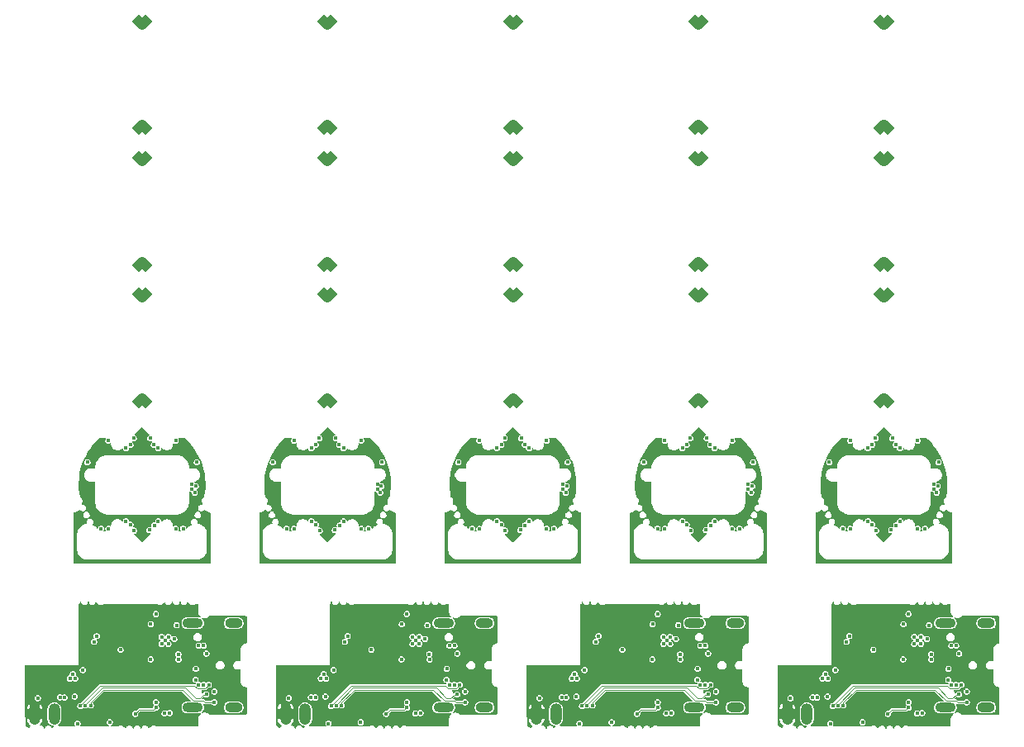
<source format=gbr>
%TF.GenerationSoftware,KiCad,Pcbnew,9.0.3*%
%TF.CreationDate,2025-08-09T11:23:57-04:00*%
%TF.ProjectId,flowstick_main_panel,666c6f77-7374-4696-936b-5f6d61696e5f,rev?*%
%TF.SameCoordinates,Original*%
%TF.FileFunction,Copper,L2,Inr*%
%TF.FilePolarity,Positive*%
%FSLAX46Y46*%
G04 Gerber Fmt 4.6, Leading zero omitted, Abs format (unit mm)*
G04 Created by KiCad (PCBNEW 9.0.3) date 2025-08-09 11:23:57*
%MOMM*%
%LPD*%
G01*
G04 APERTURE LIST*
G04 Aperture macros list*
%AMFreePoly0*
4,1,16,-0.750000,0.499999,0.250000,0.500000,0.356283,0.488573,0.489623,0.438839,0.603553,0.353553,0.688839,0.239624,0.738573,0.106282,0.750000,0.000000,0.738573,-0.106282,0.688839,-0.239624,0.603553,-0.353553,0.489623,-0.438839,0.356283,-0.488573,0.250000,-0.500000,-0.750000,-0.499999,-0.750000,0.499999,-0.750000,0.499999,$1*%
G04 Aperture macros list end*
%TA.AperFunction,ComponentPad*%
%ADD10O,1.200000X2.200000*%
%TD*%
%TA.AperFunction,ComponentPad*%
%ADD11C,1.200000*%
%TD*%
%TA.AperFunction,ComponentPad*%
%ADD12FreePoly0,315.000000*%
%TD*%
%TA.AperFunction,ComponentPad*%
%ADD13FreePoly0,225.000000*%
%TD*%
%TA.AperFunction,ComponentPad*%
%ADD14FreePoly0,135.000000*%
%TD*%
%TA.AperFunction,ComponentPad*%
%ADD15FreePoly0,45.000000*%
%TD*%
%TA.AperFunction,HeatsinkPad*%
%ADD16O,1.800000X1.000000*%
%TD*%
%TA.AperFunction,HeatsinkPad*%
%ADD17O,2.100000X1.000000*%
%TD*%
%TA.AperFunction,ViaPad*%
%ADD18C,0.420000*%
%TD*%
%TA.AperFunction,Conductor*%
%ADD19C,0.110000*%
%TD*%
G04 APERTURE END LIST*
D10*
%TO.N,+BATT*%
%TO.C,BT1*%
X176100000Y-141300000D03*
D11*
X176100000Y-141800000D03*
D10*
%TO.N,GND*%
X174100000Y-141300000D03*
D11*
X174100000Y-141800000D03*
%TD*%
D12*
%TO.N,N/C*%
%TO.C,REF\u002A\u002A*%
X145823223Y-98473223D03*
D13*
X146176777Y-98473223D03*
D14*
X146176777Y-109126777D03*
D15*
X145823223Y-109126777D03*
%TD*%
D10*
%TO.N,+BATT*%
%TO.C,BT1*%
X99000000Y-141300000D03*
D11*
X99000000Y-141800000D03*
D10*
%TO.N,GND*%
X97000000Y-141300000D03*
D11*
X97000000Y-141800000D03*
%TD*%
D13*
%TO.N,N/C*%
%TO.C,REF\u002A\u002A*%
X184176777Y-84473235D03*
D12*
X183823223Y-84473235D03*
D15*
X183823223Y-95126789D03*
D14*
X184176777Y-95126789D03*
%TD*%
D13*
%TO.N,N/C*%
%TO.C,REF\u002A\u002A*%
X184176781Y-70473247D03*
D12*
X183823227Y-70473247D03*
D15*
X183823227Y-81126801D03*
D14*
X184176781Y-81126801D03*
%TD*%
D13*
%TO.N,N/C*%
%TO.C,REF\u002A\u002A*%
X108176777Y-84473223D03*
D12*
X107823223Y-84473223D03*
D15*
X107823223Y-95126777D03*
D14*
X108176777Y-95126777D03*
%TD*%
D12*
%TO.N,N/C*%
%TO.C,REF\u002A\u002A*%
X145823227Y-70473235D03*
D13*
X146176781Y-70473235D03*
D14*
X146176781Y-81126789D03*
D15*
X145823227Y-81126789D03*
%TD*%
D13*
%TO.N,N/C*%
%TO.C,REF\u002A\u002A*%
X165176777Y-98473223D03*
D12*
X164823223Y-98473223D03*
D15*
X164823223Y-109126777D03*
D14*
X165176777Y-109126777D03*
%TD*%
D12*
%TO.N,N/C*%
%TO.C,REF\u002A\u002A*%
X107823227Y-70473235D03*
D13*
X108176781Y-70473235D03*
D15*
X107823227Y-81126789D03*
D14*
X108176781Y-81126789D03*
%TD*%
D12*
%TO.N,N/C*%
%TO.C,REF\u002A\u002A*%
X164823227Y-70473235D03*
D13*
X165176781Y-70473235D03*
D14*
X165176781Y-81126789D03*
D15*
X164823227Y-81126789D03*
%TD*%
D10*
%TO.N,+BATT*%
%TO.C,BT1*%
X124700000Y-141300000D03*
D11*
X124700000Y-141800000D03*
D10*
%TO.N,GND*%
X122700000Y-141300000D03*
D11*
X122700000Y-141800000D03*
%TD*%
D12*
%TO.N,N/C*%
%TO.C,REF\u002A\u002A*%
X145823223Y-84473223D03*
D13*
X146176777Y-84473223D03*
D15*
X145823223Y-95126777D03*
D14*
X146176777Y-95126777D03*
%TD*%
D12*
%TO.N,N/C*%
%TO.C,REF\u002A\u002A*%
X126823223Y-70473223D03*
D13*
X127176777Y-70473223D03*
D15*
X126823223Y-81126777D03*
D14*
X127176777Y-81126777D03*
%TD*%
D10*
%TO.N,+BATT*%
%TO.C,BT1*%
X150400000Y-141300000D03*
D11*
X150400000Y-141800000D03*
D10*
%TO.N,GND*%
X148400000Y-141300000D03*
D11*
X148400000Y-141800000D03*
%TD*%
D12*
%TO.N,N/C*%
%TO.C,REF\u002A\u002A*%
X126823219Y-84473211D03*
D13*
X127176773Y-84473211D03*
D14*
X127176773Y-95126765D03*
D15*
X126823219Y-95126765D03*
%TD*%
D13*
%TO.N,N/C*%
%TO.C,REF\u002A\u002A*%
X165176777Y-84473223D03*
D12*
X164823223Y-84473223D03*
D15*
X164823223Y-95126777D03*
D14*
X165176777Y-95126777D03*
%TD*%
D13*
%TO.N,N/C*%
%TO.C,REF\u002A\u002A*%
X184176777Y-98473235D03*
D12*
X183823223Y-98473235D03*
D15*
X183823223Y-109126789D03*
D14*
X184176777Y-109126789D03*
%TD*%
D12*
%TO.N,N/C*%
%TO.C,REF\u002A\u002A*%
X126823219Y-98473211D03*
D13*
X127176773Y-98473211D03*
D14*
X127176773Y-109126765D03*
D15*
X126823219Y-109126765D03*
%TD*%
D12*
%TO.N,N/C*%
%TO.C,REF\u002A\u002A*%
X107823223Y-98473223D03*
D13*
X108176777Y-98473223D03*
D15*
X107823223Y-109126777D03*
D14*
X108176777Y-109126777D03*
%TD*%
D16*
%TO.N,unconnected-(J1-SHIELD-PadS1)_1*%
%TO.C,J1*%
X168775000Y-131980000D03*
D17*
%TO.N,unconnected-(J1-SHIELD-PadS1)_3*%
X164595000Y-131980000D03*
D16*
%TO.N,unconnected-(J1-SHIELD-PadS1)_2*%
X168775000Y-140620000D03*
D17*
%TO.N,unconnected-(J1-SHIELD-PadS1)*%
X164595000Y-140620000D03*
%TD*%
D16*
%TO.N,unconnected-(J1-SHIELD-PadS1)_1*%
%TO.C,J1*%
X117375000Y-131980000D03*
D17*
%TO.N,unconnected-(J1-SHIELD-PadS1)_3*%
X113195000Y-131980000D03*
D16*
%TO.N,unconnected-(J1-SHIELD-PadS1)_2*%
X117375000Y-140620000D03*
D17*
%TO.N,unconnected-(J1-SHIELD-PadS1)*%
X113195000Y-140620000D03*
%TD*%
D16*
%TO.N,unconnected-(J1-SHIELD-PadS1)_1*%
%TO.C,J1*%
X194475000Y-131980000D03*
D17*
%TO.N,unconnected-(J1-SHIELD-PadS1)_3*%
X190295000Y-131980000D03*
D16*
%TO.N,unconnected-(J1-SHIELD-PadS1)_2*%
X194475000Y-140620000D03*
D17*
%TO.N,unconnected-(J1-SHIELD-PadS1)*%
X190295000Y-140620000D03*
%TD*%
D16*
%TO.N,unconnected-(J1-SHIELD-PadS1)_1*%
%TO.C,J1*%
X143075000Y-131980000D03*
D17*
%TO.N,unconnected-(J1-SHIELD-PadS1)_3*%
X138895000Y-131980000D03*
D16*
%TO.N,unconnected-(J1-SHIELD-PadS1)_2*%
X143075000Y-140620000D03*
D17*
%TO.N,unconnected-(J1-SHIELD-PadS1)*%
X138895000Y-140620000D03*
%TD*%
D18*
%TO.N,GND*%
X127425000Y-136300000D03*
X110500000Y-131100000D03*
X129300000Y-142200000D03*
X162900000Y-131100000D03*
X132399996Y-118599988D03*
X127900000Y-142200000D03*
X160270000Y-131030000D03*
X129000000Y-130500000D03*
X157100000Y-136400000D03*
X187100000Y-131100000D03*
X189100000Y-118250012D03*
X182351355Y-121547580D03*
X128600000Y-142200000D03*
X168450000Y-122324924D03*
X131400000Y-137100000D03*
X154001000Y-133350000D03*
X168450000Y-113275076D03*
X151400000Y-118600000D03*
X164907490Y-137201659D03*
X111000000Y-131100000D03*
X162400000Y-131100000D03*
X142550000Y-122324924D03*
X157100000Y-135600000D03*
X112000000Y-131100000D03*
X189500000Y-117950012D03*
X128301000Y-133350000D03*
X189100000Y-131100000D03*
X166000000Y-136100000D03*
X136200000Y-131100000D03*
X161550000Y-122324924D03*
X111500000Y-131100000D03*
X189400000Y-118600012D03*
X123549996Y-113275064D03*
X130449996Y-122324912D03*
X103300000Y-130500000D03*
X130615610Y-131402141D03*
X108870000Y-131030000D03*
X111450000Y-113275076D03*
X180700000Y-142200000D03*
X182800000Y-136400000D03*
X132900000Y-141800000D03*
X182000979Y-130900703D03*
X149450000Y-113275076D03*
X187450000Y-122324936D03*
X113100000Y-118250000D03*
X132499996Y-117949988D03*
X175386386Y-136669857D03*
X163000000Y-139230332D03*
X151500000Y-117950000D03*
X144345570Y-114046648D03*
X157100000Y-137900000D03*
X154700000Y-130500000D03*
X110000000Y-131100000D03*
X137700000Y-131100000D03*
X104550000Y-122324924D03*
X189100000Y-117750012D03*
X180550000Y-122324936D03*
X158600000Y-141800000D03*
X185648645Y-114052444D03*
X107200000Y-141800000D03*
X105700000Y-137900000D03*
X106345570Y-114046648D03*
X103600000Y-142200000D03*
X153600000Y-142200000D03*
X114600000Y-136100000D03*
X144351355Y-121547568D03*
X105700000Y-137100000D03*
X163000000Y-139784220D03*
X188600000Y-131100000D03*
X182800000Y-135600000D03*
X131400000Y-135600000D03*
X170400000Y-118600000D03*
X180400000Y-131000000D03*
X136700000Y-131100000D03*
X187600000Y-131100000D03*
X109654430Y-121553352D03*
X137300000Y-139784220D03*
X187450000Y-113275088D03*
X102900000Y-142200000D03*
X191503942Y-133780289D03*
X128654426Y-121553340D03*
X182345570Y-114046660D03*
X178825000Y-136300000D03*
X104550000Y-113275076D03*
X191700000Y-136100000D03*
X149450000Y-122324924D03*
X103300000Y-131000000D03*
X188100000Y-131100000D03*
X135700000Y-131100000D03*
X188700000Y-139230332D03*
X156315610Y-131402141D03*
X113507490Y-137201659D03*
X163351355Y-121547568D03*
X129000000Y-131000000D03*
X188700000Y-139784220D03*
X157100000Y-137100000D03*
X131400000Y-137900000D03*
X149686386Y-136669857D03*
X170500000Y-117950000D03*
X147648645Y-114052432D03*
X182800000Y-137900000D03*
X182800000Y-137100000D03*
X182015610Y-131402141D03*
X113500000Y-117950000D03*
X139207490Y-137201659D03*
X113100000Y-117750000D03*
X128648641Y-114052420D03*
X170100000Y-117750000D03*
X155000000Y-142200000D03*
X161550000Y-113275076D03*
X185654430Y-121553364D03*
X134570000Y-131030000D03*
X140300000Y-136100000D03*
X105700000Y-136400000D03*
X111600000Y-139230332D03*
X180400000Y-130500000D03*
X190607490Y-137201659D03*
X151100000Y-117750000D03*
X140103942Y-133780289D03*
X184300000Y-141800000D03*
X132099996Y-118249988D03*
X147654430Y-121553352D03*
X153125000Y-136300000D03*
X179300000Y-142200000D03*
X113400000Y-118600000D03*
X123986386Y-136669857D03*
X137300000Y-139230332D03*
X154300000Y-142200000D03*
X111600000Y-139784220D03*
X102200000Y-142200000D03*
X114403942Y-133780289D03*
X154700000Y-131000000D03*
X102601000Y-133350000D03*
X179701000Y-133350000D03*
X165803942Y-133780289D03*
X161900000Y-131100000D03*
X111450000Y-122324924D03*
X130600979Y-130900703D03*
X166648645Y-114052432D03*
X170100000Y-118250000D03*
X161400000Y-131100000D03*
X180550000Y-113275088D03*
X123549996Y-122324912D03*
X142550000Y-113275076D03*
X109648645Y-114052432D03*
X180000000Y-142200000D03*
X166654430Y-121553352D03*
X131400000Y-136400000D03*
X104900979Y-130900703D03*
X130449996Y-113275064D03*
X163345570Y-114046648D03*
X101725000Y-136300000D03*
X156300979Y-130900703D03*
X125351351Y-121547556D03*
X137200000Y-131100000D03*
X125345566Y-114046636D03*
X132099996Y-117749988D03*
X185970000Y-131030000D03*
X98286386Y-136669857D03*
X163400000Y-131100000D03*
X104915610Y-131402141D03*
X105700000Y-135600000D03*
X151100000Y-118250000D03*
X106351355Y-121547568D03*
%TO.N,+BATT*%
X161400000Y-134100000D03*
X110700000Y-133400000D03*
X187100000Y-133400000D03*
X110000000Y-134100000D03*
X166800000Y-139000000D03*
X135700000Y-134100000D03*
X115400000Y-139000000D03*
X161750000Y-133750000D03*
X136050000Y-133750000D03*
X161400000Y-133400000D03*
X110350000Y-133750000D03*
X110000000Y-133400000D03*
X136400000Y-134100000D03*
X187100000Y-134100000D03*
X141100000Y-139000000D03*
X162100000Y-134100000D03*
X187800000Y-134100000D03*
X136400000Y-133400000D03*
X192500000Y-139000000D03*
X187800000Y-133400000D03*
X187450000Y-133750000D03*
X135700000Y-133400000D03*
X162100000Y-133400000D03*
X110700000Y-134100000D03*
%TO.N,+3.3V*%
X186529998Y-140100000D03*
X129051000Y-133300000D03*
X103351000Y-133300000D03*
X101150000Y-137650000D03*
X164912579Y-136671681D03*
X156100000Y-142135570D03*
X126300000Y-137650000D03*
X178000000Y-137210684D03*
X178250000Y-137650000D03*
X166000000Y-135100000D03*
X130400000Y-142135570D03*
X126850000Y-137650000D03*
X100600000Y-137650000D03*
X180451000Y-133300000D03*
X135129998Y-140100000D03*
X185980000Y-135700000D03*
X101925000Y-136800000D03*
X126600000Y-137210684D03*
X100900000Y-137210684D03*
X152000000Y-137650000D03*
X191700000Y-135100000D03*
X152300000Y-137210684D03*
X139212579Y-136671681D03*
X153325000Y-136800000D03*
X113512579Y-136671681D03*
X108880000Y-135700000D03*
X109429998Y-140100000D03*
X181800000Y-142135570D03*
X177700000Y-137650000D03*
X160280000Y-135700000D03*
X134580000Y-135700000D03*
X190612579Y-136671681D03*
X160829998Y-140100000D03*
X114600000Y-135100000D03*
X154751000Y-133300000D03*
X140300000Y-135100000D03*
X152550000Y-137650000D03*
X104700000Y-142135570D03*
X179025000Y-136800000D03*
X127625000Y-136800000D03*
%TO.N,+5V*%
X107700000Y-123000000D03*
X145700000Y-112600000D03*
X108300000Y-123000000D03*
X108000000Y-112939994D03*
X184300000Y-112600012D03*
X108000000Y-123350000D03*
X184000000Y-112940006D03*
X127299996Y-122999988D03*
X159600000Y-118600000D03*
X102600000Y-118600000D03*
X182900000Y-134700000D03*
X126999996Y-123349988D03*
X165000000Y-123350000D03*
X126999996Y-112939982D03*
X108000000Y-112250000D03*
X165000000Y-112939994D03*
X140600000Y-118600000D03*
X146000000Y-112250000D03*
X126999996Y-122659994D03*
X140900000Y-118250000D03*
X146300000Y-112600000D03*
X121599996Y-118599988D03*
X126999996Y-112249988D03*
X184300000Y-123000012D03*
X146000000Y-122660006D03*
X159500000Y-117950000D03*
X159900000Y-118250000D03*
X178900000Y-118250012D03*
X178600000Y-118600012D03*
X140500000Y-117950000D03*
X165300000Y-123000000D03*
X146300000Y-123000000D03*
X157200000Y-134700000D03*
X140900000Y-117750000D03*
X165000000Y-112250000D03*
X164700000Y-112600000D03*
X107700000Y-112600000D03*
X126699996Y-112599988D03*
X164700000Y-123000000D03*
X160817313Y-131048395D03*
X102500000Y-117950000D03*
X131500000Y-134700000D03*
X108300000Y-112600000D03*
X159900000Y-117750000D03*
X102900000Y-118250000D03*
X121499996Y-117949988D03*
X178900000Y-117750012D03*
X146000000Y-112939994D03*
X145700000Y-123000000D03*
X127299996Y-112599988D03*
X102900000Y-117750000D03*
X183700000Y-123000012D03*
X165000000Y-122660006D03*
X184000000Y-112250012D03*
X121899996Y-117749988D03*
X183700000Y-112600012D03*
X108000000Y-122660006D03*
X178500000Y-117950012D03*
X184000000Y-122660018D03*
X126699996Y-122999988D03*
X121899996Y-118249988D03*
X109417313Y-131048395D03*
X135117313Y-131048395D03*
X184000000Y-123350012D03*
X105800000Y-134700000D03*
X165300000Y-112600000D03*
X146000000Y-123350000D03*
X186517313Y-131048395D03*
%TO.N,Net-(D1A-K)*%
X108896464Y-132100936D03*
X174428875Y-139670000D03*
X185996464Y-132100936D03*
X126800000Y-139500000D03*
X160296464Y-132100936D03*
X148728875Y-139670000D03*
X152500000Y-139500000D03*
X123028875Y-139670000D03*
X97328875Y-139670000D03*
X178200000Y-139500000D03*
X101100000Y-139500000D03*
X134596464Y-132100936D03*
%TO.N,/VREF*%
X140277958Y-139283958D03*
X114577958Y-139283958D03*
X179300000Y-140420000D03*
X127900000Y-140420000D03*
X165977958Y-139283958D03*
X153600000Y-140420000D03*
X102200000Y-140420000D03*
X191677958Y-139283958D03*
%TO.N,/BATT_MEASURE*%
X179839572Y-140420000D03*
X154139572Y-140420000D03*
X166800000Y-140100000D03*
X115400000Y-140100000D03*
X192500000Y-140100000D03*
X102739572Y-140420000D03*
X141100000Y-140100000D03*
X128439572Y-140420000D03*
%TO.N,/BATT_MEASURE_EN*%
X184403942Y-141280289D03*
X135129998Y-140630003D03*
X133003942Y-141280289D03*
X160829998Y-140630003D03*
X186529998Y-140630003D03*
X107303942Y-141280289D03*
X158703942Y-141280289D03*
X109429998Y-140630003D03*
%TO.N,/BUTTON*%
X101673405Y-140480000D03*
X153073405Y-140480000D03*
X191930003Y-138300000D03*
X178773405Y-140480000D03*
X114830003Y-138300000D03*
X127373405Y-140480000D03*
X140530003Y-138300000D03*
X166230003Y-138300000D03*
%TO.N,VBUS*%
X137225000Y-132189609D03*
X150990166Y-139591000D03*
X151450000Y-139600000D03*
X176690166Y-139591000D03*
X139500000Y-138300000D03*
X125750000Y-139600000D03*
X165200000Y-134300000D03*
X190900000Y-134300000D03*
X111525000Y-132189609D03*
X114300000Y-138300000D03*
X191400000Y-138300000D03*
X177150000Y-139600000D03*
X113800000Y-138300000D03*
X165700000Y-134300000D03*
X165700000Y-138300000D03*
X99590166Y-139591000D03*
X114300000Y-134300000D03*
X190900000Y-138300000D03*
X140000000Y-134300000D03*
X100050000Y-139600000D03*
X162925000Y-132189609D03*
X125290166Y-139591000D03*
X139500000Y-134300000D03*
X191400000Y-134300000D03*
X140000000Y-138300000D03*
X165200000Y-138300000D03*
X188625000Y-132189609D03*
X113800000Y-134300000D03*
%TO.N,/USBDM*%
X188827751Y-135174251D03*
X162229113Y-141198311D03*
X137427751Y-135174251D03*
X136529113Y-141198311D03*
X187929113Y-141198311D03*
X110829113Y-141198311D03*
X111727751Y-135174251D03*
X163127751Y-135174251D03*
%TO.N,Net-(J1-CC2)*%
X139184457Y-137781058D03*
X113484457Y-137781058D03*
X190584457Y-137781058D03*
X164884457Y-137781058D03*
%TO.N,Net-(J1-CC1)*%
X162700000Y-133600000D03*
X188400000Y-133600000D03*
X111300000Y-133600000D03*
X137000000Y-133600000D03*
%TO.N,/USBDP*%
X163133021Y-135704226D03*
X187400000Y-141229000D03*
X161700000Y-141229000D03*
X111733021Y-135704226D03*
X137433021Y-135704226D03*
X188833021Y-135704226D03*
X110300000Y-141229000D03*
X136000000Y-141229000D03*
%TO.N,/LED_DAT*%
X128249996Y-121949475D03*
X179800000Y-122300012D03*
X185250000Y-121949499D03*
X163800000Y-113700513D03*
X121399996Y-115499988D03*
X144800000Y-121900000D03*
X102400000Y-115500000D03*
X125799996Y-113700501D03*
X106800000Y-113700513D03*
X185200000Y-113700012D03*
X109250000Y-121949487D03*
X147200000Y-113700000D03*
X182800000Y-121900012D03*
X163800000Y-121900000D03*
X103800000Y-122300000D03*
X109200000Y-113700000D03*
X141800000Y-122300000D03*
X128199996Y-113699988D03*
X140400000Y-115500000D03*
X182800000Y-113700525D03*
X106800000Y-121900000D03*
X122799996Y-122299988D03*
X147250000Y-121949487D03*
X166200000Y-113700000D03*
X178400000Y-115500012D03*
X125799996Y-121899988D03*
X159400000Y-115500000D03*
X166250000Y-121949487D03*
X160800000Y-122300000D03*
X144800000Y-113700513D03*
%TO.N,/LED_CLK*%
X165850561Y-113049439D03*
X151600000Y-115500000D03*
X183149451Y-113049459D03*
X164200000Y-122500000D03*
X108757539Y-122452512D03*
X126149447Y-113049435D03*
X189600000Y-115500012D03*
X188200000Y-122300012D03*
X165757539Y-122452512D03*
X112200000Y-122300000D03*
X113600000Y-115500000D03*
X132599996Y-115499988D03*
X107149451Y-113049447D03*
X184850561Y-113049451D03*
X150200000Y-122300000D03*
X131199996Y-122299988D03*
X169200000Y-122300000D03*
X164149451Y-113049447D03*
X146850561Y-113049439D03*
X145149451Y-113049447D03*
X127850557Y-113049427D03*
X146757539Y-122452512D03*
X126199996Y-122499988D03*
X183200000Y-122500012D03*
X127757535Y-122452500D03*
X108850561Y-113049439D03*
X184757539Y-122452524D03*
X107200000Y-122500000D03*
X170600000Y-115500000D03*
X145200000Y-122500000D03*
%TO.N,Net-(U1-GPIO0)*%
X180180000Y-133900000D03*
X128780000Y-133900000D03*
X103080000Y-133900000D03*
X154480000Y-133900000D03*
%TO.N,/CHG_SENSE*%
X178500000Y-142270000D03*
X152800000Y-142270000D03*
X101400000Y-142270000D03*
X127100000Y-142270000D03*
%TD*%
D19*
%TO.N,/VREF*%
X139994000Y-139306000D02*
X139619000Y-139681000D01*
X165977958Y-139283958D02*
X165955916Y-139306000D01*
X189510621Y-138600000D02*
X181020000Y-138600000D01*
X191655916Y-139306000D02*
X191394000Y-139306000D01*
X191394000Y-139306000D02*
X191019000Y-139681000D01*
X164891621Y-139681000D02*
X163810621Y-138600000D01*
X112410621Y-138600000D02*
X103920000Y-138600000D01*
X139191621Y-139681000D02*
X138110621Y-138600000D01*
X163810621Y-138600000D02*
X155320000Y-138600000D01*
X179300000Y-140320000D02*
X179300000Y-140420000D01*
X140255916Y-139306000D02*
X139994000Y-139306000D01*
X113491621Y-139681000D02*
X112410621Y-138600000D01*
X165955916Y-139306000D02*
X165694000Y-139306000D01*
X129620000Y-138600000D02*
X127900000Y-140320000D01*
X102200000Y-140320000D02*
X102200000Y-140420000D01*
X114294000Y-139306000D02*
X113919000Y-139681000D01*
X155320000Y-138600000D02*
X153600000Y-140320000D01*
X127900000Y-140320000D02*
X127900000Y-140420000D01*
X181020000Y-138600000D02*
X179300000Y-140320000D01*
X153600000Y-140320000D02*
X153600000Y-140420000D01*
X114577958Y-139283958D02*
X114555916Y-139306000D01*
X191019000Y-139681000D02*
X190591621Y-139681000D01*
X103920000Y-138600000D02*
X102200000Y-140320000D01*
X165694000Y-139306000D02*
X165319000Y-139681000D01*
X138110621Y-138600000D02*
X129620000Y-138600000D01*
X140277958Y-139283958D02*
X140255916Y-139306000D01*
X113919000Y-139681000D02*
X113491621Y-139681000D01*
X191677958Y-139283958D02*
X191655916Y-139306000D01*
X139619000Y-139681000D02*
X139191621Y-139681000D01*
X165319000Y-139681000D02*
X164891621Y-139681000D01*
X114555916Y-139306000D02*
X114294000Y-139306000D01*
X190591621Y-139681000D02*
X189510621Y-138600000D01*
%TO.N,/BATT_MEASURE*%
X102739572Y-140110428D02*
X102739572Y-140420000D01*
X191398000Y-139954000D02*
X190354000Y-139954000D01*
X112121000Y-138821000D02*
X104029000Y-138821000D01*
X114444000Y-140100000D02*
X114298000Y-139954000D01*
X189221000Y-138821000D02*
X181129000Y-138821000D01*
X164654000Y-139954000D02*
X163521000Y-138821000D01*
X190354000Y-139954000D02*
X189221000Y-138821000D01*
X138954000Y-139954000D02*
X137821000Y-138821000D01*
X179839572Y-140110428D02*
X179839572Y-140420000D01*
X155429000Y-138821000D02*
X154139572Y-140110428D01*
X165844000Y-140100000D02*
X165698000Y-139954000D01*
X165698000Y-139954000D02*
X164654000Y-139954000D01*
X191544000Y-140100000D02*
X191398000Y-139954000D01*
X137821000Y-138821000D02*
X129729000Y-138821000D01*
X139998000Y-139954000D02*
X138954000Y-139954000D01*
X113254000Y-139954000D02*
X112121000Y-138821000D01*
X181129000Y-138821000D02*
X179839572Y-140110428D01*
X114298000Y-139954000D02*
X113254000Y-139954000D01*
X163521000Y-138821000D02*
X155429000Y-138821000D01*
X192500000Y-140100000D02*
X191544000Y-140100000D01*
X154139572Y-140110428D02*
X154139572Y-140420000D01*
X140144000Y-140100000D02*
X139998000Y-139954000D01*
X104029000Y-138821000D02*
X102739572Y-140110428D01*
X115400000Y-140100000D02*
X114444000Y-140100000D01*
X128439572Y-140110428D02*
X128439572Y-140420000D01*
X141100000Y-140100000D02*
X140144000Y-140100000D01*
X166800000Y-140100000D02*
X165844000Y-140100000D01*
X129729000Y-138821000D02*
X128439572Y-140110428D01*
%TO.N,/BATT_MEASURE_EN*%
X184784231Y-140900000D02*
X184403942Y-141280289D01*
X107684231Y-140900000D02*
X107303942Y-141280289D01*
X133384231Y-140900000D02*
X133003942Y-141280289D01*
X159084231Y-140900000D02*
X158703942Y-141280289D01*
X109160001Y-140900000D02*
X107684231Y-140900000D01*
X186529998Y-140630003D02*
X186260001Y-140900000D01*
X134860001Y-140900000D02*
X133384231Y-140900000D01*
X186260001Y-140900000D02*
X184784231Y-140900000D01*
X160829998Y-140630003D02*
X160560001Y-140900000D01*
X109429998Y-140630003D02*
X109160001Y-140900000D01*
X160560001Y-140900000D02*
X159084231Y-140900000D01*
X135129998Y-140630003D02*
X134860001Y-140900000D01*
%TO.N,/BUTTON*%
X129409255Y-138379000D02*
X127373405Y-140414850D01*
X155109255Y-138379000D02*
X153073405Y-140414850D01*
X190744255Y-138676000D02*
X190468255Y-138400000D01*
X165855745Y-138676000D02*
X165044255Y-138676000D01*
X166157544Y-138372459D02*
X166157544Y-138374201D01*
X189602162Y-138379000D02*
X180809255Y-138379000D01*
X112502162Y-138379000D02*
X103709255Y-138379000D01*
X153073405Y-140414850D02*
X153073405Y-140480000D01*
X114757544Y-138372459D02*
X114757544Y-138374201D01*
X114757544Y-138374201D02*
X114455745Y-138676000D01*
X114455745Y-138676000D02*
X113644255Y-138676000D01*
X180809255Y-138379000D02*
X178773405Y-140414850D01*
X139068255Y-138400000D02*
X138223162Y-138400000D01*
X191555745Y-138676000D02*
X190744255Y-138676000D01*
X138202162Y-138379000D02*
X129409255Y-138379000D01*
X103709255Y-138379000D02*
X101673405Y-140414850D01*
X189623162Y-138400000D02*
X189602162Y-138379000D01*
X112523162Y-138400000D02*
X112502162Y-138379000D01*
X113368255Y-138400000D02*
X112523162Y-138400000D01*
X164768255Y-138400000D02*
X163923162Y-138400000D01*
X191930003Y-138300000D02*
X191857544Y-138372459D01*
X113644255Y-138676000D02*
X113368255Y-138400000D01*
X114830003Y-138300000D02*
X114757544Y-138372459D01*
X178773405Y-140414850D02*
X178773405Y-140480000D01*
X101673405Y-140414850D02*
X101673405Y-140480000D01*
X140457544Y-138372459D02*
X140457544Y-138374201D01*
X163902162Y-138379000D02*
X155109255Y-138379000D01*
X140457544Y-138374201D02*
X140155745Y-138676000D01*
X139344255Y-138676000D02*
X139068255Y-138400000D01*
X138223162Y-138400000D02*
X138202162Y-138379000D01*
X190468255Y-138400000D02*
X189623162Y-138400000D01*
X140530003Y-138300000D02*
X140457544Y-138372459D01*
X140155745Y-138676000D02*
X139344255Y-138676000D01*
X191857544Y-138372459D02*
X191857544Y-138374201D01*
X165044255Y-138676000D02*
X164768255Y-138400000D01*
X166230003Y-138300000D02*
X166157544Y-138372459D01*
X163923162Y-138400000D02*
X163902162Y-138379000D01*
X166157544Y-138374201D02*
X165855745Y-138676000D01*
X127373405Y-140414850D02*
X127373405Y-140480000D01*
X191857544Y-138374201D02*
X191555745Y-138676000D01*
%TD*%
%TA.AperFunction,Conductor*%
%TO.N,+5V*%
G36*
X108038187Y-111933723D02*
G01*
X108761975Y-112657511D01*
X108777791Y-112695695D01*
X108761975Y-112733879D01*
X108737768Y-112747855D01*
X108726850Y-112750780D01*
X108653773Y-112792971D01*
X108653771Y-112792973D01*
X108653769Y-112792975D01*
X108594097Y-112852647D01*
X108594095Y-112852649D01*
X108594095Y-112852650D01*
X108594093Y-112852651D01*
X108551902Y-112925728D01*
X108530061Y-113007243D01*
X108530061Y-113091634D01*
X108551902Y-113173149D01*
X108594093Y-113246226D01*
X108594095Y-113246228D01*
X108594097Y-113246231D01*
X108653769Y-113305903D01*
X108653771Y-113305904D01*
X108653773Y-113305906D01*
X108726850Y-113348097D01*
X108726852Y-113348098D01*
X108808366Y-113369939D01*
X108808367Y-113369939D01*
X108892755Y-113369939D01*
X108892756Y-113369939D01*
X108949509Y-113354732D01*
X108990484Y-113360127D01*
X109015644Y-113392916D01*
X109010249Y-113433892D01*
X109001668Y-113445075D01*
X108943537Y-113503206D01*
X108943532Y-113503212D01*
X108901341Y-113576289D01*
X108879500Y-113657804D01*
X108879500Y-113742195D01*
X108901341Y-113823710D01*
X108943532Y-113896787D01*
X108943534Y-113896789D01*
X108943536Y-113896792D01*
X109003208Y-113956464D01*
X109003210Y-113956465D01*
X109003212Y-113956467D01*
X109076289Y-113998658D01*
X109076291Y-113998659D01*
X109157805Y-114020500D01*
X109157806Y-114020500D01*
X109242194Y-114020500D01*
X109242195Y-114020500D01*
X109260169Y-114015684D01*
X109301145Y-114021079D01*
X109326305Y-114053868D01*
X109328145Y-114067844D01*
X109328145Y-114094627D01*
X109349986Y-114176142D01*
X109392177Y-114249219D01*
X109392179Y-114249221D01*
X109392181Y-114249224D01*
X109451853Y-114308896D01*
X109451855Y-114308897D01*
X109451857Y-114308899D01*
X109514916Y-114345306D01*
X109524936Y-114351091D01*
X109606450Y-114372932D01*
X109606451Y-114372932D01*
X109690839Y-114372932D01*
X109690840Y-114372932D01*
X109772354Y-114351091D01*
X109845437Y-114308896D01*
X109905109Y-114249224D01*
X109908449Y-114243440D01*
X109947304Y-114176141D01*
X109948259Y-114172577D01*
X109967812Y-114099600D01*
X109992971Y-114066811D01*
X110033947Y-114061416D01*
X110053103Y-114070934D01*
X110169690Y-114161516D01*
X110169959Y-114161686D01*
X110184144Y-114172708D01*
X110316949Y-114234621D01*
X110460199Y-114265443D01*
X110606716Y-114263628D01*
X110749159Y-114229267D01*
X110880390Y-114164083D01*
X110993833Y-114071341D01*
X111049977Y-113999172D01*
X111083802Y-113955692D01*
X111083806Y-113955686D01*
X111145796Y-113822921D01*
X111145795Y-113822921D01*
X111145797Y-113822919D01*
X111176704Y-113679688D01*
X111175538Y-113580861D01*
X111190902Y-113542495D01*
X111228897Y-113526230D01*
X111256534Y-113533461D01*
X111326289Y-113573734D01*
X111326291Y-113573735D01*
X111407805Y-113595576D01*
X111407806Y-113595576D01*
X111492194Y-113595576D01*
X111492195Y-113595576D01*
X111573709Y-113573735D01*
X111646792Y-113531540D01*
X111706464Y-113471868D01*
X111748659Y-113398785D01*
X111770500Y-113317271D01*
X111770500Y-113232881D01*
X111748659Y-113151367D01*
X111740070Y-113136491D01*
X111705068Y-113075865D01*
X111699673Y-113034889D01*
X111724833Y-113002100D01*
X111751833Y-112994865D01*
X112350816Y-112994865D01*
X112388083Y-113009786D01*
X112447648Y-113066592D01*
X112656973Y-113266220D01*
X112659790Y-113269116D01*
X112982918Y-113627102D01*
X112985512Y-113630200D01*
X113022056Y-113677342D01*
X113280084Y-114010204D01*
X113280991Y-114011373D01*
X113283337Y-114014646D01*
X113387934Y-114172709D01*
X113549486Y-114416841D01*
X113551588Y-114420292D01*
X113786912Y-114841249D01*
X113788750Y-114844847D01*
X113991939Y-115282220D01*
X113993503Y-115285945D01*
X114163424Y-115737292D01*
X114164705Y-115741124D01*
X114300401Y-116203908D01*
X114301392Y-116207825D01*
X114402103Y-116679453D01*
X114402799Y-116683433D01*
X114467967Y-117161285D01*
X114468363Y-117165306D01*
X114497619Y-117646691D01*
X114497713Y-117650731D01*
X114490893Y-118132961D01*
X114490684Y-118136996D01*
X114447830Y-118617344D01*
X114447321Y-118621352D01*
X114379771Y-119029989D01*
X114357939Y-119065082D01*
X114353494Y-119067947D01*
X114275215Y-119113140D01*
X114275213Y-119113142D01*
X114275211Y-119113144D01*
X114198782Y-119189573D01*
X114198780Y-119189575D01*
X114198780Y-119189576D01*
X114198778Y-119189577D01*
X114144739Y-119283177D01*
X114116764Y-119387582D01*
X114116764Y-119495669D01*
X114144738Y-119600071D01*
X114171487Y-119646403D01*
X114178647Y-119670576D01*
X114185399Y-119799436D01*
X114171602Y-119838395D01*
X114134299Y-119856188D01*
X114117498Y-119854422D01*
X114107366Y-119851707D01*
X114107363Y-119851707D01*
X114019025Y-119851707D01*
X114019024Y-119851707D01*
X113933698Y-119874570D01*
X113933696Y-119874570D01*
X113933696Y-119874571D01*
X113923496Y-119880460D01*
X113857190Y-119918741D01*
X113794728Y-119981203D01*
X113750557Y-120057711D01*
X113727694Y-120143037D01*
X113727694Y-120231376D01*
X113744058Y-120292449D01*
X113750558Y-120316705D01*
X113794727Y-120393209D01*
X113857192Y-120455674D01*
X113933696Y-120499843D01*
X114019024Y-120522706D01*
X114019024Y-120522707D01*
X114019025Y-120522707D01*
X114107364Y-120522707D01*
X114107363Y-120522706D01*
X114192692Y-120499843D01*
X114269196Y-120455674D01*
X114331661Y-120393209D01*
X114351098Y-120359541D01*
X114383885Y-120334382D01*
X114424862Y-120339776D01*
X114437357Y-120349715D01*
X114524384Y-120443042D01*
X114524386Y-120443044D01*
X114599761Y-120499845D01*
X114671184Y-120553668D01*
X114671190Y-120553671D01*
X114734854Y-120586110D01*
X114734855Y-120586110D01*
X114740460Y-120588966D01*
X114743855Y-120591844D01*
X114752061Y-120594877D01*
X114753071Y-120595392D01*
X114753071Y-120595393D01*
X114792427Y-120615445D01*
X114808998Y-120617479D01*
X114821154Y-120620432D01*
X114886319Y-120644547D01*
X114956394Y-120658290D01*
X114990818Y-120681158D01*
X115000000Y-120711280D01*
X115000000Y-125846000D01*
X114984184Y-125884184D01*
X114946000Y-125900000D01*
X101054000Y-125900000D01*
X101015816Y-125884184D01*
X101000000Y-125846000D01*
X101000000Y-124452558D01*
X101349260Y-124452558D01*
X101349500Y-124455043D01*
X101349500Y-124491907D01*
X101354855Y-124522275D01*
X101381420Y-124672935D01*
X101444282Y-124845644D01*
X101444284Y-124845648D01*
X101444287Y-124845656D01*
X101526483Y-124988025D01*
X101536195Y-125004846D01*
X101654339Y-125145645D01*
X101654354Y-125145660D01*
X101795153Y-125263804D01*
X101795154Y-125263805D01*
X101795156Y-125263806D01*
X101954344Y-125355713D01*
X101954355Y-125355717D01*
X102127064Y-125418579D01*
X102127068Y-125418579D01*
X102127072Y-125418581D01*
X102308093Y-125450500D01*
X102308095Y-125450500D01*
X113691905Y-125450500D01*
X113691907Y-125450500D01*
X113872928Y-125418581D01*
X113872932Y-125418579D01*
X113872935Y-125418579D01*
X113976282Y-125380962D01*
X114045656Y-125355713D01*
X114204844Y-125263806D01*
X114345653Y-125145653D01*
X114463806Y-125004844D01*
X114555713Y-124845656D01*
X114580962Y-124776282D01*
X114618579Y-124672935D01*
X114618579Y-124672932D01*
X114618581Y-124672928D01*
X114650500Y-124491907D01*
X114650500Y-124449243D01*
X114650722Y-124448701D01*
X114650500Y-124399345D01*
X114650500Y-124355830D01*
X114650500Y-124352546D01*
X114650277Y-124350077D01*
X114643453Y-122832862D01*
X114646123Y-122823036D01*
X114643256Y-122788925D01*
X114643077Y-122749053D01*
X114642401Y-122747441D01*
X114638385Y-122731059D01*
X114636534Y-122708976D01*
X114634962Y-122690205D01*
X114624380Y-122649299D01*
X114590321Y-122517632D01*
X114590320Y-122517628D01*
X114517243Y-122355038D01*
X114460846Y-122271115D01*
X114417819Y-122207087D01*
X114417817Y-122207085D01*
X114409793Y-122198659D01*
X114294887Y-122077996D01*
X114151966Y-121971463D01*
X114151961Y-121971460D01*
X114151957Y-121971458D01*
X114086571Y-121938162D01*
X114086557Y-121938155D01*
X114072552Y-121931018D01*
X114072551Y-121931019D01*
X114052514Y-121920812D01*
X114052512Y-121920810D01*
X114052510Y-121920810D01*
X114033187Y-121910964D01*
X114029227Y-121908946D01*
X114028989Y-121908849D01*
X113990656Y-121889317D01*
X113990655Y-121889316D01*
X113990652Y-121889315D01*
X113990648Y-121889314D01*
X113990644Y-121889312D01*
X113814868Y-121835565D01*
X113691102Y-121820365D01*
X113655131Y-121800012D01*
X113644088Y-121760185D01*
X113648875Y-121745908D01*
X113648096Y-121745585D01*
X113649449Y-121742317D01*
X113649450Y-121742315D01*
X113672314Y-121656986D01*
X113672314Y-121568648D01*
X113672313Y-121568646D01*
X113656909Y-121511156D01*
X113649450Y-121483319D01*
X113605281Y-121406815D01*
X113542816Y-121344350D01*
X113466312Y-121300181D01*
X113466309Y-121300180D01*
X113380983Y-121277317D01*
X113292645Y-121277317D01*
X113292644Y-121277317D01*
X113207318Y-121300180D01*
X113130810Y-121344351D01*
X113068348Y-121406813D01*
X113068347Y-121406815D01*
X113024689Y-121482435D01*
X113024177Y-121483321D01*
X113001314Y-121568647D01*
X113001314Y-121656986D01*
X113024176Y-121742310D01*
X113024178Y-121742315D01*
X113057489Y-121800012D01*
X113068349Y-121818822D01*
X113104885Y-121855357D01*
X113120702Y-121893540D01*
X113104886Y-121931724D01*
X113096112Y-121938829D01*
X112990698Y-122007285D01*
X112961288Y-122015997D01*
X112952351Y-122015997D01*
X112847946Y-122043972D01*
X112754346Y-122098011D01*
X112754344Y-122098013D01*
X112754342Y-122098015D01*
X112677913Y-122174444D01*
X112677911Y-122174446D01*
X112677911Y-122174447D01*
X112677909Y-122174448D01*
X112623870Y-122268048D01*
X112623574Y-122268764D01*
X112623298Y-122269039D01*
X112622100Y-122271115D01*
X112621543Y-122270793D01*
X112594345Y-122297984D01*
X112553015Y-122297979D01*
X112523795Y-122268750D01*
X112521755Y-122261133D01*
X112521416Y-122261224D01*
X112519941Y-122255720D01*
X112498659Y-122176291D01*
X112497595Y-122174448D01*
X112456467Y-122103212D01*
X112456465Y-122103210D01*
X112456464Y-122103208D01*
X112396792Y-122043536D01*
X112396789Y-122043534D01*
X112396787Y-122043532D01*
X112323710Y-122001341D01*
X112242195Y-121979500D01*
X112157805Y-121979500D01*
X112157804Y-121979500D01*
X112076289Y-122001341D01*
X112003212Y-122043532D01*
X112003210Y-122043534D01*
X112003208Y-122043536D01*
X111943536Y-122103208D01*
X111943534Y-122103210D01*
X111943534Y-122103211D01*
X111943532Y-122103212D01*
X111901341Y-122176289D01*
X111879500Y-122257804D01*
X111879500Y-122342195D01*
X111901341Y-122423710D01*
X111943532Y-122496787D01*
X111943534Y-122496789D01*
X111943536Y-122496792D01*
X111959696Y-122512952D01*
X111975512Y-122551135D01*
X111959696Y-122589319D01*
X111921512Y-122605135D01*
X111751833Y-122605135D01*
X111713649Y-122589319D01*
X111697833Y-122551135D01*
X111705068Y-122524135D01*
X111740692Y-122462432D01*
X111748659Y-122448633D01*
X111770500Y-122367119D01*
X111770500Y-122282729D01*
X111748659Y-122201215D01*
X111745675Y-122196046D01*
X111706467Y-122128136D01*
X111706465Y-122128134D01*
X111706464Y-122128132D01*
X111646792Y-122068460D01*
X111646789Y-122068458D01*
X111646787Y-122068456D01*
X111573710Y-122026265D01*
X111492195Y-122004424D01*
X111407805Y-122004424D01*
X111407804Y-122004424D01*
X111326293Y-122026264D01*
X111256569Y-122066519D01*
X111215592Y-122071913D01*
X111182803Y-122046753D01*
X111175573Y-122019118D01*
X111176739Y-121920309D01*
X111176738Y-121920306D01*
X111176738Y-121920302D01*
X111153897Y-121814450D01*
X111145831Y-121777069D01*
X111145467Y-121776289D01*
X111083836Y-121644295D01*
X111083832Y-121644289D01*
X110993861Y-121528638D01*
X110993854Y-121528631D01*
X110880414Y-121435892D01*
X110880413Y-121435891D01*
X110880409Y-121435888D01*
X110880403Y-121435885D01*
X110880400Y-121435883D01*
X110749177Y-121370702D01*
X110749168Y-121370699D01*
X110606723Y-121336338D01*
X110557879Y-121335732D01*
X110460196Y-121334522D01*
X110460195Y-121334522D01*
X110460192Y-121334522D01*
X110336900Y-121361050D01*
X110316938Y-121365345D01*
X110316937Y-121365345D01*
X110316934Y-121365346D01*
X110184124Y-121427262D01*
X110126384Y-121472129D01*
X110126383Y-121472131D01*
X110126271Y-121472218D01*
X110113119Y-121482436D01*
X110056607Y-121526342D01*
X110016751Y-121537279D01*
X109980835Y-121516830D01*
X109971318Y-121497677D01*
X109954771Y-121435919D01*
X109953089Y-121429642D01*
X109910897Y-121356564D01*
X109910895Y-121356562D01*
X109910894Y-121356560D01*
X109851222Y-121296888D01*
X109851219Y-121296886D01*
X109851217Y-121296884D01*
X109778140Y-121254693D01*
X109696625Y-121232852D01*
X109612235Y-121232852D01*
X109612234Y-121232852D01*
X109530719Y-121254693D01*
X109457642Y-121296884D01*
X109457640Y-121296886D01*
X109457638Y-121296888D01*
X109397966Y-121356560D01*
X109397964Y-121356562D01*
X109397964Y-121356563D01*
X109397962Y-121356564D01*
X109355771Y-121429641D01*
X109333930Y-121511156D01*
X109333930Y-121574987D01*
X109318114Y-121613171D01*
X109279930Y-121628987D01*
X109207804Y-121628987D01*
X109126289Y-121650828D01*
X109053212Y-121693019D01*
X109053210Y-121693021D01*
X109053208Y-121693023D01*
X108993536Y-121752695D01*
X108993534Y-121752697D01*
X108993534Y-121752698D01*
X108993532Y-121752699D01*
X108951341Y-121825776D01*
X108929500Y-121907291D01*
X108929500Y-121991682D01*
X108951340Y-122073195D01*
X108955474Y-122080355D01*
X108960866Y-122121332D01*
X108935705Y-122154120D01*
X108894728Y-122159512D01*
X108881704Y-122154116D01*
X108881248Y-122153853D01*
X108881247Y-122153852D01*
X108881246Y-122153852D01*
X108799734Y-122132012D01*
X108715344Y-122132012D01*
X108715343Y-122132012D01*
X108633828Y-122153853D01*
X108560751Y-122196044D01*
X108560749Y-122196046D01*
X108560747Y-122196048D01*
X108501075Y-122255720D01*
X108501073Y-122255722D01*
X108501073Y-122255723D01*
X108501071Y-122255724D01*
X108458880Y-122328801D01*
X108437039Y-122410316D01*
X108437039Y-122494707D01*
X108458880Y-122576222D01*
X108501071Y-122649299D01*
X108501073Y-122649301D01*
X108501075Y-122649304D01*
X108560747Y-122708976D01*
X108560749Y-122708977D01*
X108560751Y-122708979D01*
X108630168Y-122749057D01*
X108633830Y-122751171D01*
X108715344Y-122773012D01*
X108715345Y-122773012D01*
X108801084Y-122773012D01*
X108839268Y-122788828D01*
X108855084Y-122827012D01*
X108839268Y-122865196D01*
X108038188Y-123666276D01*
X108000004Y-123682092D01*
X107961820Y-123666276D01*
X107208149Y-122912605D01*
X107192333Y-122874421D01*
X107208149Y-122836237D01*
X107239285Y-122820883D01*
X107242186Y-122820500D01*
X107242195Y-122820500D01*
X107323709Y-122798659D01*
X107396792Y-122756464D01*
X107456464Y-122696792D01*
X107498659Y-122623709D01*
X107520500Y-122542195D01*
X107520500Y-122457805D01*
X107498659Y-122376291D01*
X107495113Y-122370149D01*
X107456467Y-122303212D01*
X107456465Y-122303210D01*
X107456464Y-122303208D01*
X107396792Y-122243536D01*
X107396789Y-122243534D01*
X107396787Y-122243532D01*
X107323710Y-122201341D01*
X107242195Y-122179500D01*
X107157805Y-122179500D01*
X107157802Y-122179500D01*
X107101051Y-122194706D01*
X107060075Y-122189311D01*
X107034916Y-122156521D01*
X107040311Y-122115545D01*
X107048887Y-122104368D01*
X107056464Y-122096792D01*
X107098659Y-122023709D01*
X107120500Y-121942195D01*
X107120500Y-121857805D01*
X107098659Y-121776291D01*
X107085038Y-121752699D01*
X107056467Y-121703212D01*
X107056465Y-121703210D01*
X107056464Y-121703208D01*
X106996792Y-121643536D01*
X106996789Y-121643534D01*
X106996787Y-121643532D01*
X106923710Y-121601341D01*
X106842195Y-121579500D01*
X106757805Y-121579500D01*
X106757804Y-121579500D01*
X106739831Y-121584316D01*
X106698855Y-121578921D01*
X106673695Y-121546132D01*
X106671855Y-121532156D01*
X106671855Y-121505374D01*
X106671855Y-121505373D01*
X106650014Y-121423859D01*
X106640174Y-121406815D01*
X106607822Y-121350780D01*
X106607820Y-121350778D01*
X106607819Y-121350776D01*
X106548147Y-121291104D01*
X106548144Y-121291102D01*
X106548142Y-121291100D01*
X106475065Y-121248909D01*
X106393550Y-121227068D01*
X106309160Y-121227068D01*
X106309159Y-121227068D01*
X106227644Y-121248909D01*
X106154567Y-121291100D01*
X106154565Y-121291102D01*
X106154563Y-121291104D01*
X106094891Y-121350776D01*
X106094889Y-121350778D01*
X106094889Y-121350779D01*
X106094887Y-121350780D01*
X106052696Y-121423858D01*
X106032188Y-121500395D01*
X106007028Y-121533184D01*
X105966052Y-121538579D01*
X105946897Y-121529061D01*
X105946383Y-121528662D01*
X105916410Y-121505374D01*
X105830351Y-121438510D01*
X105830018Y-121438301D01*
X105818876Y-121429642D01*
X105815865Y-121427302D01*
X105683065Y-121365388D01*
X105683064Y-121365387D01*
X105611436Y-121349974D01*
X105539811Y-121334562D01*
X105539809Y-121334562D01*
X105393293Y-121336375D01*
X105393287Y-121336376D01*
X105250854Y-121370732D01*
X105250852Y-121370733D01*
X105119617Y-121435918D01*
X105119616Y-121435919D01*
X105006169Y-121528662D01*
X105006167Y-121528664D01*
X104916200Y-121644310D01*
X104916196Y-121644316D01*
X104854205Y-121777082D01*
X104854204Y-121777087D01*
X104823299Y-121920313D01*
X104823298Y-121920322D01*
X104824465Y-122019139D01*
X104809101Y-122057507D01*
X104771106Y-122073772D01*
X104743469Y-122066541D01*
X104673710Y-122026265D01*
X104592195Y-122004424D01*
X104507805Y-122004424D01*
X104507804Y-122004424D01*
X104426289Y-122026265D01*
X104353212Y-122068456D01*
X104353210Y-122068458D01*
X104353208Y-122068460D01*
X104293536Y-122128132D01*
X104293534Y-122128134D01*
X104293534Y-122128135D01*
X104293532Y-122128136D01*
X104251341Y-122201213D01*
X104229500Y-122282728D01*
X104229500Y-122367119D01*
X104251341Y-122448634D01*
X104294932Y-122524135D01*
X104300327Y-122565111D01*
X104275167Y-122597900D01*
X104248167Y-122605135D01*
X104078488Y-122605135D01*
X104040304Y-122589319D01*
X104024488Y-122551135D01*
X104040303Y-122512952D01*
X104056464Y-122496792D01*
X104060599Y-122489631D01*
X104080753Y-122454723D01*
X104098659Y-122423709D01*
X104120500Y-122342195D01*
X104120500Y-122257805D01*
X104098659Y-122176291D01*
X104097595Y-122174448D01*
X104056467Y-122103212D01*
X104056465Y-122103210D01*
X104056464Y-122103208D01*
X103996792Y-122043536D01*
X103996789Y-122043534D01*
X103996787Y-122043532D01*
X103923710Y-122001341D01*
X103842195Y-121979500D01*
X103757805Y-121979500D01*
X103757804Y-121979500D01*
X103676289Y-122001341D01*
X103603212Y-122043532D01*
X103603210Y-122043534D01*
X103603208Y-122043536D01*
X103543536Y-122103208D01*
X103543534Y-122103210D01*
X103543534Y-122103211D01*
X103543532Y-122103212D01*
X103501341Y-122176289D01*
X103478584Y-122261224D01*
X103476645Y-122260704D01*
X103459150Y-122290947D01*
X103419219Y-122301610D01*
X103383445Y-122280914D01*
X103376422Y-122268737D01*
X103376138Y-122268053D01*
X103376138Y-122268050D01*
X103376135Y-122268044D01*
X103322098Y-122174448D01*
X103322096Y-122174446D01*
X103322095Y-122174444D01*
X103245666Y-122098015D01*
X103245663Y-122098013D01*
X103245661Y-122098011D01*
X103152061Y-122043972D01*
X103047656Y-122015997D01*
X103038757Y-122015997D01*
X103009347Y-122007286D01*
X102909111Y-121942194D01*
X102903910Y-121938816D01*
X102880501Y-121904756D01*
X102888032Y-121864118D01*
X102895138Y-121855344D01*
X102931662Y-121818820D01*
X102931663Y-121818819D01*
X102931665Y-121818817D01*
X102975834Y-121742313D01*
X102998698Y-121656984D01*
X102998698Y-121568646D01*
X102975834Y-121483317D01*
X102931665Y-121406813D01*
X102869200Y-121344348D01*
X102792696Y-121300179D01*
X102792693Y-121300178D01*
X102707367Y-121277315D01*
X102619029Y-121277315D01*
X102619028Y-121277315D01*
X102533702Y-121300178D01*
X102533700Y-121300178D01*
X102533700Y-121300179D01*
X102533697Y-121300181D01*
X102457194Y-121344349D01*
X102394732Y-121406811D01*
X102350561Y-121483319D01*
X102327698Y-121568645D01*
X102327698Y-121656984D01*
X102350562Y-121742315D01*
X102351916Y-121745583D01*
X102349953Y-121746395D01*
X102354475Y-121780717D01*
X102329318Y-121813508D01*
X102308896Y-121820342D01*
X102185138Y-121835540D01*
X102185131Y-121835542D01*
X102009359Y-121889285D01*
X102009344Y-121889291D01*
X101947851Y-121920625D01*
X101947815Y-121920627D01*
X101848031Y-121971440D01*
X101848021Y-121971446D01*
X101705102Y-122077977D01*
X101705096Y-122077982D01*
X101582165Y-122207071D01*
X101582163Y-122207073D01*
X101482742Y-122355021D01*
X101409657Y-122517627D01*
X101365017Y-122690199D01*
X101365016Y-122690201D01*
X101361588Y-122731122D01*
X101361588Y-122731125D01*
X101360874Y-122739629D01*
X101356923Y-122749053D01*
X101356743Y-122788913D01*
X101356564Y-122791049D01*
X101356563Y-122791050D01*
X101356563Y-122791058D01*
X101353876Y-122823032D01*
X101353876Y-122823034D01*
X101354626Y-122825792D01*
X101356513Y-122840190D01*
X101350241Y-124234676D01*
X101349698Y-124355285D01*
X101349500Y-124355830D01*
X101349500Y-124399345D01*
X101349499Y-124399588D01*
X101349260Y-124452558D01*
X101000000Y-124452558D01*
X101000000Y-120855842D01*
X101964504Y-120855842D01*
X101964504Y-120855843D01*
X101964504Y-120944181D01*
X101987368Y-121029510D01*
X102031537Y-121106014D01*
X102094002Y-121168479D01*
X102170506Y-121212648D01*
X102255834Y-121235511D01*
X102255834Y-121235512D01*
X102255835Y-121235512D01*
X102344174Y-121235512D01*
X102344173Y-121235511D01*
X102429502Y-121212648D01*
X102506006Y-121168479D01*
X102568471Y-121106014D01*
X102612640Y-121029510D01*
X102635504Y-120944181D01*
X102635504Y-120855843D01*
X102635504Y-120855842D01*
X113364504Y-120855842D01*
X113364504Y-120855843D01*
X113364504Y-120944181D01*
X113387368Y-121029510D01*
X113431537Y-121106014D01*
X113494002Y-121168479D01*
X113570506Y-121212648D01*
X113655834Y-121235511D01*
X113655834Y-121235512D01*
X113655835Y-121235512D01*
X113744174Y-121235512D01*
X113744173Y-121235511D01*
X113829502Y-121212648D01*
X113906006Y-121168479D01*
X113968471Y-121106014D01*
X114012640Y-121029510D01*
X114035504Y-120944181D01*
X114035504Y-120855843D01*
X114034073Y-120850504D01*
X114025821Y-120819707D01*
X114012640Y-120770514D01*
X113968471Y-120694010D01*
X113906006Y-120631545D01*
X113829502Y-120587376D01*
X113829499Y-120587375D01*
X113744173Y-120564512D01*
X113655835Y-120564512D01*
X113655834Y-120564512D01*
X113570508Y-120587375D01*
X113570506Y-120587375D01*
X113570506Y-120587376D01*
X113559530Y-120593713D01*
X113494000Y-120631546D01*
X113431538Y-120694008D01*
X113431537Y-120694010D01*
X113394083Y-120758884D01*
X113387367Y-120770516D01*
X113364504Y-120855842D01*
X102635504Y-120855842D01*
X102634073Y-120850504D01*
X102625821Y-120819707D01*
X102612640Y-120770514D01*
X102568471Y-120694010D01*
X102506006Y-120631545D01*
X102429502Y-120587376D01*
X102429499Y-120587375D01*
X102344173Y-120564512D01*
X102255835Y-120564512D01*
X102255834Y-120564512D01*
X102170508Y-120587375D01*
X102170506Y-120587375D01*
X102170506Y-120587376D01*
X102159530Y-120593713D01*
X102094000Y-120631546D01*
X102031538Y-120694008D01*
X102031537Y-120694010D01*
X101994083Y-120758884D01*
X101987367Y-120770516D01*
X101964504Y-120855842D01*
X101000000Y-120855842D01*
X101000000Y-120711279D01*
X101015816Y-120673095D01*
X101043604Y-120658290D01*
X101113681Y-120644546D01*
X101178873Y-120620420D01*
X101180935Y-120619706D01*
X101185853Y-120618113D01*
X101207582Y-120615446D01*
X101231076Y-120603474D01*
X101231205Y-120603433D01*
X101245283Y-120596256D01*
X101251089Y-120593713D01*
X101256142Y-120591845D01*
X101256141Y-120591845D01*
X101256145Y-120591844D01*
X101256147Y-120591841D01*
X101259460Y-120589906D01*
X101265066Y-120586173D01*
X101328834Y-120553682D01*
X101475632Y-120443057D01*
X101562655Y-120349732D01*
X101600263Y-120332593D01*
X101638976Y-120347066D01*
X101648914Y-120359560D01*
X101668341Y-120393209D01*
X101668342Y-120393210D01*
X101668343Y-120393211D01*
X101730808Y-120455676D01*
X101807312Y-120499845D01*
X101892640Y-120522708D01*
X101892640Y-120522709D01*
X101892641Y-120522709D01*
X101980980Y-120522709D01*
X101980979Y-120522708D01*
X102066308Y-120499845D01*
X102142812Y-120455676D01*
X102205277Y-120393211D01*
X102249446Y-120316707D01*
X102272310Y-120231378D01*
X102272310Y-120143040D01*
X102272309Y-120143038D01*
X102255427Y-120080033D01*
X102249446Y-120057711D01*
X102205277Y-119981207D01*
X102142812Y-119918742D01*
X102066308Y-119874573D01*
X102066305Y-119874572D01*
X101980979Y-119851709D01*
X101892641Y-119851709D01*
X101892640Y-119851709D01*
X101882520Y-119854420D01*
X101841544Y-119849023D01*
X101816386Y-119816232D01*
X101814621Y-119799433D01*
X101816158Y-119770106D01*
X101821374Y-119670546D01*
X101828533Y-119646380D01*
X101855270Y-119600071D01*
X101883245Y-119495667D01*
X101883245Y-119387581D01*
X101855270Y-119283177D01*
X101855269Y-119283175D01*
X101801230Y-119189575D01*
X101801228Y-119189573D01*
X101801227Y-119189571D01*
X101724798Y-119113142D01*
X101646507Y-119067941D01*
X101621349Y-119035154D01*
X101620233Y-119029989D01*
X101552678Y-118621298D01*
X101552174Y-118617330D01*
X101509319Y-118136951D01*
X101509111Y-118132947D01*
X101502294Y-117650687D01*
X101502387Y-117646679D01*
X101531646Y-117165267D01*
X101532039Y-117161276D01*
X101581628Y-116797668D01*
X102049494Y-116797668D01*
X102049504Y-116830133D01*
X102049504Y-116874808D01*
X102049516Y-116874943D01*
X102049521Y-116890935D01*
X102080103Y-117029481D01*
X102080104Y-117029483D01*
X102139830Y-117158177D01*
X102225889Y-117270970D01*
X102225891Y-117270972D01*
X102334243Y-117362565D01*
X102459791Y-117428649D01*
X102596632Y-117466119D01*
X102622777Y-117467435D01*
X102630176Y-117470500D01*
X102683752Y-117470500D01*
X102711596Y-117471893D01*
X102711602Y-117471891D01*
X102716283Y-117471306D01*
X102716331Y-117471693D01*
X102724250Y-117470500D01*
X103145504Y-117470500D01*
X103183688Y-117486316D01*
X103199504Y-117524500D01*
X103199504Y-119577628D01*
X103199500Y-119577637D01*
X103199500Y-119698418D01*
X103230290Y-119892823D01*
X103230293Y-119892834D01*
X103291115Y-120080025D01*
X103380477Y-120255407D01*
X103496171Y-120414646D01*
X103496176Y-120414652D01*
X103635354Y-120553829D01*
X103635360Y-120553833D01*
X103794596Y-120669524D01*
X103794601Y-120669527D01*
X103969965Y-120758879D01*
X103969976Y-120758884D01*
X103969978Y-120758885D01*
X104157178Y-120819710D01*
X104351588Y-120850501D01*
X104450005Y-120850500D01*
X111505838Y-120850500D01*
X111527636Y-120850500D01*
X111527646Y-120850504D01*
X111550008Y-120850504D01*
X111648424Y-120850504D01*
X111842833Y-120819711D01*
X111887015Y-120805355D01*
X111900583Y-120800947D01*
X111933636Y-120790206D01*
X112030032Y-120758886D01*
X112205411Y-120669525D01*
X112364652Y-120553829D01*
X112503833Y-120414647D01*
X112619528Y-120255405D01*
X112708888Y-120080026D01*
X112769713Y-119892827D01*
X112800504Y-119698418D01*
X112800504Y-119600001D01*
X112800504Y-119555831D01*
X112800504Y-119555830D01*
X112800504Y-118534127D01*
X112816320Y-118495943D01*
X112854504Y-118480127D01*
X112892686Y-118495942D01*
X112903208Y-118506464D01*
X112903210Y-118506465D01*
X112903212Y-118506467D01*
X112976290Y-118548659D01*
X112995173Y-118553718D01*
X113039476Y-118565588D01*
X113072265Y-118590747D01*
X113079500Y-118617748D01*
X113079500Y-118642195D01*
X113101341Y-118723710D01*
X113143532Y-118796787D01*
X113143534Y-118796789D01*
X113143536Y-118796792D01*
X113203208Y-118856464D01*
X113203210Y-118856465D01*
X113203212Y-118856467D01*
X113276289Y-118898658D01*
X113276291Y-118898659D01*
X113357805Y-118920500D01*
X113357806Y-118920500D01*
X113442194Y-118920500D01*
X113442195Y-118920500D01*
X113523709Y-118898659D01*
X113596792Y-118856464D01*
X113656464Y-118796792D01*
X113698659Y-118723709D01*
X113720500Y-118642195D01*
X113720500Y-118557805D01*
X113698659Y-118476291D01*
X113681628Y-118446792D01*
X113656467Y-118403212D01*
X113656465Y-118403210D01*
X113656464Y-118403208D01*
X113596792Y-118343536D01*
X113596789Y-118343534D01*
X113594289Y-118341034D01*
X113595728Y-118339594D01*
X113578317Y-118309393D01*
X113589040Y-118269478D01*
X113617887Y-118250218D01*
X113623709Y-118248659D01*
X113696792Y-118206464D01*
X113756464Y-118146792D01*
X113798659Y-118073709D01*
X113820500Y-117992195D01*
X113820500Y-117907805D01*
X113798659Y-117826291D01*
X113798658Y-117826289D01*
X113756467Y-117753212D01*
X113756465Y-117753210D01*
X113756464Y-117753208D01*
X113696792Y-117693536D01*
X113696789Y-117693534D01*
X113696787Y-117693532D01*
X113623710Y-117651341D01*
X113542195Y-117629500D01*
X113457805Y-117629500D01*
X113457804Y-117629500D01*
X113448208Y-117632071D01*
X113434399Y-117630252D01*
X113420602Y-117632161D01*
X113414691Y-117627656D01*
X113407232Y-117626674D01*
X113387648Y-117607217D01*
X113387547Y-117607045D01*
X113356464Y-117553208D01*
X113355319Y-117552063D01*
X113352762Y-117547700D01*
X113350355Y-117530308D01*
X113345810Y-117513355D01*
X113347584Y-117510279D01*
X113347098Y-117506760D01*
X113357695Y-117492759D01*
X113366468Y-117477558D01*
X113370257Y-117476164D01*
X113372042Y-117473806D01*
X113379455Y-117472780D01*
X113396632Y-117466461D01*
X113403380Y-117466122D01*
X113540220Y-117428650D01*
X113665765Y-117362565D01*
X113774116Y-117270971D01*
X113860176Y-117158177D01*
X113919901Y-117029483D01*
X113950483Y-116890942D01*
X113950487Y-116875375D01*
X113950504Y-116875218D01*
X113950504Y-116724841D01*
X113950482Y-116724636D01*
X113950479Y-116709063D01*
X113919898Y-116570522D01*
X113860173Y-116441828D01*
X113774114Y-116329034D01*
X113665764Y-116237440D01*
X113665762Y-116237439D01*
X113665761Y-116237438D01*
X113540218Y-116171354D01*
X113403387Y-116133884D01*
X113403375Y-116133882D01*
X113386563Y-116133034D01*
X113386563Y-116133035D01*
X113377233Y-116132565D01*
X113369832Y-116129500D01*
X113316269Y-116129500D01*
X113314897Y-116129431D01*
X113288423Y-116128105D01*
X113283733Y-116128693D01*
X113283684Y-116128306D01*
X113275761Y-116129500D01*
X112854504Y-116129500D01*
X112816320Y-116113684D01*
X112800504Y-116075500D01*
X112800504Y-115945039D01*
X112800500Y-115944997D01*
X112800500Y-115901580D01*
X112774775Y-115739166D01*
X112769708Y-115707173D01*
X112708884Y-115519974D01*
X112686442Y-115475930D01*
X112677206Y-115457804D01*
X113279500Y-115457804D01*
X113279500Y-115542195D01*
X113301341Y-115623710D01*
X113343532Y-115696787D01*
X113343534Y-115696789D01*
X113343536Y-115696792D01*
X113403208Y-115756464D01*
X113403210Y-115756465D01*
X113403212Y-115756467D01*
X113476289Y-115798658D01*
X113476291Y-115798659D01*
X113557805Y-115820500D01*
X113557806Y-115820500D01*
X113642194Y-115820500D01*
X113642195Y-115820500D01*
X113723709Y-115798659D01*
X113796792Y-115756464D01*
X113856464Y-115696792D01*
X113898659Y-115623709D01*
X113920500Y-115542195D01*
X113920500Y-115457805D01*
X113898659Y-115376291D01*
X113889952Y-115361210D01*
X113856467Y-115303212D01*
X113856465Y-115303210D01*
X113856464Y-115303208D01*
X113796792Y-115243536D01*
X113796789Y-115243534D01*
X113796787Y-115243532D01*
X113723710Y-115201341D01*
X113642195Y-115179500D01*
X113557805Y-115179500D01*
X113557804Y-115179500D01*
X113476289Y-115201341D01*
X113403212Y-115243532D01*
X113403210Y-115243534D01*
X113403208Y-115243536D01*
X113343536Y-115303208D01*
X113343534Y-115303210D01*
X113343534Y-115303211D01*
X113343532Y-115303212D01*
X113301341Y-115376289D01*
X113279500Y-115457804D01*
X112677206Y-115457804D01*
X112627989Y-115361210D01*
X112619524Y-115344596D01*
X112592612Y-115307555D01*
X112503832Y-115185359D01*
X112503828Y-115185353D01*
X112364652Y-115046176D01*
X112364646Y-115046171D01*
X112205409Y-114930478D01*
X112030036Y-114841121D01*
X112030030Y-114841118D01*
X111842838Y-114780294D01*
X111842829Y-114780291D01*
X111648422Y-114749500D01*
X111599833Y-114749500D01*
X104400176Y-114749500D01*
X104395841Y-114749500D01*
X104395805Y-114749503D01*
X104351588Y-114749503D01*
X104157182Y-114780293D01*
X104157171Y-114780296D01*
X103969978Y-114841118D01*
X103969967Y-114841123D01*
X103794603Y-114930475D01*
X103794598Y-114930478D01*
X103635363Y-115046168D01*
X103496174Y-115185356D01*
X103380481Y-115344594D01*
X103291119Y-115519976D01*
X103230297Y-115707166D01*
X103230294Y-115707177D01*
X103199504Y-115901582D01*
X103199504Y-116075500D01*
X103183688Y-116113684D01*
X103145504Y-116129500D01*
X102716114Y-116129500D01*
X102711596Y-116128107D01*
X102683752Y-116129500D01*
X102630176Y-116129500D01*
X102624963Y-116130537D01*
X102624945Y-116130449D01*
X102613448Y-116133037D01*
X102596632Y-116133884D01*
X102459791Y-116171353D01*
X102459784Y-116171356D01*
X102334245Y-116237437D01*
X102225892Y-116329031D01*
X102139832Y-116441824D01*
X102080108Y-116570514D01*
X102080105Y-116570521D01*
X102049524Y-116709064D01*
X102049519Y-116725087D01*
X102049518Y-116730126D01*
X102049518Y-116730136D01*
X102049504Y-116730172D01*
X102049504Y-116797644D01*
X102049494Y-116797668D01*
X101581628Y-116797668D01*
X101597214Y-116683383D01*
X101597902Y-116679453D01*
X101698624Y-116207785D01*
X101699605Y-116203908D01*
X101835313Y-115741086D01*
X101836580Y-115737296D01*
X101941802Y-115457804D01*
X102079500Y-115457804D01*
X102079500Y-115542195D01*
X102101341Y-115623710D01*
X102143532Y-115696787D01*
X102143534Y-115696789D01*
X102143536Y-115696792D01*
X102203208Y-115756464D01*
X102203210Y-115756465D01*
X102203212Y-115756467D01*
X102276289Y-115798658D01*
X102276291Y-115798659D01*
X102357805Y-115820500D01*
X102357806Y-115820500D01*
X102442194Y-115820500D01*
X102442195Y-115820500D01*
X102523709Y-115798659D01*
X102596792Y-115756464D01*
X102656464Y-115696792D01*
X102698659Y-115623709D01*
X102720500Y-115542195D01*
X102720500Y-115457805D01*
X102698659Y-115376291D01*
X102689952Y-115361210D01*
X102656467Y-115303212D01*
X102656465Y-115303210D01*
X102656464Y-115303208D01*
X102596792Y-115243536D01*
X102596789Y-115243534D01*
X102596787Y-115243532D01*
X102523710Y-115201341D01*
X102442195Y-115179500D01*
X102357805Y-115179500D01*
X102357804Y-115179500D01*
X102276289Y-115201341D01*
X102203212Y-115243532D01*
X102203210Y-115243534D01*
X102203208Y-115243536D01*
X102143536Y-115303208D01*
X102143534Y-115303210D01*
X102143534Y-115303211D01*
X102143532Y-115303212D01*
X102101341Y-115376289D01*
X102079500Y-115457804D01*
X101941802Y-115457804D01*
X102006512Y-115285922D01*
X102008067Y-115282220D01*
X102211268Y-114844825D01*
X102213101Y-114841239D01*
X102213615Y-114840318D01*
X102448432Y-114420270D01*
X102450521Y-114416841D01*
X102716683Y-114014627D01*
X102719002Y-114011391D01*
X103014509Y-113630183D01*
X103017090Y-113627102D01*
X103340227Y-113269107D01*
X103343029Y-113266226D01*
X103611926Y-113009786D01*
X103649194Y-112994865D01*
X104248167Y-112994865D01*
X104286351Y-113010681D01*
X104302167Y-113048865D01*
X104294932Y-113075865D01*
X104251341Y-113151365D01*
X104229500Y-113232880D01*
X104229500Y-113317271D01*
X104251341Y-113398786D01*
X104293532Y-113471863D01*
X104293534Y-113471865D01*
X104293536Y-113471868D01*
X104353208Y-113531540D01*
X104353210Y-113531541D01*
X104353212Y-113531543D01*
X104426289Y-113573734D01*
X104426291Y-113573735D01*
X104507805Y-113595576D01*
X104507806Y-113595576D01*
X104592194Y-113595576D01*
X104592195Y-113595576D01*
X104673709Y-113573735D01*
X104743099Y-113533671D01*
X104784073Y-113528277D01*
X104816863Y-113553436D01*
X104824098Y-113580535D01*
X104823907Y-113685865D01*
X104855958Y-113828187D01*
X104855959Y-113828191D01*
X104918728Y-113959871D01*
X104918734Y-113959880D01*
X104966576Y-114020499D01*
X105008533Y-114073663D01*
X105009112Y-114074396D01*
X105122605Y-114166051D01*
X105122609Y-114166054D01*
X105248887Y-114227996D01*
X105253585Y-114230301D01*
X105395539Y-114263946D01*
X105541419Y-114265319D01*
X105632214Y-114245596D01*
X105683977Y-114234352D01*
X105683977Y-114234351D01*
X105683980Y-114234351D01*
X105816143Y-114172579D01*
X105873720Y-114127795D01*
X105879876Y-114123012D01*
X105943392Y-114073662D01*
X105983248Y-114062725D01*
X106019165Y-114083174D01*
X106028683Y-114102329D01*
X106046911Y-114170357D01*
X106089102Y-114243435D01*
X106089104Y-114243437D01*
X106089106Y-114243440D01*
X106148778Y-114303112D01*
X106148780Y-114303113D01*
X106148782Y-114303115D01*
X106221859Y-114345306D01*
X106221861Y-114345307D01*
X106303375Y-114367148D01*
X106303376Y-114367148D01*
X106387764Y-114367148D01*
X106387765Y-114367148D01*
X106469279Y-114345307D01*
X106532339Y-114308899D01*
X106542357Y-114303115D01*
X106542359Y-114303114D01*
X106542359Y-114303113D01*
X106542362Y-114303112D01*
X106602034Y-114243440D01*
X106644229Y-114170357D01*
X106666070Y-114088843D01*
X106666070Y-114066806D01*
X106681886Y-114028622D01*
X106720070Y-114012806D01*
X106734037Y-114014644D01*
X106757805Y-114021013D01*
X106757807Y-114021013D01*
X106842194Y-114021013D01*
X106842195Y-114021013D01*
X106923709Y-113999172D01*
X106996792Y-113956977D01*
X107056464Y-113897305D01*
X107098659Y-113824222D01*
X107120500Y-113742708D01*
X107120500Y-113658318D01*
X107098659Y-113576804D01*
X107096887Y-113573734D01*
X107056467Y-113503725D01*
X107056465Y-113503723D01*
X107056464Y-113503721D01*
X106997636Y-113444893D01*
X106981821Y-113406711D01*
X106997637Y-113368527D01*
X107035821Y-113352711D01*
X107049794Y-113354550D01*
X107107256Y-113369947D01*
X107107257Y-113369947D01*
X107191645Y-113369947D01*
X107191646Y-113369947D01*
X107273160Y-113348106D01*
X107346243Y-113305911D01*
X107405915Y-113246239D01*
X107448110Y-113173156D01*
X107469951Y-113091642D01*
X107469951Y-113007252D01*
X107448110Y-112925738D01*
X107448109Y-112925736D01*
X107405918Y-112852659D01*
X107405916Y-112852657D01*
X107405915Y-112852655D01*
X107346243Y-112792983D01*
X107346240Y-112792981D01*
X107346238Y-112792979D01*
X107273162Y-112750788D01*
X107262233Y-112747860D01*
X107229445Y-112722698D01*
X107224051Y-112681722D01*
X107238025Y-112657517D01*
X107961819Y-111933722D01*
X108000003Y-111917907D01*
X108038187Y-111933723D01*
G37*
%TD.AperFunction*%
%TD*%
%TA.AperFunction,Conductor*%
%TO.N,GND*%
G36*
X178849512Y-129815816D02*
G01*
X178862020Y-129841169D01*
X178863584Y-129840751D01*
X178887362Y-129929493D01*
X178887364Y-129929498D01*
X178931533Y-130006002D01*
X178993998Y-130068467D01*
X179070502Y-130112636D01*
X179155830Y-130135499D01*
X179155830Y-130135500D01*
X179155831Y-130135500D01*
X179244170Y-130135500D01*
X179244169Y-130135499D01*
X179329498Y-130112636D01*
X179406002Y-130068467D01*
X179468467Y-130006002D01*
X179512636Y-129929498D01*
X179532822Y-129854162D01*
X179536416Y-129840751D01*
X179538400Y-129841282D01*
X179543833Y-129831881D01*
X179550488Y-129815816D01*
X179553944Y-129814384D01*
X179555816Y-129811146D01*
X179588672Y-129800000D01*
X179611328Y-129800000D01*
X179649512Y-129815816D01*
X179662005Y-129841171D01*
X179663583Y-129840749D01*
X179675788Y-129886300D01*
X179687363Y-129929496D01*
X179731532Y-130006000D01*
X179793997Y-130068465D01*
X179870501Y-130112634D01*
X179955829Y-130135497D01*
X179955829Y-130135498D01*
X179955830Y-130135498D01*
X180044169Y-130135498D01*
X180044168Y-130135497D01*
X180129497Y-130112634D01*
X180206001Y-130068465D01*
X180268466Y-130006000D01*
X180312635Y-129929496D01*
X180320719Y-129899322D01*
X180345878Y-129866534D01*
X180386854Y-129861139D01*
X180399879Y-129866534D01*
X180508932Y-129929496D01*
X180511593Y-129931032D01*
X180531358Y-129950797D01*
X180546514Y-129977049D01*
X180546516Y-129977051D01*
X180546518Y-129977054D01*
X180622947Y-130053483D01*
X180622949Y-130053484D01*
X180622951Y-130053486D01*
X180716551Y-130107525D01*
X180716553Y-130107526D01*
X180820957Y-130135501D01*
X180820958Y-130135501D01*
X180929042Y-130135501D01*
X180929043Y-130135501D01*
X181033447Y-130107526D01*
X181119690Y-130057733D01*
X181146685Y-130050499D01*
X186653312Y-130050499D01*
X186680311Y-130057732D01*
X186766553Y-130107524D01*
X186870957Y-130135499D01*
X186870958Y-130135499D01*
X186979042Y-130135499D01*
X186979043Y-130135499D01*
X187083447Y-130107524D01*
X187169688Y-130057733D01*
X187177048Y-130053484D01*
X187177048Y-130053483D01*
X187177053Y-130053481D01*
X187253482Y-129977052D01*
X187268639Y-129950796D01*
X187288400Y-129931034D01*
X187400120Y-129866533D01*
X187441096Y-129861140D01*
X187473885Y-129886300D01*
X187479279Y-129899323D01*
X187487363Y-129929496D01*
X187487365Y-129929500D01*
X187531534Y-130006004D01*
X187593999Y-130068469D01*
X187670503Y-130112638D01*
X187755831Y-130135501D01*
X187755831Y-130135502D01*
X187755832Y-130135502D01*
X187844171Y-130135502D01*
X187844170Y-130135501D01*
X187929499Y-130112638D01*
X188006003Y-130068469D01*
X188068468Y-130006004D01*
X188112637Y-129929500D01*
X188135501Y-129844171D01*
X188136417Y-129840753D01*
X188138405Y-129841285D01*
X188143832Y-129831886D01*
X188150489Y-129815816D01*
X188153935Y-129814388D01*
X188155801Y-129811158D01*
X188188673Y-129800000D01*
X188211328Y-129800000D01*
X188249512Y-129815816D01*
X188262020Y-129841169D01*
X188263584Y-129840751D01*
X188287362Y-129929493D01*
X188287364Y-129929498D01*
X188331533Y-130006002D01*
X188393998Y-130068467D01*
X188470502Y-130112636D01*
X188555830Y-130135499D01*
X188555830Y-130135500D01*
X188555831Y-130135500D01*
X188644170Y-130135500D01*
X188644169Y-130135499D01*
X188729498Y-130112636D01*
X188806002Y-130068467D01*
X188868467Y-130006002D01*
X188912636Y-129929498D01*
X188932822Y-129854162D01*
X188936416Y-129840751D01*
X188938400Y-129841282D01*
X188943833Y-129831881D01*
X188950488Y-129815816D01*
X188953944Y-129814384D01*
X188955816Y-129811146D01*
X188988672Y-129800000D01*
X189011328Y-129800000D01*
X189049512Y-129815816D01*
X189062005Y-129841171D01*
X189063583Y-129840749D01*
X189075788Y-129886300D01*
X189087363Y-129929496D01*
X189131532Y-130006000D01*
X189193997Y-130068465D01*
X189270501Y-130112634D01*
X189355829Y-130135497D01*
X189355829Y-130135498D01*
X189355830Y-130135498D01*
X189444169Y-130135498D01*
X189444168Y-130135497D01*
X189529497Y-130112634D01*
X189606001Y-130068465D01*
X189668466Y-130006000D01*
X189712635Y-129929496D01*
X189720719Y-129899322D01*
X189745878Y-129866534D01*
X189786854Y-129861139D01*
X189799879Y-129866534D01*
X189908932Y-129929496D01*
X189911593Y-129931032D01*
X189931358Y-129950797D01*
X189946514Y-129977049D01*
X189946516Y-129977051D01*
X189946518Y-129977054D01*
X190022947Y-130053483D01*
X190022949Y-130053484D01*
X190022951Y-130053486D01*
X190116551Y-130107525D01*
X190116553Y-130107526D01*
X190220957Y-130135501D01*
X190220958Y-130135501D01*
X190329042Y-130135501D01*
X190329043Y-130135501D01*
X190433447Y-130107526D01*
X190495095Y-130071934D01*
X190519689Y-130057735D01*
X190546689Y-130050500D01*
X190795500Y-130050500D01*
X190833684Y-130066316D01*
X190849500Y-130104500D01*
X190849500Y-130854876D01*
X190849541Y-130855301D01*
X190849553Y-130871229D01*
X190849554Y-130871236D01*
X190880389Y-131010327D01*
X190880393Y-131010338D01*
X190940599Y-131139448D01*
X190940600Y-131139451D01*
X191021731Y-131245182D01*
X191027332Y-131252481D01*
X191089756Y-131304861D01*
X191093349Y-131307876D01*
X191112433Y-131344536D01*
X191100004Y-131383953D01*
X191063344Y-131403037D01*
X191037973Y-131399131D01*
X191023081Y-131392962D01*
X191023072Y-131392959D01*
X190905133Y-131369500D01*
X190905129Y-131369500D01*
X189684871Y-131369500D01*
X189684866Y-131369500D01*
X189566927Y-131392959D01*
X189566918Y-131392962D01*
X189455828Y-131438978D01*
X189455814Y-131438985D01*
X189355833Y-131505791D01*
X189355825Y-131505797D01*
X189270797Y-131590825D01*
X189270791Y-131590833D01*
X189203985Y-131690814D01*
X189203978Y-131690828D01*
X189157962Y-131801918D01*
X189157959Y-131801927D01*
X189134500Y-131919866D01*
X189134500Y-132040133D01*
X189157959Y-132158072D01*
X189157962Y-132158081D01*
X189188500Y-132231804D01*
X189203982Y-132269180D01*
X189270794Y-132369171D01*
X189355829Y-132454206D01*
X189455820Y-132521018D01*
X189499446Y-132539088D01*
X189566918Y-132567037D01*
X189566927Y-132567040D01*
X189683295Y-132590186D01*
X189684871Y-132590500D01*
X190905129Y-132590500D01*
X190964102Y-132578769D01*
X191023072Y-132567040D01*
X191023073Y-132567039D01*
X191023076Y-132567039D01*
X191134180Y-132521018D01*
X191234171Y-132454206D01*
X191319206Y-132369171D01*
X191386018Y-132269180D01*
X191432039Y-132158076D01*
X191455500Y-132040129D01*
X191455500Y-131919871D01*
X191455499Y-131919866D01*
X193464500Y-131919866D01*
X193464500Y-132040133D01*
X193487959Y-132158072D01*
X193487962Y-132158081D01*
X193518500Y-132231804D01*
X193533982Y-132269180D01*
X193600794Y-132369171D01*
X193685829Y-132454206D01*
X193785820Y-132521018D01*
X193829446Y-132539088D01*
X193896918Y-132567037D01*
X193896927Y-132567040D01*
X194013295Y-132590186D01*
X194014871Y-132590500D01*
X194935129Y-132590500D01*
X194994102Y-132578769D01*
X195053072Y-132567040D01*
X195053073Y-132567039D01*
X195053076Y-132567039D01*
X195164180Y-132521018D01*
X195264171Y-132454206D01*
X195349206Y-132369171D01*
X195416018Y-132269180D01*
X195462039Y-132158076D01*
X195485500Y-132040129D01*
X195485500Y-131919871D01*
X195475403Y-131869109D01*
X195462040Y-131801927D01*
X195462037Y-131801918D01*
X195416021Y-131690828D01*
X195416018Y-131690820D01*
X195349206Y-131590829D01*
X195264171Y-131505794D01*
X195175761Y-131446720D01*
X195164185Y-131438985D01*
X195164182Y-131438983D01*
X195164180Y-131438982D01*
X195164174Y-131438979D01*
X195164171Y-131438978D01*
X195053081Y-131392962D01*
X195053072Y-131392959D01*
X194935133Y-131369500D01*
X194935129Y-131369500D01*
X194014871Y-131369500D01*
X194014866Y-131369500D01*
X193896927Y-131392959D01*
X193896918Y-131392962D01*
X193785828Y-131438978D01*
X193785814Y-131438985D01*
X193685833Y-131505791D01*
X193685825Y-131505797D01*
X193600797Y-131590825D01*
X193600791Y-131590833D01*
X193533985Y-131690814D01*
X193533978Y-131690828D01*
X193487962Y-131801918D01*
X193487959Y-131801927D01*
X193464500Y-131919866D01*
X191455499Y-131919866D01*
X191445403Y-131869109D01*
X191432040Y-131801927D01*
X191432037Y-131801918D01*
X191386021Y-131690828D01*
X191386018Y-131690820D01*
X191319206Y-131590829D01*
X191235111Y-131506734D01*
X191219295Y-131468550D01*
X191235111Y-131430366D01*
X191273295Y-131414550D01*
X191287267Y-131416389D01*
X191400460Y-131446720D01*
X191542795Y-131452934D01*
X191683102Y-131428194D01*
X191814728Y-131373673D01*
X191931433Y-131291955D01*
X191934764Y-131288320D01*
X191953369Y-131268018D01*
X191990826Y-131250551D01*
X191993181Y-131250500D01*
X195655830Y-131250500D01*
X195694683Y-131250500D01*
X195705217Y-131251538D01*
X195746674Y-131259784D01*
X195766141Y-131267847D01*
X195796782Y-131288321D01*
X195811679Y-131303218D01*
X195832152Y-131333858D01*
X195840215Y-131353323D01*
X195848099Y-131392959D01*
X195848462Y-131394780D01*
X195849500Y-131405316D01*
X195849500Y-133909523D01*
X195848696Y-133918807D01*
X195842283Y-133955553D01*
X195835994Y-133973022D01*
X195819864Y-134001304D01*
X195808030Y-134015611D01*
X195783279Y-134036753D01*
X195767299Y-134046205D01*
X195740229Y-134056437D01*
X195732462Y-134059372D01*
X195723497Y-134061902D01*
X195680350Y-134070138D01*
X195680041Y-134070224D01*
X195664757Y-134073151D01*
X195664743Y-134073155D01*
X195545383Y-134121671D01*
X195437849Y-134192668D01*
X195437846Y-134192670D01*
X195346329Y-134283381D01*
X195274389Y-134390280D01*
X195274387Y-134390283D01*
X195227318Y-134503212D01*
X195224814Y-134509220D01*
X195199536Y-134635572D01*
X195199536Y-134635573D01*
X195199530Y-134644931D01*
X195199500Y-134645250D01*
X195199500Y-135847645D01*
X195183684Y-135885829D01*
X195145500Y-135901645D01*
X195118500Y-135894411D01*
X195077747Y-135870882D01*
X195077744Y-135870881D01*
X194960626Y-135839500D01*
X194839374Y-135839500D01*
X194839373Y-135839500D01*
X194722251Y-135870882D01*
X194617250Y-135931504D01*
X194617248Y-135931506D01*
X194617246Y-135931508D01*
X194531508Y-136017246D01*
X194531506Y-136017248D01*
X194531506Y-136017249D01*
X194531504Y-136017250D01*
X194470882Y-136122251D01*
X194439500Y-136239373D01*
X194439500Y-136360626D01*
X194470882Y-136477748D01*
X194531504Y-136582749D01*
X194531506Y-136582751D01*
X194531508Y-136582754D01*
X194617246Y-136668492D01*
X194617248Y-136668493D01*
X194617250Y-136668495D01*
X194695851Y-136713875D01*
X194722253Y-136729118D01*
X194839374Y-136760500D01*
X194839375Y-136760500D01*
X194960625Y-136760500D01*
X194960626Y-136760500D01*
X195077747Y-136729118D01*
X195118500Y-136705588D01*
X195159476Y-136700194D01*
X195192265Y-136725353D01*
X195199500Y-136752354D01*
X195199500Y-137954819D01*
X195199530Y-137955133D01*
X195199536Y-137964425D01*
X195224813Y-138090778D01*
X195274387Y-138209716D01*
X195291066Y-138234500D01*
X195346328Y-138316617D01*
X195437848Y-138407331D01*
X195462655Y-138423709D01*
X195545381Y-138478326D01*
X195664753Y-138526847D01*
X195684578Y-138530642D01*
X195684642Y-138530681D01*
X195723464Y-138538091D01*
X195723469Y-138538095D01*
X195732392Y-138540613D01*
X195746638Y-138545998D01*
X195767294Y-138553807D01*
X195783273Y-138563258D01*
X195808024Y-138584402D01*
X195819858Y-138598709D01*
X195835983Y-138626985D01*
X195842271Y-138644454D01*
X195848695Y-138681271D01*
X195849499Y-138690553D01*
X195849499Y-138736257D01*
X195849500Y-138736266D01*
X195849500Y-141194683D01*
X195848462Y-141205217D01*
X195848100Y-141207037D01*
X195840215Y-141246676D01*
X195832152Y-141266141D01*
X195811679Y-141296781D01*
X195796781Y-141311679D01*
X195766141Y-141332152D01*
X195746676Y-141340215D01*
X195712982Y-141346917D01*
X195705217Y-141348462D01*
X195694683Y-141349500D01*
X191993182Y-141349500D01*
X191954998Y-141333684D01*
X191953370Y-141331983D01*
X191931433Y-141308044D01*
X191814733Y-141226329D01*
X191814730Y-141226327D01*
X191814728Y-141226326D01*
X191814722Y-141226323D01*
X191814719Y-141226322D01*
X191683108Y-141171807D01*
X191683104Y-141171805D01*
X191683102Y-141171805D01*
X191621926Y-141161018D01*
X191542797Y-141147065D01*
X191542795Y-141147065D01*
X191487029Y-141149500D01*
X191400458Y-141153280D01*
X191287273Y-141183607D01*
X191246296Y-141178212D01*
X191221137Y-141145423D01*
X191226532Y-141104446D01*
X191235109Y-141093267D01*
X191319206Y-141009171D01*
X191386018Y-140909180D01*
X191432039Y-140798076D01*
X191435902Y-140778658D01*
X191455499Y-140680133D01*
X191455500Y-140680129D01*
X191455500Y-140559871D01*
X191455499Y-140559866D01*
X193464500Y-140559866D01*
X193464500Y-140680133D01*
X193487959Y-140798072D01*
X193487962Y-140798081D01*
X193524575Y-140886470D01*
X193533982Y-140909180D01*
X193533983Y-140909182D01*
X193533985Y-140909185D01*
X193561593Y-140950503D01*
X193600794Y-141009171D01*
X193685829Y-141094206D01*
X193785820Y-141161018D01*
X193811862Y-141171805D01*
X193896918Y-141207037D01*
X193896927Y-141207040D01*
X193993902Y-141226329D01*
X194014871Y-141230500D01*
X194935129Y-141230500D01*
X194994102Y-141218769D01*
X195053072Y-141207040D01*
X195053073Y-141207039D01*
X195053076Y-141207039D01*
X195164180Y-141161018D01*
X195264171Y-141094206D01*
X195349206Y-141009171D01*
X195416018Y-140909180D01*
X195462039Y-140798076D01*
X195465902Y-140778658D01*
X195485499Y-140680133D01*
X195485500Y-140680129D01*
X195485500Y-140559871D01*
X195485499Y-140559866D01*
X195462040Y-140441927D01*
X195462037Y-140441918D01*
X195416021Y-140330828D01*
X195416018Y-140330820D01*
X195349206Y-140230829D01*
X195264171Y-140145794D01*
X195214175Y-140112388D01*
X195164185Y-140078985D01*
X195164182Y-140078983D01*
X195164180Y-140078982D01*
X195164174Y-140078979D01*
X195164171Y-140078978D01*
X195053081Y-140032962D01*
X195053072Y-140032959D01*
X194935133Y-140009500D01*
X194935129Y-140009500D01*
X194014871Y-140009500D01*
X194014866Y-140009500D01*
X193896927Y-140032959D01*
X193896918Y-140032962D01*
X193785828Y-140078978D01*
X193785814Y-140078985D01*
X193685833Y-140145791D01*
X193685825Y-140145797D01*
X193600797Y-140230825D01*
X193600791Y-140230833D01*
X193533985Y-140330814D01*
X193533978Y-140330828D01*
X193487962Y-140441918D01*
X193487959Y-140441927D01*
X193464500Y-140559866D01*
X191455499Y-140559866D01*
X191432040Y-140441927D01*
X191432037Y-140441918D01*
X191386021Y-140330828D01*
X191386018Y-140330820D01*
X191375769Y-140315482D01*
X191367708Y-140274948D01*
X191390670Y-140240583D01*
X191431205Y-140232521D01*
X191445300Y-140238359D01*
X191445338Y-140238269D01*
X191511079Y-140265500D01*
X191511080Y-140265500D01*
X192194293Y-140265500D01*
X192232477Y-140281316D01*
X192241057Y-140292498D01*
X192243536Y-140296792D01*
X192303208Y-140356464D01*
X192303210Y-140356465D01*
X192303212Y-140356467D01*
X192376289Y-140398658D01*
X192376291Y-140398659D01*
X192457805Y-140420500D01*
X192457806Y-140420500D01*
X192542194Y-140420500D01*
X192542195Y-140420500D01*
X192623709Y-140398659D01*
X192696792Y-140356464D01*
X192756464Y-140296792D01*
X192756755Y-140296289D01*
X192784566Y-140248118D01*
X192798659Y-140223709D01*
X192820500Y-140142195D01*
X192820500Y-140057805D01*
X192798659Y-139976291D01*
X192774531Y-139934500D01*
X192756467Y-139903212D01*
X192756465Y-139903210D01*
X192756464Y-139903208D01*
X192696792Y-139843536D01*
X192696789Y-139843534D01*
X192696787Y-139843532D01*
X192623710Y-139801341D01*
X192542195Y-139779500D01*
X192457805Y-139779500D01*
X192457804Y-139779500D01*
X192376289Y-139801341D01*
X192303212Y-139843532D01*
X192303210Y-139843534D01*
X192303208Y-139843536D01*
X192257086Y-139889658D01*
X192243535Y-139903209D01*
X192241059Y-139907499D01*
X192208270Y-139932660D01*
X192194293Y-139934500D01*
X191634920Y-139934500D01*
X191596736Y-139918684D01*
X191491747Y-139813695D01*
X191430921Y-139788500D01*
X191430920Y-139788500D01*
X191275920Y-139788500D01*
X191237736Y-139772684D01*
X191221920Y-139734500D01*
X191237736Y-139696316D01*
X191310343Y-139623709D01*
X191399215Y-139534836D01*
X191437398Y-139519021D01*
X191475580Y-139534836D01*
X191481166Y-139540422D01*
X191481168Y-139540423D01*
X191481170Y-139540425D01*
X191554247Y-139582616D01*
X191554249Y-139582617D01*
X191635763Y-139604458D01*
X191635764Y-139604458D01*
X191720152Y-139604458D01*
X191720153Y-139604458D01*
X191801667Y-139582617D01*
X191864585Y-139546291D01*
X191874745Y-139540425D01*
X191874747Y-139540424D01*
X191874747Y-139540423D01*
X191874750Y-139540422D01*
X191934422Y-139480750D01*
X191936997Y-139476291D01*
X191973228Y-139413536D01*
X191976617Y-139407667D01*
X191998458Y-139326153D01*
X191998458Y-139241763D01*
X191976617Y-139160249D01*
X191960999Y-139133198D01*
X191934425Y-139087170D01*
X191934423Y-139087168D01*
X191934422Y-139087166D01*
X191874750Y-139027494D01*
X191874747Y-139027492D01*
X191874745Y-139027490D01*
X191828916Y-139001031D01*
X191801668Y-138985299D01*
X191720153Y-138963458D01*
X191635763Y-138963458D01*
X191635762Y-138963458D01*
X191554247Y-138985299D01*
X191481170Y-139027490D01*
X191481168Y-139027492D01*
X191481166Y-139027494D01*
X191421494Y-139087166D01*
X191421492Y-139087168D01*
X191406289Y-139113501D01*
X191378054Y-139137221D01*
X191369079Y-139140500D01*
X191361080Y-139140500D01*
X191301290Y-139165265D01*
X191300187Y-139165669D01*
X191280600Y-139164837D01*
X191260992Y-139164837D01*
X191260123Y-139163968D01*
X191258895Y-139163916D01*
X191245631Y-139149476D01*
X191231767Y-139135612D01*
X191231105Y-139133662D01*
X191230936Y-139133478D01*
X191230947Y-139133198D01*
X191229499Y-139128932D01*
X191200821Y-139021903D01*
X191163814Y-138957804D01*
X192179500Y-138957804D01*
X192179500Y-139042195D01*
X192201341Y-139123710D01*
X192243532Y-139196787D01*
X192243534Y-139196789D01*
X192243536Y-139196792D01*
X192303208Y-139256464D01*
X192303210Y-139256465D01*
X192303212Y-139256467D01*
X192365348Y-139292341D01*
X192376291Y-139298659D01*
X192457805Y-139320500D01*
X192457806Y-139320500D01*
X192542194Y-139320500D01*
X192542195Y-139320500D01*
X192623709Y-139298659D01*
X192696792Y-139256464D01*
X192756464Y-139196792D01*
X192798659Y-139123709D01*
X192820500Y-139042195D01*
X192820500Y-138957805D01*
X192798659Y-138876291D01*
X192778580Y-138841513D01*
X192756467Y-138803212D01*
X192756465Y-138803210D01*
X192756464Y-138803208D01*
X192696792Y-138743536D01*
X192696789Y-138743534D01*
X192696787Y-138743532D01*
X192623710Y-138701341D01*
X192542195Y-138679500D01*
X192457805Y-138679500D01*
X192457804Y-138679500D01*
X192376289Y-138701341D01*
X192303212Y-138743532D01*
X192303210Y-138743534D01*
X192303208Y-138743536D01*
X192243536Y-138803208D01*
X192243534Y-138803210D01*
X192243534Y-138803211D01*
X192243532Y-138803212D01*
X192201341Y-138876289D01*
X192179500Y-138957804D01*
X191163814Y-138957804D01*
X191143487Y-138922597D01*
X191143431Y-138922500D01*
X191138037Y-138881523D01*
X191163197Y-138848734D01*
X191190197Y-138841500D01*
X191588666Y-138841500D01*
X191612187Y-138831756D01*
X191649493Y-138816304D01*
X191832235Y-138633560D01*
X191870418Y-138617745D01*
X191884396Y-138619585D01*
X191887807Y-138620499D01*
X191887807Y-138620500D01*
X191887808Y-138620500D01*
X191972197Y-138620500D01*
X191972198Y-138620500D01*
X192053712Y-138598659D01*
X192126795Y-138556464D01*
X192186467Y-138496792D01*
X192228662Y-138423709D01*
X192250503Y-138342195D01*
X192250503Y-138257805D01*
X192228662Y-138176291D01*
X192228661Y-138176289D01*
X192186470Y-138103212D01*
X192186468Y-138103210D01*
X192186467Y-138103208D01*
X192126795Y-138043536D01*
X192126792Y-138043534D01*
X192126790Y-138043532D01*
X192053713Y-138001341D01*
X191972198Y-137979500D01*
X191887808Y-137979500D01*
X191887807Y-137979500D01*
X191806292Y-138001341D01*
X191733215Y-138043532D01*
X191733209Y-138043537D01*
X191703184Y-138073562D01*
X191665000Y-138089378D01*
X191626818Y-138073562D01*
X191596792Y-138043536D01*
X191596789Y-138043534D01*
X191596787Y-138043532D01*
X191523710Y-138001341D01*
X191442195Y-137979500D01*
X191357805Y-137979500D01*
X191357804Y-137979500D01*
X191276289Y-138001341D01*
X191203212Y-138043532D01*
X191188183Y-138058561D01*
X191149998Y-138074376D01*
X191111817Y-138058561D01*
X191108387Y-138055131D01*
X191096792Y-138043536D01*
X191096789Y-138043534D01*
X191096787Y-138043532D01*
X191023710Y-138001341D01*
X190942195Y-137979500D01*
X190932977Y-137979500D01*
X190894793Y-137963684D01*
X190878977Y-137925500D01*
X190882410Y-137908242D01*
X190882200Y-137908186D01*
X190883060Y-137904975D01*
X190883089Y-137904831D01*
X190883115Y-137904768D01*
X190883116Y-137904767D01*
X190904957Y-137823253D01*
X190904957Y-137738863D01*
X190883116Y-137657349D01*
X190883115Y-137657347D01*
X190840924Y-137584270D01*
X190840922Y-137584268D01*
X190840921Y-137584266D01*
X190781249Y-137524594D01*
X190781246Y-137524592D01*
X190781244Y-137524590D01*
X190708167Y-137482399D01*
X190626652Y-137460558D01*
X190542262Y-137460558D01*
X190542261Y-137460558D01*
X190460746Y-137482399D01*
X190387669Y-137524590D01*
X190387667Y-137524592D01*
X190387665Y-137524594D01*
X190327993Y-137584266D01*
X190327991Y-137584268D01*
X190327991Y-137584269D01*
X190327989Y-137584270D01*
X190285798Y-137657347D01*
X190263957Y-137738862D01*
X190263957Y-137823253D01*
X190285798Y-137904768D01*
X190327989Y-137977845D01*
X190327991Y-137977847D01*
X190327993Y-137977850D01*
X190387665Y-138037522D01*
X190387667Y-138037523D01*
X190387669Y-138037525D01*
X190450087Y-138073562D01*
X190460748Y-138079717D01*
X190542262Y-138101558D01*
X190542263Y-138101558D01*
X190551480Y-138101558D01*
X190558525Y-138104476D01*
X190566096Y-138103574D01*
X190576927Y-138112098D01*
X190589664Y-138117374D01*
X190592582Y-138124419D01*
X190598574Y-138129135D01*
X190599249Y-138140515D01*
X190605480Y-138155558D01*
X190603464Y-138170174D01*
X190602126Y-138174929D01*
X190601341Y-138176291D01*
X190593169Y-138206788D01*
X190593056Y-138207192D01*
X190580474Y-138223177D01*
X190568071Y-138239342D01*
X190567716Y-138239388D01*
X190567495Y-138239670D01*
X190547293Y-138242077D01*
X190527095Y-138244736D01*
X190526545Y-138244549D01*
X190526456Y-138244560D01*
X190526364Y-138244488D01*
X190520408Y-138242466D01*
X190501175Y-138234500D01*
X189696520Y-138234500D01*
X189675856Y-138230389D01*
X189635082Y-138213500D01*
X180842175Y-138213500D01*
X180776335Y-138213500D01*
X180776334Y-138213500D01*
X180715507Y-138238695D01*
X178810519Y-140143684D01*
X178772335Y-140159500D01*
X178731209Y-140159500D01*
X178649694Y-140181341D01*
X178576617Y-140223532D01*
X178576615Y-140223534D01*
X178576613Y-140223536D01*
X178516941Y-140283208D01*
X178516939Y-140283210D01*
X178516939Y-140283211D01*
X178516937Y-140283212D01*
X178474746Y-140356289D01*
X178452905Y-140437804D01*
X178452905Y-140522195D01*
X178474746Y-140603710D01*
X178516937Y-140676787D01*
X178516939Y-140676789D01*
X178516941Y-140676792D01*
X178576613Y-140736464D01*
X178576615Y-140736465D01*
X178576617Y-140736467D01*
X178649694Y-140778658D01*
X178649696Y-140778659D01*
X178731210Y-140800500D01*
X178731211Y-140800500D01*
X178815599Y-140800500D01*
X178815600Y-140800500D01*
X178897114Y-140778659D01*
X178970197Y-140736464D01*
X179028519Y-140678141D01*
X179066702Y-140662325D01*
X179099253Y-140675808D01*
X179100403Y-140674311D01*
X179103212Y-140676467D01*
X179167137Y-140713374D01*
X179176291Y-140718659D01*
X179257805Y-140740500D01*
X179257806Y-140740500D01*
X179342194Y-140740500D01*
X179342195Y-140740500D01*
X179423709Y-140718659D01*
X179496792Y-140676464D01*
X179531603Y-140641652D01*
X179569786Y-140625837D01*
X179607968Y-140641652D01*
X179642780Y-140676464D01*
X179642782Y-140676465D01*
X179642784Y-140676467D01*
X179706709Y-140713374D01*
X179715863Y-140718659D01*
X179797377Y-140740500D01*
X179797378Y-140740500D01*
X179881766Y-140740500D01*
X179881767Y-140740500D01*
X179963281Y-140718659D01*
X180036364Y-140676464D01*
X180096036Y-140616792D01*
X180138231Y-140543709D01*
X180160072Y-140462195D01*
X180160072Y-140377805D01*
X180138231Y-140296291D01*
X180130679Y-140283211D01*
X180096039Y-140223212D01*
X180096034Y-140223206D01*
X180066623Y-140193794D01*
X180050807Y-140155610D01*
X180066622Y-140117428D01*
X181181736Y-139002316D01*
X181219920Y-138986500D01*
X189130080Y-138986500D01*
X189168264Y-139002316D01*
X190083264Y-139917316D01*
X190099080Y-139955500D01*
X190083264Y-139993684D01*
X190045080Y-140009500D01*
X189684866Y-140009500D01*
X189566927Y-140032959D01*
X189566918Y-140032962D01*
X189455828Y-140078978D01*
X189455814Y-140078985D01*
X189355833Y-140145791D01*
X189355825Y-140145797D01*
X189270797Y-140230825D01*
X189270791Y-140230833D01*
X189203985Y-140330814D01*
X189203978Y-140330828D01*
X189157962Y-140441918D01*
X189157959Y-140441927D01*
X189134500Y-140559866D01*
X189134500Y-140680133D01*
X189157959Y-140798072D01*
X189157962Y-140798081D01*
X189194575Y-140886470D01*
X189203982Y-140909180D01*
X189203983Y-140909182D01*
X189203985Y-140909185D01*
X189231593Y-140950503D01*
X189270794Y-141009171D01*
X189355829Y-141094206D01*
X189455820Y-141161018D01*
X189481862Y-141171805D01*
X189566918Y-141207037D01*
X189566927Y-141207040D01*
X189663902Y-141226329D01*
X189684871Y-141230500D01*
X190905129Y-141230500D01*
X190964102Y-141218769D01*
X191023072Y-141207040D01*
X191023073Y-141207039D01*
X191023076Y-141207039D01*
X191037969Y-141200869D01*
X191079299Y-141200869D01*
X191108524Y-141230093D01*
X191108525Y-141271423D01*
X191093346Y-141292125D01*
X191027330Y-141347518D01*
X190940600Y-141460547D01*
X190880389Y-141589670D01*
X190880388Y-141589671D01*
X190849553Y-141728763D01*
X190849552Y-141728769D01*
X190849540Y-141744725D01*
X190849500Y-141745142D01*
X190849500Y-142495499D01*
X190833684Y-142533683D01*
X190795500Y-142549499D01*
X186546684Y-142549499D01*
X186519684Y-142542264D01*
X186433448Y-142492476D01*
X186329043Y-142464501D01*
X186220957Y-142464501D01*
X186220956Y-142464501D01*
X186116551Y-142492476D01*
X186022951Y-142546515D01*
X186022949Y-142546517D01*
X186022947Y-142546519D01*
X185946518Y-142622948D01*
X185946516Y-142622950D01*
X185946516Y-142622951D01*
X185946514Y-142622952D01*
X185931360Y-142649201D01*
X185911595Y-142668966D01*
X185799880Y-142733465D01*
X185758904Y-142738860D01*
X185726115Y-142713700D01*
X185720720Y-142700675D01*
X185712636Y-142670502D01*
X185705330Y-142657847D01*
X185668466Y-142593996D01*
X185606001Y-142531531D01*
X185529497Y-142487362D01*
X185529494Y-142487361D01*
X185444168Y-142464498D01*
X185355830Y-142464498D01*
X185355829Y-142464498D01*
X185270503Y-142487361D01*
X185270501Y-142487361D01*
X185270501Y-142487362D01*
X185232249Y-142509446D01*
X185193995Y-142531532D01*
X185131533Y-142593994D01*
X185087362Y-142670502D01*
X185063583Y-142759247D01*
X185061594Y-142758714D01*
X185056167Y-142768113D01*
X185049511Y-142784184D01*
X185046064Y-142785611D01*
X185044199Y-142788842D01*
X185011327Y-142800000D01*
X184988672Y-142800000D01*
X184950488Y-142784184D01*
X184937979Y-142758830D01*
X184936416Y-142759249D01*
X184924211Y-142713700D01*
X184912636Y-142670502D01*
X184868467Y-142593998D01*
X184806002Y-142531533D01*
X184729498Y-142487364D01*
X184729495Y-142487363D01*
X184644169Y-142464500D01*
X184555831Y-142464500D01*
X184555830Y-142464500D01*
X184470504Y-142487363D01*
X184470502Y-142487363D01*
X184470502Y-142487364D01*
X184461648Y-142492476D01*
X184393996Y-142531534D01*
X184331534Y-142593996D01*
X184287363Y-142670504D01*
X184263584Y-142759249D01*
X184261599Y-142758717D01*
X184256166Y-142768118D01*
X184249512Y-142784184D01*
X184246055Y-142785615D01*
X184244184Y-142788854D01*
X184211328Y-142800000D01*
X184188672Y-142800000D01*
X184150488Y-142784184D01*
X184137994Y-142758828D01*
X184136417Y-142759251D01*
X184129507Y-142733465D01*
X184112637Y-142670504D01*
X184068468Y-142594000D01*
X184006003Y-142531535D01*
X183929499Y-142487366D01*
X183929496Y-142487365D01*
X183844170Y-142464502D01*
X183755832Y-142464502D01*
X183755831Y-142464502D01*
X183670505Y-142487365D01*
X183670503Y-142487365D01*
X183670503Y-142487366D01*
X183661656Y-142492474D01*
X183593997Y-142531536D01*
X183531535Y-142593998D01*
X183487364Y-142670505D01*
X183479280Y-142700677D01*
X183454120Y-142733466D01*
X183413143Y-142738860D01*
X183400120Y-142733465D01*
X183288405Y-142668966D01*
X183268640Y-142649201D01*
X183253482Y-142622946D01*
X183177053Y-142546517D01*
X183177050Y-142546515D01*
X183177048Y-142546513D01*
X183083448Y-142492474D01*
X182979043Y-142464499D01*
X182870957Y-142464499D01*
X182870956Y-142464499D01*
X182766555Y-142492473D01*
X182766553Y-142492473D01*
X182766553Y-142492474D01*
X182680312Y-142542265D01*
X182653312Y-142549499D01*
X181903684Y-142549499D01*
X181865500Y-142533683D01*
X181849684Y-142495499D01*
X181865500Y-142457315D01*
X181889709Y-142443339D01*
X181923709Y-142434229D01*
X181996787Y-142392037D01*
X181996789Y-142392036D01*
X181996789Y-142392035D01*
X181996792Y-142392034D01*
X182056464Y-142332362D01*
X182098659Y-142259279D01*
X182120500Y-142177765D01*
X182120500Y-142093375D01*
X182098659Y-142011861D01*
X182095992Y-142007241D01*
X182056467Y-141938782D01*
X182056465Y-141938780D01*
X182056464Y-141938778D01*
X181996792Y-141879106D01*
X181996789Y-141879104D01*
X181996787Y-141879102D01*
X181923710Y-141836911D01*
X181842195Y-141815070D01*
X181757805Y-141815070D01*
X181757804Y-141815070D01*
X181676289Y-141836911D01*
X181603212Y-141879102D01*
X181603210Y-141879104D01*
X181603208Y-141879106D01*
X181543536Y-141938778D01*
X181543534Y-141938780D01*
X181543534Y-141938781D01*
X181543532Y-141938782D01*
X181501341Y-142011859D01*
X181479500Y-142093374D01*
X181479500Y-142177765D01*
X181501341Y-142259280D01*
X181543532Y-142332357D01*
X181543534Y-142332359D01*
X181543536Y-142332362D01*
X181603208Y-142392034D01*
X181603210Y-142392035D01*
X181603212Y-142392037D01*
X181676289Y-142434228D01*
X181676291Y-142434229D01*
X181708074Y-142442745D01*
X181710291Y-142443339D01*
X181743080Y-142468499D01*
X181748475Y-142509475D01*
X181723315Y-142542264D01*
X181696315Y-142549499D01*
X178802243Y-142549499D01*
X178764059Y-142533683D01*
X178748243Y-142495499D01*
X178755478Y-142468498D01*
X178756461Y-142466794D01*
X178756464Y-142466792D01*
X178798659Y-142393709D01*
X178820500Y-142312195D01*
X178820500Y-142227805D01*
X178798659Y-142146291D01*
X178793029Y-142136539D01*
X178756467Y-142073212D01*
X178756465Y-142073210D01*
X178756464Y-142073208D01*
X178696792Y-142013536D01*
X178696789Y-142013534D01*
X178696787Y-142013532D01*
X178623710Y-141971341D01*
X178542195Y-141949500D01*
X178457805Y-141949500D01*
X178457804Y-141949500D01*
X178376289Y-141971341D01*
X178303212Y-142013532D01*
X178303210Y-142013534D01*
X178303208Y-142013536D01*
X178243536Y-142073208D01*
X178243534Y-142073210D01*
X178243534Y-142073211D01*
X178243532Y-142073212D01*
X178201341Y-142146289D01*
X178179500Y-142227804D01*
X178179500Y-142312195D01*
X178201341Y-142393709D01*
X178244522Y-142468500D01*
X178249917Y-142509476D01*
X178224757Y-142542265D01*
X178197757Y-142549500D01*
X176646686Y-142549500D01*
X176619686Y-142542266D01*
X176533447Y-142492476D01*
X176533446Y-142492475D01*
X176533445Y-142492475D01*
X176512276Y-142486803D01*
X176479487Y-142461642D01*
X176474093Y-142420666D01*
X176496252Y-142389744D01*
X176552917Y-142351882D01*
X176651882Y-142252917D01*
X176729637Y-142136548D01*
X176783196Y-142007245D01*
X176810500Y-141869978D01*
X176810500Y-141730022D01*
X176810500Y-141238093D01*
X184083442Y-141238093D01*
X184083442Y-141322484D01*
X184105283Y-141403999D01*
X184147474Y-141477076D01*
X184147476Y-141477078D01*
X184147478Y-141477081D01*
X184207150Y-141536753D01*
X184207152Y-141536754D01*
X184207154Y-141536756D01*
X184280231Y-141578947D01*
X184280233Y-141578948D01*
X184361747Y-141600789D01*
X184361748Y-141600789D01*
X184446136Y-141600789D01*
X184446137Y-141600789D01*
X184527651Y-141578948D01*
X184600734Y-141536753D01*
X184660406Y-141477081D01*
X184702601Y-141403998D01*
X184724442Y-141322484D01*
X184724442Y-141238094D01*
X184723159Y-141233306D01*
X184724111Y-141226070D01*
X184721319Y-141219329D01*
X184726713Y-141206307D01*
X184728553Y-141192331D01*
X184732794Y-141186804D01*
X187079500Y-141186804D01*
X187079500Y-141271195D01*
X187101341Y-141352710D01*
X187143532Y-141425787D01*
X187143534Y-141425789D01*
X187143536Y-141425792D01*
X187203208Y-141485464D01*
X187203210Y-141485465D01*
X187203212Y-141485467D01*
X187260964Y-141518810D01*
X187276291Y-141527659D01*
X187357805Y-141549500D01*
X187357806Y-141549500D01*
X187442194Y-141549500D01*
X187442195Y-141549500D01*
X187523709Y-141527659D01*
X187596792Y-141485464D01*
X187641717Y-141440538D01*
X187679899Y-141424722D01*
X187718083Y-141440537D01*
X187732321Y-141454775D01*
X187732323Y-141454776D01*
X187732325Y-141454778D01*
X187785475Y-141485464D01*
X187805404Y-141496970D01*
X187886918Y-141518811D01*
X187886919Y-141518811D01*
X187971307Y-141518811D01*
X187971308Y-141518811D01*
X188052822Y-141496970D01*
X188125905Y-141454775D01*
X188185577Y-141395103D01*
X188227772Y-141322020D01*
X188249613Y-141240506D01*
X188249613Y-141156116D01*
X188227772Y-141074602D01*
X188213568Y-141050000D01*
X188185580Y-141001523D01*
X188185578Y-141001521D01*
X188185577Y-141001519D01*
X188125905Y-140941847D01*
X188125902Y-140941845D01*
X188125900Y-140941843D01*
X188052823Y-140899652D01*
X187971308Y-140877811D01*
X187886918Y-140877811D01*
X187886917Y-140877811D01*
X187805402Y-140899652D01*
X187732325Y-140941843D01*
X187732319Y-140941848D01*
X187687395Y-140986772D01*
X187649211Y-141002588D01*
X187611029Y-140986773D01*
X187605886Y-140981630D01*
X187596792Y-140972536D01*
X187596789Y-140972534D01*
X187596787Y-140972532D01*
X187523710Y-140930341D01*
X187442195Y-140908500D01*
X187357805Y-140908500D01*
X187357804Y-140908500D01*
X187276289Y-140930341D01*
X187203212Y-140972532D01*
X187203210Y-140972534D01*
X187203208Y-140972536D01*
X187143536Y-141032208D01*
X187143534Y-141032210D01*
X187143534Y-141032211D01*
X187143532Y-141032212D01*
X187101341Y-141105289D01*
X187079500Y-141186804D01*
X184732794Y-141186804D01*
X184737136Y-141181146D01*
X184773200Y-141145082D01*
X184773201Y-141145082D01*
X184836968Y-141081316D01*
X184875151Y-141065500D01*
X186292922Y-141065500D01*
X186316443Y-141055756D01*
X186353749Y-141040304D01*
X186430857Y-140963195D01*
X186469039Y-140947380D01*
X186483013Y-140949219D01*
X186487803Y-140950503D01*
X186487804Y-140950503D01*
X186572192Y-140950503D01*
X186572193Y-140950503D01*
X186653707Y-140928662D01*
X186726790Y-140886467D01*
X186786462Y-140826795D01*
X186828657Y-140753712D01*
X186850498Y-140672198D01*
X186850498Y-140587808D01*
X186828657Y-140506294D01*
X186828656Y-140506292D01*
X186786465Y-140433215D01*
X186786463Y-140433213D01*
X186786462Y-140433211D01*
X186756434Y-140403183D01*
X186740619Y-140365001D01*
X186756433Y-140326820D01*
X186786462Y-140296792D01*
X186786753Y-140296289D01*
X186814564Y-140248118D01*
X186828657Y-140223709D01*
X186850498Y-140142195D01*
X186850498Y-140057805D01*
X186828657Y-139976291D01*
X186804529Y-139934500D01*
X186786465Y-139903212D01*
X186786463Y-139903210D01*
X186786462Y-139903208D01*
X186726790Y-139843536D01*
X186726787Y-139843534D01*
X186726785Y-139843532D01*
X186653708Y-139801341D01*
X186572193Y-139779500D01*
X186487803Y-139779500D01*
X186487802Y-139779500D01*
X186406287Y-139801341D01*
X186333210Y-139843532D01*
X186333208Y-139843534D01*
X186333206Y-139843536D01*
X186273534Y-139903208D01*
X186273532Y-139903210D01*
X186273532Y-139903211D01*
X186273530Y-139903212D01*
X186231339Y-139976289D01*
X186209498Y-140057804D01*
X186209498Y-140142195D01*
X186231339Y-140223710D01*
X186273530Y-140296787D01*
X186273532Y-140296789D01*
X186273534Y-140296792D01*
X186303560Y-140326818D01*
X186319376Y-140365001D01*
X186303560Y-140403184D01*
X186273535Y-140433209D01*
X186273530Y-140433215D01*
X186231339Y-140506292D01*
X186209498Y-140587807D01*
X186209498Y-140672198D01*
X186209663Y-140673452D01*
X186209498Y-140674067D01*
X186209498Y-140675737D01*
X186209051Y-140675737D01*
X186198966Y-140713374D01*
X186163173Y-140734038D01*
X186156125Y-140734500D01*
X184751310Y-140734500D01*
X184690483Y-140759695D01*
X184503082Y-140947095D01*
X184464898Y-140962911D01*
X184450923Y-140961071D01*
X184446139Y-140959789D01*
X184446137Y-140959789D01*
X184361747Y-140959789D01*
X184361746Y-140959789D01*
X184280231Y-140981630D01*
X184207154Y-141023821D01*
X184207152Y-141023823D01*
X184207150Y-141023825D01*
X184147478Y-141083497D01*
X184147476Y-141083499D01*
X184147476Y-141083500D01*
X184147474Y-141083501D01*
X184105283Y-141156578D01*
X184083442Y-141238093D01*
X176810500Y-141238093D01*
X176810500Y-140730022D01*
X176805940Y-140707099D01*
X176783197Y-140592758D01*
X176783194Y-140592749D01*
X176729640Y-140463460D01*
X176729637Y-140463452D01*
X176686343Y-140398658D01*
X176651885Y-140347087D01*
X176651881Y-140347082D01*
X176552917Y-140248118D01*
X176552912Y-140248114D01*
X176436551Y-140170365D01*
X176436550Y-140170364D01*
X176436548Y-140170363D01*
X176436542Y-140170360D01*
X176436539Y-140170359D01*
X176307250Y-140116805D01*
X176307241Y-140116802D01*
X176169982Y-140089500D01*
X176169978Y-140089500D01*
X176030022Y-140089500D01*
X176030017Y-140089500D01*
X175892758Y-140116802D01*
X175892749Y-140116805D01*
X175763460Y-140170359D01*
X175763448Y-140170365D01*
X175647087Y-140248114D01*
X175647082Y-140248118D01*
X175548118Y-140347082D01*
X175548114Y-140347087D01*
X175470365Y-140463448D01*
X175470359Y-140463460D01*
X175416805Y-140592749D01*
X175416802Y-140592758D01*
X175389500Y-140730017D01*
X175389500Y-141869982D01*
X175416802Y-142007241D01*
X175416805Y-142007250D01*
X175470359Y-142136539D01*
X175470365Y-142136551D01*
X175548114Y-142252912D01*
X175548118Y-142252917D01*
X175647083Y-142351882D01*
X175763452Y-142429637D01*
X175795098Y-142442745D01*
X175892749Y-142483194D01*
X175892758Y-142483197D01*
X176006589Y-142505839D01*
X176030022Y-142510500D01*
X176030027Y-142510500D01*
X176032662Y-142510760D01*
X176032527Y-142512127D01*
X176044603Y-142517128D01*
X176061345Y-142521562D01*
X176063260Y-142524856D01*
X176066783Y-142526316D01*
X176073411Y-142542319D01*
X176082116Y-142557293D01*
X176080992Y-142560620D01*
X176082599Y-142564500D01*
X176071537Y-142597246D01*
X176069342Y-142600123D01*
X176046518Y-142622948D01*
X176029633Y-142652192D01*
X176027533Y-142654947D01*
X176022949Y-142657611D01*
X176011595Y-142668966D01*
X175899880Y-142733465D01*
X175858904Y-142738860D01*
X175826115Y-142713700D01*
X175820720Y-142700675D01*
X175812636Y-142670502D01*
X175805330Y-142657847D01*
X175768466Y-142593996D01*
X175706001Y-142531531D01*
X175629497Y-142487362D01*
X175629494Y-142487361D01*
X175544168Y-142464498D01*
X175455830Y-142464498D01*
X175455829Y-142464498D01*
X175370503Y-142487361D01*
X175370501Y-142487361D01*
X175370501Y-142487362D01*
X175332249Y-142509446D01*
X175293995Y-142531532D01*
X175231533Y-142593994D01*
X175187362Y-142670502D01*
X175163583Y-142759247D01*
X175161594Y-142758714D01*
X175156167Y-142768113D01*
X175149511Y-142784184D01*
X175146064Y-142785611D01*
X175144199Y-142788842D01*
X175111327Y-142800000D01*
X175088672Y-142800000D01*
X175050488Y-142784184D01*
X175037979Y-142758830D01*
X175036416Y-142759249D01*
X175024211Y-142713700D01*
X175012636Y-142670502D01*
X174968467Y-142593998D01*
X174906002Y-142531533D01*
X174829498Y-142487364D01*
X174829495Y-142487363D01*
X174744169Y-142464500D01*
X174697239Y-142464500D01*
X174659055Y-142448684D01*
X174643239Y-142410500D01*
X174659055Y-142372316D01*
X174721400Y-142309970D01*
X174721401Y-142309969D01*
X174808951Y-142178940D01*
X174808954Y-142178933D01*
X174869255Y-142033356D01*
X174869258Y-142033347D01*
X174899999Y-141878797D01*
X174900000Y-141878793D01*
X174900000Y-141800000D01*
X174350000Y-141800000D01*
X174350000Y-141750272D01*
X174311940Y-141658386D01*
X174241614Y-141588060D01*
X174149728Y-141550000D01*
X174050272Y-141550000D01*
X173958386Y-141588060D01*
X173888060Y-141658386D01*
X173850000Y-141750272D01*
X173850000Y-141800000D01*
X173300000Y-141800000D01*
X173300000Y-141878797D01*
X173330741Y-142033347D01*
X173330744Y-142033356D01*
X173391045Y-142178933D01*
X173391048Y-142178940D01*
X173478598Y-142309969D01*
X173590029Y-142421400D01*
X173590036Y-142421406D01*
X173663665Y-142470603D01*
X173686626Y-142504967D01*
X173678563Y-142545503D01*
X173671848Y-142553686D01*
X173631535Y-142593998D01*
X173587364Y-142670505D01*
X173579280Y-142700677D01*
X173554120Y-142733466D01*
X173513143Y-142738860D01*
X173500120Y-142733465D01*
X173388405Y-142668966D01*
X173368640Y-142649201D01*
X173353482Y-142622946D01*
X173277053Y-142546517D01*
X173277050Y-142546515D01*
X173277048Y-142546513D01*
X173180382Y-142490704D01*
X173180938Y-142489739D01*
X173154609Y-142463406D01*
X173150500Y-142442745D01*
X173150500Y-141726708D01*
X173150499Y-141726700D01*
X173139277Y-141677537D01*
X173117881Y-141583794D01*
X173105347Y-141557768D01*
X173100000Y-141534339D01*
X173100000Y-140721202D01*
X173300000Y-140721202D01*
X173300000Y-140800000D01*
X173600000Y-140800000D01*
X173600000Y-140750272D01*
X173850000Y-140750272D01*
X173850000Y-140849728D01*
X173888060Y-140941614D01*
X173958386Y-141011940D01*
X174050272Y-141050000D01*
X174149728Y-141050000D01*
X174241614Y-141011940D01*
X174311940Y-140941614D01*
X174350000Y-140849728D01*
X174350000Y-140800000D01*
X174600000Y-140800000D01*
X174900000Y-140800000D01*
X174900000Y-140721207D01*
X174899999Y-140721202D01*
X174869258Y-140566652D01*
X174869255Y-140566643D01*
X174808954Y-140421066D01*
X174808951Y-140421059D01*
X174721401Y-140290030D01*
X174721400Y-140290029D01*
X174609970Y-140178600D01*
X174609967Y-140178597D01*
X174600000Y-140171937D01*
X174600000Y-140800000D01*
X174350000Y-140800000D01*
X174350000Y-140750272D01*
X174311940Y-140658386D01*
X174241614Y-140588060D01*
X174149728Y-140550000D01*
X174050272Y-140550000D01*
X173958386Y-140588060D01*
X173888060Y-140658386D01*
X173850000Y-140750272D01*
X173600000Y-140750272D01*
X173600000Y-140171937D01*
X173590032Y-140178597D01*
X173590029Y-140178600D01*
X173478599Y-140290029D01*
X173478598Y-140290030D01*
X173391048Y-140421059D01*
X173391045Y-140421066D01*
X173330744Y-140566643D01*
X173330741Y-140566652D01*
X173300000Y-140721202D01*
X173100000Y-140721202D01*
X173100000Y-139627804D01*
X174108375Y-139627804D01*
X174108375Y-139712195D01*
X174130216Y-139793710D01*
X174172407Y-139866787D01*
X174172409Y-139866789D01*
X174172411Y-139866792D01*
X174232083Y-139926464D01*
X174232085Y-139926465D01*
X174232087Y-139926467D01*
X174282374Y-139955500D01*
X174305166Y-139968659D01*
X174386680Y-139990500D01*
X174386681Y-139990500D01*
X174471069Y-139990500D01*
X174471070Y-139990500D01*
X174552584Y-139968659D01*
X174625667Y-139926464D01*
X174685339Y-139866792D01*
X174727534Y-139793709D01*
X174749375Y-139712195D01*
X174749375Y-139627805D01*
X174731004Y-139559241D01*
X174728208Y-139548804D01*
X176369666Y-139548804D01*
X176369666Y-139633195D01*
X176391507Y-139714710D01*
X176433698Y-139787787D01*
X176433700Y-139787789D01*
X176433702Y-139787792D01*
X176493374Y-139847464D01*
X176493376Y-139847465D01*
X176493378Y-139847467D01*
X176566455Y-139889658D01*
X176566457Y-139889659D01*
X176647971Y-139911500D01*
X176647972Y-139911500D01*
X176732360Y-139911500D01*
X176732361Y-139911500D01*
X176813875Y-139889659D01*
X176871365Y-139856467D01*
X176887369Y-139847227D01*
X176928345Y-139841832D01*
X176950266Y-139854488D01*
X176950403Y-139854311D01*
X176951748Y-139855343D01*
X176952550Y-139855806D01*
X176953208Y-139856464D01*
X176953210Y-139856465D01*
X176953212Y-139856467D01*
X177026289Y-139898658D01*
X177026291Y-139898659D01*
X177107805Y-139920500D01*
X177107806Y-139920500D01*
X177192194Y-139920500D01*
X177192195Y-139920500D01*
X177273709Y-139898659D01*
X177346792Y-139856464D01*
X177406464Y-139796792D01*
X177408244Y-139793710D01*
X177429746Y-139756467D01*
X177448659Y-139723709D01*
X177470500Y-139642195D01*
X177470500Y-139557805D01*
X177449853Y-139480747D01*
X177448660Y-139476294D01*
X177448656Y-139476285D01*
X177437986Y-139457804D01*
X177879500Y-139457804D01*
X177879500Y-139542195D01*
X177901341Y-139623710D01*
X177943532Y-139696787D01*
X177943534Y-139696789D01*
X177943536Y-139696792D01*
X178003208Y-139756464D01*
X178003210Y-139756465D01*
X178003212Y-139756467D01*
X178073052Y-139796789D01*
X178076291Y-139798659D01*
X178157805Y-139820500D01*
X178157806Y-139820500D01*
X178242194Y-139820500D01*
X178242195Y-139820500D01*
X178323709Y-139798659D01*
X178396792Y-139756464D01*
X178456464Y-139696792D01*
X178498659Y-139623709D01*
X178520500Y-139542195D01*
X178520500Y-139457805D01*
X178498659Y-139376291D01*
X178482999Y-139349167D01*
X178456467Y-139303212D01*
X178456465Y-139303210D01*
X178456464Y-139303208D01*
X178396792Y-139243536D01*
X178396789Y-139243534D01*
X178396787Y-139243532D01*
X178323710Y-139201341D01*
X178242195Y-139179500D01*
X178157805Y-139179500D01*
X178157804Y-139179500D01*
X178076289Y-139201341D01*
X178003212Y-139243532D01*
X178003210Y-139243534D01*
X178003208Y-139243536D01*
X177943536Y-139303208D01*
X177943534Y-139303210D01*
X177943534Y-139303211D01*
X177943532Y-139303212D01*
X177901341Y-139376289D01*
X177879500Y-139457804D01*
X177437986Y-139457804D01*
X177406467Y-139403212D01*
X177406465Y-139403210D01*
X177406464Y-139403208D01*
X177346792Y-139343536D01*
X177346789Y-139343534D01*
X177346787Y-139343532D01*
X177273710Y-139301341D01*
X177192195Y-139279500D01*
X177107805Y-139279500D01*
X177107804Y-139279500D01*
X177026293Y-139301340D01*
X177026291Y-139301340D01*
X177026291Y-139301341D01*
X177015209Y-139307739D01*
X176952796Y-139343773D01*
X176911819Y-139349167D01*
X176889899Y-139336511D01*
X176889763Y-139336689D01*
X176888415Y-139335655D01*
X176887614Y-139335192D01*
X176886958Y-139334536D01*
X176886955Y-139334534D01*
X176886953Y-139334532D01*
X176813876Y-139292341D01*
X176732361Y-139270500D01*
X176647971Y-139270500D01*
X176647970Y-139270500D01*
X176566455Y-139292341D01*
X176493378Y-139334532D01*
X176493376Y-139334534D01*
X176493374Y-139334536D01*
X176433702Y-139394208D01*
X176433700Y-139394210D01*
X176433700Y-139394211D01*
X176433698Y-139394212D01*
X176391507Y-139467289D01*
X176369666Y-139548804D01*
X174728208Y-139548804D01*
X174727534Y-139546290D01*
X174685342Y-139473212D01*
X174685340Y-139473210D01*
X174685339Y-139473208D01*
X174625667Y-139413536D01*
X174625664Y-139413534D01*
X174625662Y-139413532D01*
X174552585Y-139371341D01*
X174471070Y-139349500D01*
X174386680Y-139349500D01*
X174386679Y-139349500D01*
X174305164Y-139371341D01*
X174232087Y-139413532D01*
X174232085Y-139413534D01*
X174232083Y-139413536D01*
X174172411Y-139473208D01*
X174172409Y-139473210D01*
X174172409Y-139473211D01*
X174172407Y-139473212D01*
X174130216Y-139546289D01*
X174108375Y-139627804D01*
X173100000Y-139627804D01*
X173100000Y-137607804D01*
X177379500Y-137607804D01*
X177379500Y-137692195D01*
X177401341Y-137773710D01*
X177443532Y-137846787D01*
X177443534Y-137846789D01*
X177443536Y-137846792D01*
X177503208Y-137906464D01*
X177503210Y-137906465D01*
X177503212Y-137906467D01*
X177576289Y-137948658D01*
X177576291Y-137948659D01*
X177657805Y-137970500D01*
X177657806Y-137970500D01*
X177742194Y-137970500D01*
X177742195Y-137970500D01*
X177823709Y-137948659D01*
X177881347Y-137915380D01*
X177896787Y-137906467D01*
X177896789Y-137906466D01*
X177896789Y-137906465D01*
X177896792Y-137906464D01*
X177936817Y-137866438D01*
X177975000Y-137850623D01*
X178013182Y-137866438D01*
X178053208Y-137906464D01*
X178053210Y-137906465D01*
X178053212Y-137906467D01*
X178126289Y-137948658D01*
X178126291Y-137948659D01*
X178207805Y-137970500D01*
X178207806Y-137970500D01*
X178292194Y-137970500D01*
X178292195Y-137970500D01*
X178373709Y-137948659D01*
X178431347Y-137915380D01*
X178446787Y-137906467D01*
X178446789Y-137906466D01*
X178446789Y-137906465D01*
X178446792Y-137906464D01*
X178506464Y-137846792D01*
X178548659Y-137773709D01*
X178570500Y-137692195D01*
X178570500Y-137607805D01*
X178548659Y-137526291D01*
X178510708Y-137460558D01*
X178506467Y-137453212D01*
X178506465Y-137453210D01*
X178506464Y-137453208D01*
X178446792Y-137393536D01*
X178446789Y-137393534D01*
X178446787Y-137393532D01*
X178373709Y-137351341D01*
X178351608Y-137345419D01*
X178318819Y-137320259D01*
X178313424Y-137279285D01*
X178320500Y-137252879D01*
X178320500Y-137168489D01*
X178298659Y-137086975D01*
X178281045Y-137056467D01*
X178256467Y-137013896D01*
X178256465Y-137013894D01*
X178256464Y-137013892D01*
X178196792Y-136954220D01*
X178196789Y-136954218D01*
X178196787Y-136954216D01*
X178123710Y-136912025D01*
X178042195Y-136890184D01*
X177957805Y-136890184D01*
X177957804Y-136890184D01*
X177876289Y-136912025D01*
X177803212Y-136954216D01*
X177803210Y-136954218D01*
X177803208Y-136954220D01*
X177743536Y-137013892D01*
X177743534Y-137013894D01*
X177743534Y-137013895D01*
X177743532Y-137013896D01*
X177701341Y-137086973D01*
X177692358Y-137120500D01*
X177679500Y-137168489D01*
X177679500Y-137252879D01*
X177683195Y-137266672D01*
X177683226Y-137266785D01*
X177677829Y-137307761D01*
X177645041Y-137332919D01*
X177576290Y-137351341D01*
X177503212Y-137393532D01*
X177503210Y-137393534D01*
X177503208Y-137393536D01*
X177443536Y-137453208D01*
X177443534Y-137453210D01*
X177443534Y-137453211D01*
X177443532Y-137453212D01*
X177401341Y-137526289D01*
X177379500Y-137607804D01*
X173100000Y-137607804D01*
X173100000Y-136757804D01*
X178704500Y-136757804D01*
X178704500Y-136842195D01*
X178726341Y-136923710D01*
X178768532Y-136996787D01*
X178768534Y-136996789D01*
X178768536Y-136996792D01*
X178828208Y-137056464D01*
X178828210Y-137056465D01*
X178828212Y-137056467D01*
X178901289Y-137098658D01*
X178901291Y-137098659D01*
X178982805Y-137120500D01*
X178982806Y-137120500D01*
X179067194Y-137120500D01*
X179067195Y-137120500D01*
X179148709Y-137098659D01*
X179221792Y-137056464D01*
X179281464Y-136996792D01*
X179323659Y-136923709D01*
X179345500Y-136842195D01*
X179345500Y-136757805D01*
X179323659Y-136676291D01*
X179310180Y-136652946D01*
X179310180Y-136652944D01*
X179296636Y-136629485D01*
X190292079Y-136629485D01*
X190292079Y-136713876D01*
X190313920Y-136795391D01*
X190356111Y-136868468D01*
X190356113Y-136868470D01*
X190356115Y-136868473D01*
X190415787Y-136928145D01*
X190415789Y-136928146D01*
X190415791Y-136928148D01*
X190488868Y-136970339D01*
X190488870Y-136970340D01*
X190570384Y-136992181D01*
X190570385Y-136992181D01*
X190654773Y-136992181D01*
X190654774Y-136992181D01*
X190736288Y-136970340D01*
X190809371Y-136928145D01*
X190869043Y-136868473D01*
X190911238Y-136795390D01*
X190933079Y-136713876D01*
X190933079Y-136629486D01*
X190911238Y-136547972D01*
X190908675Y-136543532D01*
X190869046Y-136474893D01*
X190869044Y-136474891D01*
X190869043Y-136474889D01*
X190809371Y-136415217D01*
X190809368Y-136415215D01*
X190809366Y-136415213D01*
X190736289Y-136373022D01*
X190654774Y-136351181D01*
X190570384Y-136351181D01*
X190570383Y-136351181D01*
X190488868Y-136373022D01*
X190415791Y-136415213D01*
X190415789Y-136415215D01*
X190415787Y-136415217D01*
X190356115Y-136474889D01*
X190356113Y-136474891D01*
X190356113Y-136474892D01*
X190356111Y-136474893D01*
X190313920Y-136547970D01*
X190292079Y-136629485D01*
X179296636Y-136629485D01*
X179281467Y-136603212D01*
X179281465Y-136603210D01*
X179281464Y-136603208D01*
X179221792Y-136543536D01*
X179221789Y-136543534D01*
X179221787Y-136543532D01*
X179148710Y-136501341D01*
X179067195Y-136479500D01*
X178982805Y-136479500D01*
X178982804Y-136479500D01*
X178901289Y-136501341D01*
X178828212Y-136543532D01*
X178828210Y-136543534D01*
X178828208Y-136543536D01*
X178768536Y-136603208D01*
X178768534Y-136603210D01*
X178768534Y-136603211D01*
X178768532Y-136603212D01*
X178726341Y-136676289D01*
X178704500Y-136757804D01*
X173100000Y-136757804D01*
X173100000Y-136354000D01*
X173115816Y-136315816D01*
X173154000Y-136300000D01*
X178600000Y-136300000D01*
X178600000Y-136239373D01*
X192639500Y-136239373D01*
X192639500Y-136360626D01*
X192670882Y-136477748D01*
X192731504Y-136582749D01*
X192731506Y-136582751D01*
X192731508Y-136582754D01*
X192817246Y-136668492D01*
X192817248Y-136668493D01*
X192817250Y-136668495D01*
X192895851Y-136713875D01*
X192922253Y-136729118D01*
X193039374Y-136760500D01*
X193039375Y-136760500D01*
X193160625Y-136760500D01*
X193160626Y-136760500D01*
X193277747Y-136729118D01*
X193382754Y-136668492D01*
X193468492Y-136582754D01*
X193529118Y-136477747D01*
X193560500Y-136360626D01*
X193560500Y-136239374D01*
X193529118Y-136122253D01*
X193472811Y-136024726D01*
X193468495Y-136017250D01*
X193468493Y-136017248D01*
X193468492Y-136017246D01*
X193382754Y-135931508D01*
X193382751Y-135931506D01*
X193382749Y-135931504D01*
X193277748Y-135870882D01*
X193160626Y-135839500D01*
X193039374Y-135839500D01*
X193039373Y-135839500D01*
X192922251Y-135870882D01*
X192817250Y-135931504D01*
X192817248Y-135931506D01*
X192817246Y-135931508D01*
X192731508Y-136017246D01*
X192731506Y-136017248D01*
X192731506Y-136017249D01*
X192731504Y-136017250D01*
X192670882Y-136122251D01*
X192639500Y-136239373D01*
X178600000Y-136239373D01*
X178600000Y-135657804D01*
X185659500Y-135657804D01*
X185659500Y-135742195D01*
X185681341Y-135823710D01*
X185723532Y-135896787D01*
X185723534Y-135896789D01*
X185723536Y-135896792D01*
X185783208Y-135956464D01*
X185783210Y-135956465D01*
X185783212Y-135956467D01*
X185856289Y-135998658D01*
X185856291Y-135998659D01*
X185937805Y-136020500D01*
X185937806Y-136020500D01*
X186022194Y-136020500D01*
X186022195Y-136020500D01*
X186103709Y-135998659D01*
X186169469Y-135960692D01*
X186176787Y-135956467D01*
X186176789Y-135956466D01*
X186176789Y-135956465D01*
X186176792Y-135956464D01*
X186236464Y-135896792D01*
X186278659Y-135823709D01*
X186300500Y-135742195D01*
X186300500Y-135657805D01*
X186278659Y-135576291D01*
X186278658Y-135576289D01*
X186236467Y-135503212D01*
X186236465Y-135503210D01*
X186236464Y-135503208D01*
X186176792Y-135443536D01*
X186176789Y-135443534D01*
X186176787Y-135443532D01*
X186103710Y-135401341D01*
X186022195Y-135379500D01*
X185937805Y-135379500D01*
X185937804Y-135379500D01*
X185856289Y-135401341D01*
X185783212Y-135443532D01*
X185783210Y-135443534D01*
X185783208Y-135443536D01*
X185723536Y-135503208D01*
X185723534Y-135503210D01*
X185723534Y-135503211D01*
X185723532Y-135503212D01*
X185681341Y-135576289D01*
X185659500Y-135657804D01*
X178600000Y-135657804D01*
X178600000Y-135132055D01*
X188507251Y-135132055D01*
X188507251Y-135216446D01*
X188529092Y-135297961D01*
X188571283Y-135371038D01*
X188571288Y-135371044D01*
X188603933Y-135403690D01*
X188619749Y-135441874D01*
X188603934Y-135480055D01*
X188576558Y-135507431D01*
X188576553Y-135507438D01*
X188534362Y-135580515D01*
X188512521Y-135662030D01*
X188512521Y-135746421D01*
X188534362Y-135827936D01*
X188576553Y-135901013D01*
X188576555Y-135901015D01*
X188576557Y-135901018D01*
X188636229Y-135960690D01*
X188636231Y-135960691D01*
X188636233Y-135960693D01*
X188701992Y-135998659D01*
X188709312Y-136002885D01*
X188790826Y-136024726D01*
X188790827Y-136024726D01*
X188875215Y-136024726D01*
X188875216Y-136024726D01*
X188956730Y-136002885D01*
X189029813Y-135960690D01*
X189089485Y-135901018D01*
X189131680Y-135827935D01*
X189153521Y-135746421D01*
X189153521Y-135662031D01*
X189131680Y-135580517D01*
X189129239Y-135576289D01*
X189089488Y-135507438D01*
X189089486Y-135507436D01*
X189089485Y-135507434D01*
X189056836Y-135474785D01*
X189041021Y-135436603D01*
X189056835Y-135398422D01*
X189084215Y-135371043D01*
X189126410Y-135297960D01*
X189148251Y-135216446D01*
X189148251Y-135132056D01*
X189128356Y-135057804D01*
X191379500Y-135057804D01*
X191379500Y-135142195D01*
X191401341Y-135223710D01*
X191443532Y-135296787D01*
X191443534Y-135296789D01*
X191443536Y-135296792D01*
X191503208Y-135356464D01*
X191503210Y-135356465D01*
X191503212Y-135356467D01*
X191575875Y-135398419D01*
X191576291Y-135398659D01*
X191657805Y-135420500D01*
X191657806Y-135420500D01*
X191742194Y-135420500D01*
X191742195Y-135420500D01*
X191823709Y-135398659D01*
X191896792Y-135356464D01*
X191956464Y-135296792D01*
X191998659Y-135223709D01*
X192020500Y-135142195D01*
X192020500Y-135057805D01*
X191998659Y-134976291D01*
X191998658Y-134976289D01*
X191956467Y-134903212D01*
X191956465Y-134903210D01*
X191956464Y-134903208D01*
X191896792Y-134843536D01*
X191896789Y-134843534D01*
X191896787Y-134843532D01*
X191823710Y-134801341D01*
X191742195Y-134779500D01*
X191657805Y-134779500D01*
X191657804Y-134779500D01*
X191576289Y-134801341D01*
X191503212Y-134843532D01*
X191503210Y-134843534D01*
X191503208Y-134843536D01*
X191443536Y-134903208D01*
X191443534Y-134903210D01*
X191443534Y-134903211D01*
X191443532Y-134903212D01*
X191401341Y-134976289D01*
X191379500Y-135057804D01*
X189128356Y-135057804D01*
X189126410Y-135050542D01*
X189109065Y-135020500D01*
X189084218Y-134977463D01*
X189084216Y-134977461D01*
X189084215Y-134977459D01*
X189024543Y-134917787D01*
X189024540Y-134917785D01*
X189024538Y-134917783D01*
X188951461Y-134875592D01*
X188869946Y-134853751D01*
X188785556Y-134853751D01*
X188785555Y-134853751D01*
X188704040Y-134875592D01*
X188630963Y-134917783D01*
X188630961Y-134917785D01*
X188630959Y-134917787D01*
X188571287Y-134977459D01*
X188571285Y-134977461D01*
X188571285Y-134977462D01*
X188571283Y-134977463D01*
X188529092Y-135050540D01*
X188507251Y-135132055D01*
X178600000Y-135132055D01*
X178600000Y-134657804D01*
X182579500Y-134657804D01*
X182579500Y-134742195D01*
X182601341Y-134823710D01*
X182643532Y-134896787D01*
X182643534Y-134896789D01*
X182643536Y-134896792D01*
X182703208Y-134956464D01*
X182703210Y-134956465D01*
X182703212Y-134956467D01*
X182776289Y-134998658D01*
X182776291Y-134998659D01*
X182857805Y-135020500D01*
X182857806Y-135020500D01*
X182942194Y-135020500D01*
X182942195Y-135020500D01*
X183023709Y-134998659D01*
X183096792Y-134956464D01*
X183156464Y-134896792D01*
X183198659Y-134823709D01*
X183220500Y-134742195D01*
X183220500Y-134657805D01*
X183198659Y-134576291D01*
X183198658Y-134576289D01*
X183156467Y-134503212D01*
X183156465Y-134503210D01*
X183156464Y-134503208D01*
X183096792Y-134443536D01*
X183096789Y-134443534D01*
X183096787Y-134443532D01*
X183023710Y-134401341D01*
X182942195Y-134379500D01*
X182857805Y-134379500D01*
X182857804Y-134379500D01*
X182776289Y-134401341D01*
X182703212Y-134443532D01*
X182703210Y-134443534D01*
X182703208Y-134443536D01*
X182643536Y-134503208D01*
X182643534Y-134503210D01*
X182643534Y-134503211D01*
X182643532Y-134503212D01*
X182601341Y-134576289D01*
X182579500Y-134657804D01*
X178600000Y-134657804D01*
X178600000Y-133857804D01*
X179859500Y-133857804D01*
X179859500Y-133942195D01*
X179881341Y-134023710D01*
X179923532Y-134096787D01*
X179923534Y-134096789D01*
X179923536Y-134096792D01*
X179983208Y-134156464D01*
X179983210Y-134156465D01*
X179983212Y-134156467D01*
X180048211Y-134193994D01*
X180056291Y-134198659D01*
X180137805Y-134220500D01*
X180137806Y-134220500D01*
X180222194Y-134220500D01*
X180222195Y-134220500D01*
X180303709Y-134198659D01*
X180376792Y-134156464D01*
X180436464Y-134096792D01*
X180478659Y-134023709D01*
X180500500Y-133942195D01*
X180500500Y-133857805D01*
X180478659Y-133776291D01*
X180436464Y-133703208D01*
X180435478Y-133701500D01*
X180430083Y-133660524D01*
X180455243Y-133627735D01*
X180482243Y-133620500D01*
X180493194Y-133620500D01*
X180493195Y-133620500D01*
X180574709Y-133598659D01*
X180645468Y-133557806D01*
X180647787Y-133556467D01*
X180647789Y-133556466D01*
X180647789Y-133556465D01*
X180647792Y-133556464D01*
X180707464Y-133496792D01*
X180749659Y-133423709D01*
X180767318Y-133357804D01*
X186779500Y-133357804D01*
X186779500Y-133442195D01*
X186801341Y-133523710D01*
X186843532Y-133596787D01*
X186843534Y-133596789D01*
X186843536Y-133596792D01*
X186903208Y-133656464D01*
X186903210Y-133656465D01*
X186903212Y-133656467D01*
X186976291Y-133698659D01*
X186979561Y-133700014D01*
X186978718Y-133702047D01*
X187006024Y-133723000D01*
X187011418Y-133763977D01*
X186986258Y-133796766D01*
X186979403Y-133799605D01*
X186979561Y-133799986D01*
X186976291Y-133801340D01*
X186903212Y-133843532D01*
X186903210Y-133843534D01*
X186903208Y-133843536D01*
X186843536Y-133903208D01*
X186843534Y-133903210D01*
X186843534Y-133903211D01*
X186843532Y-133903212D01*
X186801341Y-133976289D01*
X186779500Y-134057804D01*
X186779500Y-134142195D01*
X186801341Y-134223710D01*
X186843532Y-134296787D01*
X186843534Y-134296789D01*
X186843536Y-134296792D01*
X186903208Y-134356464D01*
X186903210Y-134356465D01*
X186903212Y-134356467D01*
X186976289Y-134398658D01*
X186976291Y-134398659D01*
X187057805Y-134420500D01*
X187057806Y-134420500D01*
X187142194Y-134420500D01*
X187142195Y-134420500D01*
X187223709Y-134398659D01*
X187296792Y-134356464D01*
X187356464Y-134296792D01*
X187398659Y-134223709D01*
X187398659Y-134223706D01*
X187400014Y-134220439D01*
X187402056Y-134221284D01*
X187422968Y-134193994D01*
X187463941Y-134188571D01*
X187496747Y-134213709D01*
X187499600Y-134220598D01*
X187499986Y-134220439D01*
X187501340Y-134223708D01*
X187543532Y-134296787D01*
X187543534Y-134296789D01*
X187543536Y-134296792D01*
X187603208Y-134356464D01*
X187603210Y-134356465D01*
X187603212Y-134356467D01*
X187676289Y-134398658D01*
X187676291Y-134398659D01*
X187757805Y-134420500D01*
X187757806Y-134420500D01*
X187842194Y-134420500D01*
X187842195Y-134420500D01*
X187923709Y-134398659D01*
X187996792Y-134356464D01*
X188056464Y-134296792D01*
X188078973Y-134257806D01*
X188078974Y-134257804D01*
X190579500Y-134257804D01*
X190579500Y-134342195D01*
X190601341Y-134423710D01*
X190643532Y-134496787D01*
X190643534Y-134496789D01*
X190643536Y-134496792D01*
X190703208Y-134556464D01*
X190703210Y-134556465D01*
X190703212Y-134556467D01*
X190776289Y-134598658D01*
X190776291Y-134598659D01*
X190857805Y-134620500D01*
X190857806Y-134620500D01*
X190942194Y-134620500D01*
X190942195Y-134620500D01*
X191023709Y-134598659D01*
X191096792Y-134556464D01*
X191111817Y-134541438D01*
X191150000Y-134525623D01*
X191188182Y-134541438D01*
X191203208Y-134556464D01*
X191203210Y-134556465D01*
X191203212Y-134556467D01*
X191276289Y-134598658D01*
X191276291Y-134598659D01*
X191357805Y-134620500D01*
X191357806Y-134620500D01*
X191442194Y-134620500D01*
X191442195Y-134620500D01*
X191523709Y-134598659D01*
X191596792Y-134556464D01*
X191656464Y-134496792D01*
X191698659Y-134423709D01*
X191720500Y-134342195D01*
X191720500Y-134257805D01*
X191698659Y-134176291D01*
X191698658Y-134176289D01*
X191656467Y-134103212D01*
X191656465Y-134103210D01*
X191656464Y-134103208D01*
X191596792Y-134043536D01*
X191596789Y-134043534D01*
X191596787Y-134043532D01*
X191523710Y-134001341D01*
X191442195Y-133979500D01*
X191357805Y-133979500D01*
X191357804Y-133979500D01*
X191276289Y-134001341D01*
X191203212Y-134043532D01*
X191188183Y-134058561D01*
X191149998Y-134074376D01*
X191111817Y-134058561D01*
X191111060Y-134057804D01*
X191096792Y-134043536D01*
X191096789Y-134043534D01*
X191096787Y-134043532D01*
X191023710Y-134001341D01*
X190942195Y-133979500D01*
X190857805Y-133979500D01*
X190857804Y-133979500D01*
X190776289Y-134001341D01*
X190703212Y-134043532D01*
X190703210Y-134043534D01*
X190703208Y-134043536D01*
X190643536Y-134103208D01*
X190643534Y-134103210D01*
X190643534Y-134103211D01*
X190643532Y-134103212D01*
X190601341Y-134176289D01*
X190579500Y-134257804D01*
X188078974Y-134257804D01*
X188096606Y-134227266D01*
X188098659Y-134223709D01*
X188106621Y-134193994D01*
X188120500Y-134142195D01*
X188120500Y-134057805D01*
X188098659Y-133976291D01*
X188086686Y-133955553D01*
X188056467Y-133903212D01*
X188056465Y-133903210D01*
X188056464Y-133903208D01*
X187996792Y-133843536D01*
X187996789Y-133843534D01*
X187996787Y-133843532D01*
X187923708Y-133801340D01*
X187920439Y-133799986D01*
X187921284Y-133797943D01*
X187893994Y-133777032D01*
X187888571Y-133736059D01*
X187913709Y-133703253D01*
X187920598Y-133700399D01*
X187920439Y-133700014D01*
X187923706Y-133698659D01*
X187923709Y-133698659D01*
X187996792Y-133656464D01*
X187998899Y-133654356D01*
X188037078Y-133638538D01*
X188075264Y-133654350D01*
X188089244Y-133678562D01*
X188101341Y-133723709D01*
X188143532Y-133796787D01*
X188143534Y-133796789D01*
X188143536Y-133796792D01*
X188203208Y-133856464D01*
X188203210Y-133856465D01*
X188203212Y-133856467D01*
X188276289Y-133898658D01*
X188276291Y-133898659D01*
X188357805Y-133920500D01*
X188357806Y-133920500D01*
X188442194Y-133920500D01*
X188442195Y-133920500D01*
X188523709Y-133898659D01*
X188594468Y-133857806D01*
X188596787Y-133856467D01*
X188596789Y-133856466D01*
X188596789Y-133856465D01*
X188596792Y-133856464D01*
X188656464Y-133796792D01*
X188698659Y-133723709D01*
X188720500Y-133642195D01*
X188720500Y-133557805D01*
X188698659Y-133476291D01*
X188679956Y-133443896D01*
X188656467Y-133403212D01*
X188656465Y-133403210D01*
X188656464Y-133403208D01*
X188605920Y-133352664D01*
X190359500Y-133352664D01*
X190359500Y-133467335D01*
X190389179Y-133578097D01*
X190446509Y-133677398D01*
X190446511Y-133677400D01*
X190446513Y-133677403D01*
X190527597Y-133758487D01*
X190527599Y-133758488D01*
X190527601Y-133758490D01*
X190589202Y-133794054D01*
X190626903Y-133815821D01*
X190737664Y-133845499D01*
X190737664Y-133845500D01*
X190737665Y-133845500D01*
X190852336Y-133845500D01*
X190852335Y-133845499D01*
X190963097Y-133815821D01*
X191062403Y-133758487D01*
X191143487Y-133677403D01*
X191200821Y-133578097D01*
X191230500Y-133467335D01*
X191230500Y-133352665D01*
X191200821Y-133241903D01*
X191162939Y-133176289D01*
X191143490Y-133142601D01*
X191143488Y-133142599D01*
X191143487Y-133142597D01*
X191062403Y-133061513D01*
X191062400Y-133061511D01*
X191062398Y-133061509D01*
X190963097Y-133004179D01*
X190852335Y-132974500D01*
X190737665Y-132974500D01*
X190737664Y-132974500D01*
X190626902Y-133004179D01*
X190527601Y-133061509D01*
X190527599Y-133061511D01*
X190527597Y-133061513D01*
X190446513Y-133142597D01*
X190446511Y-133142599D01*
X190446511Y-133142600D01*
X190446509Y-133142601D01*
X190389179Y-133241902D01*
X190359500Y-133352664D01*
X188605920Y-133352664D01*
X188596792Y-133343536D01*
X188596789Y-133343534D01*
X188596787Y-133343532D01*
X188523710Y-133301341D01*
X188442195Y-133279500D01*
X188357805Y-133279500D01*
X188357804Y-133279500D01*
X188276289Y-133301341D01*
X188203212Y-133343532D01*
X188203208Y-133343535D01*
X188201095Y-133345649D01*
X188162909Y-133361461D01*
X188124727Y-133345641D01*
X188110755Y-133321436D01*
X188098659Y-133276290D01*
X188056467Y-133203212D01*
X188056465Y-133203210D01*
X188056464Y-133203208D01*
X187996792Y-133143536D01*
X187996789Y-133143534D01*
X187996787Y-133143532D01*
X187923710Y-133101341D01*
X187842195Y-133079500D01*
X187757805Y-133079500D01*
X187757804Y-133079500D01*
X187676289Y-133101341D01*
X187603212Y-133143532D01*
X187603210Y-133143534D01*
X187603208Y-133143536D01*
X187543536Y-133203208D01*
X187543534Y-133203210D01*
X187543534Y-133203211D01*
X187543532Y-133203212D01*
X187501340Y-133276291D01*
X187499986Y-133279561D01*
X187497952Y-133278718D01*
X187477000Y-133306024D01*
X187436023Y-133311418D01*
X187403234Y-133286258D01*
X187400394Y-133279403D01*
X187400014Y-133279561D01*
X187398659Y-133276291D01*
X187356467Y-133203212D01*
X187356465Y-133203210D01*
X187356464Y-133203208D01*
X187296792Y-133143536D01*
X187296789Y-133143534D01*
X187296787Y-133143532D01*
X187223710Y-133101341D01*
X187142195Y-133079500D01*
X187057805Y-133079500D01*
X187057804Y-133079500D01*
X186976289Y-133101341D01*
X186903212Y-133143532D01*
X186903210Y-133143534D01*
X186903208Y-133143536D01*
X186843536Y-133203208D01*
X186843534Y-133203210D01*
X186843534Y-133203211D01*
X186843532Y-133203212D01*
X186801341Y-133276289D01*
X186779500Y-133357804D01*
X180767318Y-133357804D01*
X180771500Y-133342195D01*
X180771500Y-133257805D01*
X180749659Y-133176291D01*
X180730747Y-133143534D01*
X180707467Y-133103212D01*
X180707465Y-133103210D01*
X180707464Y-133103208D01*
X180647792Y-133043536D01*
X180647789Y-133043534D01*
X180647787Y-133043532D01*
X180574710Y-133001341D01*
X180493195Y-132979500D01*
X180408805Y-132979500D01*
X180408804Y-132979500D01*
X180327289Y-133001341D01*
X180254212Y-133043532D01*
X180254210Y-133043534D01*
X180254208Y-133043536D01*
X180194536Y-133103208D01*
X180194534Y-133103210D01*
X180194534Y-133103211D01*
X180194532Y-133103212D01*
X180152341Y-133176289D01*
X180130500Y-133257804D01*
X180130500Y-133342195D01*
X180152341Y-133423709D01*
X180195522Y-133498500D01*
X180200917Y-133539476D01*
X180175757Y-133572265D01*
X180148757Y-133579500D01*
X180137804Y-133579500D01*
X180056289Y-133601341D01*
X179983212Y-133643532D01*
X179983210Y-133643534D01*
X179983208Y-133643536D01*
X179923536Y-133703208D01*
X179923534Y-133703210D01*
X179923534Y-133703211D01*
X179923532Y-133703212D01*
X179881341Y-133776289D01*
X179859500Y-133857804D01*
X178600000Y-133857804D01*
X178600000Y-132058740D01*
X185675964Y-132058740D01*
X185675964Y-132143131D01*
X185697805Y-132224646D01*
X185739996Y-132297723D01*
X185739998Y-132297725D01*
X185740000Y-132297728D01*
X185799672Y-132357400D01*
X185799674Y-132357401D01*
X185799676Y-132357403D01*
X185872753Y-132399594D01*
X185872755Y-132399595D01*
X185954269Y-132421436D01*
X185954270Y-132421436D01*
X186038658Y-132421436D01*
X186038659Y-132421436D01*
X186120173Y-132399595D01*
X186193256Y-132357400D01*
X186252928Y-132297728D01*
X186295123Y-132224645D01*
X186315817Y-132147413D01*
X188304500Y-132147413D01*
X188304500Y-132231804D01*
X188326341Y-132313319D01*
X188368532Y-132386396D01*
X188368534Y-132386398D01*
X188368536Y-132386401D01*
X188428208Y-132446073D01*
X188428210Y-132446074D01*
X188428212Y-132446076D01*
X188501289Y-132488267D01*
X188501291Y-132488268D01*
X188582805Y-132510109D01*
X188582806Y-132510109D01*
X188667194Y-132510109D01*
X188667195Y-132510109D01*
X188748709Y-132488268D01*
X188821792Y-132446073D01*
X188881464Y-132386401D01*
X188923659Y-132313318D01*
X188945500Y-132231804D01*
X188945500Y-132147414D01*
X188923659Y-132065900D01*
X188919525Y-132058740D01*
X188881467Y-131992821D01*
X188881465Y-131992819D01*
X188881464Y-131992817D01*
X188821792Y-131933145D01*
X188821789Y-131933143D01*
X188821787Y-131933141D01*
X188748710Y-131890950D01*
X188667195Y-131869109D01*
X188582805Y-131869109D01*
X188582804Y-131869109D01*
X188501289Y-131890950D01*
X188428212Y-131933141D01*
X188428210Y-131933143D01*
X188428208Y-131933145D01*
X188368536Y-131992817D01*
X188368534Y-131992819D01*
X188368534Y-131992820D01*
X188368532Y-131992821D01*
X188326341Y-132065898D01*
X188304500Y-132147413D01*
X186315817Y-132147413D01*
X186316964Y-132143131D01*
X186316964Y-132058741D01*
X186295123Y-131977227D01*
X186269670Y-131933141D01*
X186252931Y-131904148D01*
X186252929Y-131904146D01*
X186252928Y-131904144D01*
X186193256Y-131844472D01*
X186193253Y-131844470D01*
X186193251Y-131844468D01*
X186120174Y-131802277D01*
X186038659Y-131780436D01*
X185954269Y-131780436D01*
X185954268Y-131780436D01*
X185872753Y-131802277D01*
X185799676Y-131844468D01*
X185799674Y-131844470D01*
X185799672Y-131844472D01*
X185740000Y-131904144D01*
X185739998Y-131904146D01*
X185739998Y-131904147D01*
X185739996Y-131904148D01*
X185697805Y-131977225D01*
X185675964Y-132058740D01*
X178600000Y-132058740D01*
X178600000Y-131006199D01*
X186196813Y-131006199D01*
X186196813Y-131090590D01*
X186218654Y-131172105D01*
X186260845Y-131245182D01*
X186260847Y-131245184D01*
X186260849Y-131245187D01*
X186320521Y-131304859D01*
X186320523Y-131304860D01*
X186320525Y-131304862D01*
X186393602Y-131347053D01*
X186393604Y-131347054D01*
X186475118Y-131368895D01*
X186475119Y-131368895D01*
X186559507Y-131368895D01*
X186559508Y-131368895D01*
X186641022Y-131347054D01*
X186698660Y-131313775D01*
X186714100Y-131304862D01*
X186714102Y-131304861D01*
X186714102Y-131304860D01*
X186714105Y-131304859D01*
X186773777Y-131245187D01*
X186815972Y-131172104D01*
X186837813Y-131090590D01*
X186837813Y-131006200D01*
X186815972Y-130924686D01*
X186814688Y-130922462D01*
X186773780Y-130851607D01*
X186773778Y-130851605D01*
X186773777Y-130851603D01*
X186714105Y-130791931D01*
X186714102Y-130791929D01*
X186714100Y-130791927D01*
X186641023Y-130749736D01*
X186559508Y-130727895D01*
X186475118Y-130727895D01*
X186475117Y-130727895D01*
X186393602Y-130749736D01*
X186320525Y-130791927D01*
X186320523Y-130791929D01*
X186320521Y-130791931D01*
X186260849Y-130851603D01*
X186260847Y-130851605D01*
X186260847Y-130851606D01*
X186260845Y-130851607D01*
X186218654Y-130924684D01*
X186196813Y-131006199D01*
X178600000Y-131006199D01*
X178600000Y-130096839D01*
X178615815Y-130058656D01*
X178668468Y-130006004D01*
X178712637Y-129929500D01*
X178735501Y-129844171D01*
X178736417Y-129840753D01*
X178738405Y-129841285D01*
X178743832Y-129831886D01*
X178750489Y-129815816D01*
X178753935Y-129814388D01*
X178755801Y-129811158D01*
X178788673Y-129800000D01*
X178811328Y-129800000D01*
X178849512Y-129815816D01*
G37*
%TD.AperFunction*%
%TD*%
%TA.AperFunction,Conductor*%
%TO.N,+5V*%
G36*
X146038187Y-111933723D02*
G01*
X146761975Y-112657511D01*
X146777791Y-112695695D01*
X146761975Y-112733879D01*
X146737768Y-112747855D01*
X146726850Y-112750780D01*
X146653773Y-112792971D01*
X146653771Y-112792973D01*
X146653769Y-112792975D01*
X146594097Y-112852647D01*
X146594095Y-112852649D01*
X146594095Y-112852650D01*
X146594093Y-112852651D01*
X146551902Y-112925728D01*
X146530061Y-113007243D01*
X146530061Y-113091634D01*
X146551902Y-113173149D01*
X146594093Y-113246226D01*
X146594095Y-113246228D01*
X146594097Y-113246231D01*
X146653769Y-113305903D01*
X146653771Y-113305904D01*
X146653773Y-113305906D01*
X146726850Y-113348097D01*
X146726852Y-113348098D01*
X146808366Y-113369939D01*
X146808367Y-113369939D01*
X146892755Y-113369939D01*
X146892756Y-113369939D01*
X146949509Y-113354732D01*
X146990484Y-113360127D01*
X147015644Y-113392916D01*
X147010249Y-113433892D01*
X147001668Y-113445075D01*
X146943537Y-113503206D01*
X146943532Y-113503212D01*
X146901341Y-113576289D01*
X146879500Y-113657804D01*
X146879500Y-113742195D01*
X146901341Y-113823710D01*
X146943532Y-113896787D01*
X146943534Y-113896789D01*
X146943536Y-113896792D01*
X147003208Y-113956464D01*
X147003210Y-113956465D01*
X147003212Y-113956467D01*
X147076289Y-113998658D01*
X147076291Y-113998659D01*
X147157805Y-114020500D01*
X147157806Y-114020500D01*
X147242194Y-114020500D01*
X147242195Y-114020500D01*
X147260169Y-114015684D01*
X147301145Y-114021079D01*
X147326305Y-114053868D01*
X147328145Y-114067844D01*
X147328145Y-114094627D01*
X147349986Y-114176142D01*
X147392177Y-114249219D01*
X147392179Y-114249221D01*
X147392181Y-114249224D01*
X147451853Y-114308896D01*
X147451855Y-114308897D01*
X147451857Y-114308899D01*
X147514916Y-114345306D01*
X147524936Y-114351091D01*
X147606450Y-114372932D01*
X147606451Y-114372932D01*
X147690839Y-114372932D01*
X147690840Y-114372932D01*
X147772354Y-114351091D01*
X147845437Y-114308896D01*
X147905109Y-114249224D01*
X147908449Y-114243440D01*
X147947304Y-114176141D01*
X147948259Y-114172577D01*
X147967812Y-114099600D01*
X147992971Y-114066811D01*
X148033947Y-114061416D01*
X148053103Y-114070934D01*
X148169690Y-114161516D01*
X148169959Y-114161686D01*
X148184144Y-114172708D01*
X148316949Y-114234621D01*
X148460199Y-114265443D01*
X148606716Y-114263628D01*
X148749159Y-114229267D01*
X148880390Y-114164083D01*
X148993833Y-114071341D01*
X149049977Y-113999172D01*
X149083802Y-113955692D01*
X149083806Y-113955686D01*
X149145796Y-113822921D01*
X149145795Y-113822921D01*
X149145797Y-113822919D01*
X149176704Y-113679688D01*
X149175538Y-113580861D01*
X149190902Y-113542495D01*
X149228897Y-113526230D01*
X149256534Y-113533461D01*
X149326289Y-113573734D01*
X149326291Y-113573735D01*
X149407805Y-113595576D01*
X149407806Y-113595576D01*
X149492194Y-113595576D01*
X149492195Y-113595576D01*
X149573709Y-113573735D01*
X149646792Y-113531540D01*
X149706464Y-113471868D01*
X149748659Y-113398785D01*
X149770500Y-113317271D01*
X149770500Y-113232881D01*
X149748659Y-113151367D01*
X149740070Y-113136491D01*
X149705068Y-113075865D01*
X149699673Y-113034889D01*
X149724833Y-113002100D01*
X149751833Y-112994865D01*
X150350816Y-112994865D01*
X150388083Y-113009786D01*
X150447648Y-113066592D01*
X150656973Y-113266220D01*
X150659790Y-113269116D01*
X150982918Y-113627102D01*
X150985512Y-113630200D01*
X151022056Y-113677342D01*
X151280084Y-114010204D01*
X151280991Y-114011373D01*
X151283337Y-114014646D01*
X151387934Y-114172709D01*
X151549486Y-114416841D01*
X151551588Y-114420292D01*
X151786912Y-114841249D01*
X151788750Y-114844847D01*
X151991939Y-115282220D01*
X151993503Y-115285945D01*
X152163424Y-115737292D01*
X152164705Y-115741124D01*
X152300401Y-116203908D01*
X152301392Y-116207825D01*
X152402103Y-116679453D01*
X152402799Y-116683433D01*
X152467967Y-117161285D01*
X152468363Y-117165306D01*
X152497619Y-117646691D01*
X152497713Y-117650731D01*
X152490893Y-118132961D01*
X152490684Y-118136996D01*
X152447830Y-118617344D01*
X152447321Y-118621352D01*
X152379771Y-119029989D01*
X152357939Y-119065082D01*
X152353494Y-119067947D01*
X152275215Y-119113140D01*
X152275213Y-119113142D01*
X152275211Y-119113144D01*
X152198782Y-119189573D01*
X152198780Y-119189575D01*
X152198780Y-119189576D01*
X152198778Y-119189577D01*
X152144739Y-119283177D01*
X152116764Y-119387582D01*
X152116764Y-119495669D01*
X152144738Y-119600071D01*
X152171487Y-119646403D01*
X152178647Y-119670576D01*
X152185399Y-119799436D01*
X152171602Y-119838395D01*
X152134299Y-119856188D01*
X152117498Y-119854422D01*
X152107366Y-119851707D01*
X152107363Y-119851707D01*
X152019025Y-119851707D01*
X152019024Y-119851707D01*
X151933698Y-119874570D01*
X151933696Y-119874570D01*
X151933696Y-119874571D01*
X151923496Y-119880460D01*
X151857190Y-119918741D01*
X151794728Y-119981203D01*
X151750557Y-120057711D01*
X151727694Y-120143037D01*
X151727694Y-120231376D01*
X151744058Y-120292449D01*
X151750558Y-120316705D01*
X151794727Y-120393209D01*
X151857192Y-120455674D01*
X151933696Y-120499843D01*
X152019024Y-120522706D01*
X152019024Y-120522707D01*
X152019025Y-120522707D01*
X152107364Y-120522707D01*
X152107363Y-120522706D01*
X152192692Y-120499843D01*
X152269196Y-120455674D01*
X152331661Y-120393209D01*
X152351098Y-120359541D01*
X152383885Y-120334382D01*
X152424862Y-120339776D01*
X152437357Y-120349715D01*
X152524384Y-120443042D01*
X152524386Y-120443044D01*
X152599761Y-120499845D01*
X152671184Y-120553668D01*
X152671190Y-120553671D01*
X152734854Y-120586110D01*
X152734855Y-120586110D01*
X152740460Y-120588966D01*
X152743855Y-120591844D01*
X152752061Y-120594877D01*
X152753071Y-120595392D01*
X152753071Y-120595393D01*
X152792427Y-120615445D01*
X152808998Y-120617479D01*
X152821154Y-120620432D01*
X152886319Y-120644547D01*
X152956394Y-120658290D01*
X152990818Y-120681158D01*
X153000000Y-120711280D01*
X153000000Y-125846000D01*
X152984184Y-125884184D01*
X152946000Y-125900000D01*
X139054000Y-125900000D01*
X139015816Y-125884184D01*
X139000000Y-125846000D01*
X139000000Y-124452558D01*
X139349260Y-124452558D01*
X139349500Y-124455043D01*
X139349500Y-124491907D01*
X139354855Y-124522275D01*
X139381420Y-124672935D01*
X139444282Y-124845644D01*
X139444284Y-124845648D01*
X139444287Y-124845656D01*
X139526483Y-124988025D01*
X139536195Y-125004846D01*
X139654339Y-125145645D01*
X139654354Y-125145660D01*
X139795153Y-125263804D01*
X139795154Y-125263805D01*
X139795156Y-125263806D01*
X139954344Y-125355713D01*
X139954355Y-125355717D01*
X140127064Y-125418579D01*
X140127068Y-125418579D01*
X140127072Y-125418581D01*
X140308093Y-125450500D01*
X140308095Y-125450500D01*
X151691905Y-125450500D01*
X151691907Y-125450500D01*
X151872928Y-125418581D01*
X151872932Y-125418579D01*
X151872935Y-125418579D01*
X151976282Y-125380962D01*
X152045656Y-125355713D01*
X152204844Y-125263806D01*
X152345653Y-125145653D01*
X152463806Y-125004844D01*
X152555713Y-124845656D01*
X152580962Y-124776282D01*
X152618579Y-124672935D01*
X152618579Y-124672932D01*
X152618581Y-124672928D01*
X152650500Y-124491907D01*
X152650500Y-124449243D01*
X152650722Y-124448701D01*
X152650500Y-124399345D01*
X152650500Y-124355830D01*
X152650500Y-124352546D01*
X152650277Y-124350077D01*
X152643453Y-122832862D01*
X152646123Y-122823036D01*
X152643256Y-122788925D01*
X152643077Y-122749053D01*
X152642401Y-122747441D01*
X152638385Y-122731059D01*
X152636534Y-122708976D01*
X152634962Y-122690205D01*
X152624380Y-122649299D01*
X152590321Y-122517632D01*
X152590320Y-122517628D01*
X152517243Y-122355038D01*
X152460846Y-122271115D01*
X152417819Y-122207087D01*
X152417817Y-122207085D01*
X152409793Y-122198659D01*
X152294887Y-122077996D01*
X152151966Y-121971463D01*
X152151961Y-121971460D01*
X152151957Y-121971458D01*
X152086571Y-121938162D01*
X152086557Y-121938155D01*
X152072552Y-121931018D01*
X152072551Y-121931019D01*
X152052514Y-121920812D01*
X152052512Y-121920810D01*
X152052510Y-121920810D01*
X152033187Y-121910964D01*
X152029227Y-121908946D01*
X152028989Y-121908849D01*
X151990656Y-121889317D01*
X151990655Y-121889316D01*
X151990652Y-121889315D01*
X151990648Y-121889314D01*
X151990644Y-121889312D01*
X151814868Y-121835565D01*
X151691102Y-121820365D01*
X151655131Y-121800012D01*
X151644088Y-121760185D01*
X151648875Y-121745908D01*
X151648096Y-121745585D01*
X151649449Y-121742317D01*
X151649450Y-121742315D01*
X151672314Y-121656986D01*
X151672314Y-121568648D01*
X151672313Y-121568646D01*
X151656909Y-121511156D01*
X151649450Y-121483319D01*
X151605281Y-121406815D01*
X151542816Y-121344350D01*
X151466312Y-121300181D01*
X151466309Y-121300180D01*
X151380983Y-121277317D01*
X151292645Y-121277317D01*
X151292644Y-121277317D01*
X151207318Y-121300180D01*
X151130810Y-121344351D01*
X151068348Y-121406813D01*
X151068347Y-121406815D01*
X151024689Y-121482435D01*
X151024177Y-121483321D01*
X151001314Y-121568647D01*
X151001314Y-121656986D01*
X151024176Y-121742310D01*
X151024178Y-121742315D01*
X151057489Y-121800012D01*
X151068349Y-121818822D01*
X151104885Y-121855357D01*
X151120702Y-121893540D01*
X151104886Y-121931724D01*
X151096112Y-121938829D01*
X150990698Y-122007285D01*
X150961288Y-122015997D01*
X150952351Y-122015997D01*
X150847946Y-122043972D01*
X150754346Y-122098011D01*
X150754344Y-122098013D01*
X150754342Y-122098015D01*
X150677913Y-122174444D01*
X150677911Y-122174446D01*
X150677911Y-122174447D01*
X150677909Y-122174448D01*
X150623870Y-122268048D01*
X150623574Y-122268764D01*
X150623298Y-122269039D01*
X150622100Y-122271115D01*
X150621543Y-122270793D01*
X150594345Y-122297984D01*
X150553015Y-122297979D01*
X150523795Y-122268750D01*
X150521755Y-122261133D01*
X150521416Y-122261224D01*
X150519941Y-122255720D01*
X150498659Y-122176291D01*
X150497595Y-122174448D01*
X150456467Y-122103212D01*
X150456465Y-122103210D01*
X150456464Y-122103208D01*
X150396792Y-122043536D01*
X150396789Y-122043534D01*
X150396787Y-122043532D01*
X150323710Y-122001341D01*
X150242195Y-121979500D01*
X150157805Y-121979500D01*
X150157804Y-121979500D01*
X150076289Y-122001341D01*
X150003212Y-122043532D01*
X150003210Y-122043534D01*
X150003208Y-122043536D01*
X149943536Y-122103208D01*
X149943534Y-122103210D01*
X149943534Y-122103211D01*
X149943532Y-122103212D01*
X149901341Y-122176289D01*
X149879500Y-122257804D01*
X149879500Y-122342195D01*
X149901341Y-122423710D01*
X149943532Y-122496787D01*
X149943534Y-122496789D01*
X149943536Y-122496792D01*
X149959696Y-122512952D01*
X149975512Y-122551135D01*
X149959696Y-122589319D01*
X149921512Y-122605135D01*
X149751833Y-122605135D01*
X149713649Y-122589319D01*
X149697833Y-122551135D01*
X149705068Y-122524135D01*
X149740692Y-122462432D01*
X149748659Y-122448633D01*
X149770500Y-122367119D01*
X149770500Y-122282729D01*
X149748659Y-122201215D01*
X149745675Y-122196046D01*
X149706467Y-122128136D01*
X149706465Y-122128134D01*
X149706464Y-122128132D01*
X149646792Y-122068460D01*
X149646789Y-122068458D01*
X149646787Y-122068456D01*
X149573710Y-122026265D01*
X149492195Y-122004424D01*
X149407805Y-122004424D01*
X149407804Y-122004424D01*
X149326293Y-122026264D01*
X149256569Y-122066519D01*
X149215592Y-122071913D01*
X149182803Y-122046753D01*
X149175573Y-122019118D01*
X149176739Y-121920309D01*
X149176738Y-121920306D01*
X149176738Y-121920302D01*
X149153897Y-121814450D01*
X149145831Y-121777069D01*
X149145467Y-121776289D01*
X149083836Y-121644295D01*
X149083832Y-121644289D01*
X148993861Y-121528638D01*
X148993854Y-121528631D01*
X148880414Y-121435892D01*
X148880413Y-121435891D01*
X148880409Y-121435888D01*
X148880403Y-121435885D01*
X148880400Y-121435883D01*
X148749177Y-121370702D01*
X148749168Y-121370699D01*
X148606723Y-121336338D01*
X148557879Y-121335732D01*
X148460196Y-121334522D01*
X148460195Y-121334522D01*
X148460192Y-121334522D01*
X148336900Y-121361050D01*
X148316938Y-121365345D01*
X148316937Y-121365345D01*
X148316934Y-121365346D01*
X148184124Y-121427262D01*
X148126384Y-121472129D01*
X148126383Y-121472131D01*
X148126271Y-121472218D01*
X148113119Y-121482436D01*
X148056607Y-121526342D01*
X148016751Y-121537279D01*
X147980835Y-121516830D01*
X147971318Y-121497677D01*
X147954771Y-121435919D01*
X147953089Y-121429642D01*
X147910897Y-121356564D01*
X147910895Y-121356562D01*
X147910894Y-121356560D01*
X147851222Y-121296888D01*
X147851219Y-121296886D01*
X147851217Y-121296884D01*
X147778140Y-121254693D01*
X147696625Y-121232852D01*
X147612235Y-121232852D01*
X147612234Y-121232852D01*
X147530719Y-121254693D01*
X147457642Y-121296884D01*
X147457640Y-121296886D01*
X147457638Y-121296888D01*
X147397966Y-121356560D01*
X147397964Y-121356562D01*
X147397964Y-121356563D01*
X147397962Y-121356564D01*
X147355771Y-121429641D01*
X147333930Y-121511156D01*
X147333930Y-121574987D01*
X147318114Y-121613171D01*
X147279930Y-121628987D01*
X147207804Y-121628987D01*
X147126289Y-121650828D01*
X147053212Y-121693019D01*
X147053210Y-121693021D01*
X147053208Y-121693023D01*
X146993536Y-121752695D01*
X146993534Y-121752697D01*
X146993534Y-121752698D01*
X146993532Y-121752699D01*
X146951341Y-121825776D01*
X146929500Y-121907291D01*
X146929500Y-121991682D01*
X146951340Y-122073195D01*
X146955474Y-122080355D01*
X146960866Y-122121332D01*
X146935705Y-122154120D01*
X146894728Y-122159512D01*
X146881704Y-122154116D01*
X146881248Y-122153853D01*
X146881247Y-122153852D01*
X146881246Y-122153852D01*
X146799734Y-122132012D01*
X146715344Y-122132012D01*
X146715343Y-122132012D01*
X146633828Y-122153853D01*
X146560751Y-122196044D01*
X146560749Y-122196046D01*
X146560747Y-122196048D01*
X146501075Y-122255720D01*
X146501073Y-122255722D01*
X146501073Y-122255723D01*
X146501071Y-122255724D01*
X146458880Y-122328801D01*
X146437039Y-122410316D01*
X146437039Y-122494707D01*
X146458880Y-122576222D01*
X146501071Y-122649299D01*
X146501073Y-122649301D01*
X146501075Y-122649304D01*
X146560747Y-122708976D01*
X146560749Y-122708977D01*
X146560751Y-122708979D01*
X146630168Y-122749057D01*
X146633830Y-122751171D01*
X146715344Y-122773012D01*
X146715345Y-122773012D01*
X146801084Y-122773012D01*
X146839268Y-122788828D01*
X146855084Y-122827012D01*
X146839268Y-122865196D01*
X146038188Y-123666276D01*
X146000004Y-123682092D01*
X145961820Y-123666276D01*
X145208149Y-122912605D01*
X145192333Y-122874421D01*
X145208149Y-122836237D01*
X145239285Y-122820883D01*
X145242186Y-122820500D01*
X145242195Y-122820500D01*
X145323709Y-122798659D01*
X145396792Y-122756464D01*
X145456464Y-122696792D01*
X145498659Y-122623709D01*
X145520500Y-122542195D01*
X145520500Y-122457805D01*
X145498659Y-122376291D01*
X145495113Y-122370149D01*
X145456467Y-122303212D01*
X145456465Y-122303210D01*
X145456464Y-122303208D01*
X145396792Y-122243536D01*
X145396789Y-122243534D01*
X145396787Y-122243532D01*
X145323710Y-122201341D01*
X145242195Y-122179500D01*
X145157805Y-122179500D01*
X145157802Y-122179500D01*
X145101051Y-122194706D01*
X145060075Y-122189311D01*
X145034916Y-122156521D01*
X145040311Y-122115545D01*
X145048887Y-122104368D01*
X145056464Y-122096792D01*
X145098659Y-122023709D01*
X145120500Y-121942195D01*
X145120500Y-121857805D01*
X145098659Y-121776291D01*
X145085038Y-121752699D01*
X145056467Y-121703212D01*
X145056465Y-121703210D01*
X145056464Y-121703208D01*
X144996792Y-121643536D01*
X144996789Y-121643534D01*
X144996787Y-121643532D01*
X144923710Y-121601341D01*
X144842195Y-121579500D01*
X144757805Y-121579500D01*
X144757804Y-121579500D01*
X144739831Y-121584316D01*
X144698855Y-121578921D01*
X144673695Y-121546132D01*
X144671855Y-121532156D01*
X144671855Y-121505374D01*
X144671855Y-121505373D01*
X144650014Y-121423859D01*
X144640174Y-121406815D01*
X144607822Y-121350780D01*
X144607820Y-121350778D01*
X144607819Y-121350776D01*
X144548147Y-121291104D01*
X144548144Y-121291102D01*
X144548142Y-121291100D01*
X144475065Y-121248909D01*
X144393550Y-121227068D01*
X144309160Y-121227068D01*
X144309159Y-121227068D01*
X144227644Y-121248909D01*
X144154567Y-121291100D01*
X144154565Y-121291102D01*
X144154563Y-121291104D01*
X144094891Y-121350776D01*
X144094889Y-121350778D01*
X144094889Y-121350779D01*
X144094887Y-121350780D01*
X144052696Y-121423858D01*
X144032188Y-121500395D01*
X144007028Y-121533184D01*
X143966052Y-121538579D01*
X143946897Y-121529061D01*
X143946383Y-121528662D01*
X143916410Y-121505374D01*
X143830351Y-121438510D01*
X143830018Y-121438301D01*
X143818876Y-121429642D01*
X143815865Y-121427302D01*
X143683065Y-121365388D01*
X143683064Y-121365387D01*
X143611436Y-121349974D01*
X143539811Y-121334562D01*
X143539809Y-121334562D01*
X143393293Y-121336375D01*
X143393287Y-121336376D01*
X143250854Y-121370732D01*
X143250852Y-121370733D01*
X143119617Y-121435918D01*
X143119616Y-121435919D01*
X143006169Y-121528662D01*
X143006167Y-121528664D01*
X142916200Y-121644310D01*
X142916196Y-121644316D01*
X142854205Y-121777082D01*
X142854204Y-121777087D01*
X142823299Y-121920313D01*
X142823298Y-121920322D01*
X142824465Y-122019139D01*
X142809101Y-122057507D01*
X142771106Y-122073772D01*
X142743469Y-122066541D01*
X142673710Y-122026265D01*
X142592195Y-122004424D01*
X142507805Y-122004424D01*
X142507804Y-122004424D01*
X142426289Y-122026265D01*
X142353212Y-122068456D01*
X142353210Y-122068458D01*
X142353208Y-122068460D01*
X142293536Y-122128132D01*
X142293534Y-122128134D01*
X142293534Y-122128135D01*
X142293532Y-122128136D01*
X142251341Y-122201213D01*
X142229500Y-122282728D01*
X142229500Y-122367119D01*
X142251341Y-122448634D01*
X142294932Y-122524135D01*
X142300327Y-122565111D01*
X142275167Y-122597900D01*
X142248167Y-122605135D01*
X142078488Y-122605135D01*
X142040304Y-122589319D01*
X142024488Y-122551135D01*
X142040303Y-122512952D01*
X142056464Y-122496792D01*
X142060599Y-122489631D01*
X142080753Y-122454723D01*
X142098659Y-122423709D01*
X142120500Y-122342195D01*
X142120500Y-122257805D01*
X142098659Y-122176291D01*
X142097595Y-122174448D01*
X142056467Y-122103212D01*
X142056465Y-122103210D01*
X142056464Y-122103208D01*
X141996792Y-122043536D01*
X141996789Y-122043534D01*
X141996787Y-122043532D01*
X141923710Y-122001341D01*
X141842195Y-121979500D01*
X141757805Y-121979500D01*
X141757804Y-121979500D01*
X141676289Y-122001341D01*
X141603212Y-122043532D01*
X141603210Y-122043534D01*
X141603208Y-122043536D01*
X141543536Y-122103208D01*
X141543534Y-122103210D01*
X141543534Y-122103211D01*
X141543532Y-122103212D01*
X141501341Y-122176289D01*
X141478584Y-122261224D01*
X141476645Y-122260704D01*
X141459150Y-122290947D01*
X141419219Y-122301610D01*
X141383445Y-122280914D01*
X141376422Y-122268737D01*
X141376138Y-122268053D01*
X141376138Y-122268050D01*
X141376135Y-122268044D01*
X141322098Y-122174448D01*
X141322096Y-122174446D01*
X141322095Y-122174444D01*
X141245666Y-122098015D01*
X141245663Y-122098013D01*
X141245661Y-122098011D01*
X141152061Y-122043972D01*
X141047656Y-122015997D01*
X141038757Y-122015997D01*
X141009347Y-122007286D01*
X140909111Y-121942194D01*
X140903910Y-121938816D01*
X140880501Y-121904756D01*
X140888032Y-121864118D01*
X140895138Y-121855344D01*
X140931662Y-121818820D01*
X140931663Y-121818819D01*
X140931665Y-121818817D01*
X140975834Y-121742313D01*
X140998698Y-121656984D01*
X140998698Y-121568646D01*
X140975834Y-121483317D01*
X140931665Y-121406813D01*
X140869200Y-121344348D01*
X140792696Y-121300179D01*
X140792693Y-121300178D01*
X140707367Y-121277315D01*
X140619029Y-121277315D01*
X140619028Y-121277315D01*
X140533702Y-121300178D01*
X140533700Y-121300178D01*
X140533700Y-121300179D01*
X140533697Y-121300181D01*
X140457194Y-121344349D01*
X140394732Y-121406811D01*
X140350561Y-121483319D01*
X140327698Y-121568645D01*
X140327698Y-121656984D01*
X140350562Y-121742315D01*
X140351916Y-121745583D01*
X140349953Y-121746395D01*
X140354475Y-121780717D01*
X140329318Y-121813508D01*
X140308896Y-121820342D01*
X140185138Y-121835540D01*
X140185131Y-121835542D01*
X140009359Y-121889285D01*
X140009344Y-121889291D01*
X139947851Y-121920625D01*
X139947815Y-121920627D01*
X139848031Y-121971440D01*
X139848021Y-121971446D01*
X139705102Y-122077977D01*
X139705096Y-122077982D01*
X139582165Y-122207071D01*
X139582163Y-122207073D01*
X139482742Y-122355021D01*
X139409657Y-122517627D01*
X139365017Y-122690199D01*
X139365016Y-122690201D01*
X139361588Y-122731122D01*
X139361588Y-122731125D01*
X139360874Y-122739629D01*
X139356923Y-122749053D01*
X139356743Y-122788913D01*
X139356564Y-122791049D01*
X139356563Y-122791050D01*
X139356563Y-122791058D01*
X139353876Y-122823032D01*
X139353876Y-122823034D01*
X139354626Y-122825792D01*
X139356513Y-122840190D01*
X139350241Y-124234676D01*
X139349698Y-124355285D01*
X139349500Y-124355830D01*
X139349500Y-124399345D01*
X139349499Y-124399588D01*
X139349260Y-124452558D01*
X139000000Y-124452558D01*
X139000000Y-120855842D01*
X139964504Y-120855842D01*
X139964504Y-120855843D01*
X139964504Y-120944181D01*
X139987368Y-121029510D01*
X140031537Y-121106014D01*
X140094002Y-121168479D01*
X140170506Y-121212648D01*
X140255834Y-121235511D01*
X140255834Y-121235512D01*
X140255835Y-121235512D01*
X140344174Y-121235512D01*
X140344173Y-121235511D01*
X140429502Y-121212648D01*
X140506006Y-121168479D01*
X140568471Y-121106014D01*
X140612640Y-121029510D01*
X140635504Y-120944181D01*
X140635504Y-120855843D01*
X140635504Y-120855842D01*
X151364504Y-120855842D01*
X151364504Y-120855843D01*
X151364504Y-120944181D01*
X151387368Y-121029510D01*
X151431537Y-121106014D01*
X151494002Y-121168479D01*
X151570506Y-121212648D01*
X151655834Y-121235511D01*
X151655834Y-121235512D01*
X151655835Y-121235512D01*
X151744174Y-121235512D01*
X151744173Y-121235511D01*
X151829502Y-121212648D01*
X151906006Y-121168479D01*
X151968471Y-121106014D01*
X152012640Y-121029510D01*
X152035504Y-120944181D01*
X152035504Y-120855843D01*
X152034073Y-120850504D01*
X152025821Y-120819707D01*
X152012640Y-120770514D01*
X151968471Y-120694010D01*
X151906006Y-120631545D01*
X151829502Y-120587376D01*
X151829499Y-120587375D01*
X151744173Y-120564512D01*
X151655835Y-120564512D01*
X151655834Y-120564512D01*
X151570508Y-120587375D01*
X151570506Y-120587375D01*
X151570506Y-120587376D01*
X151559530Y-120593713D01*
X151494000Y-120631546D01*
X151431538Y-120694008D01*
X151431537Y-120694010D01*
X151394083Y-120758884D01*
X151387367Y-120770516D01*
X151364504Y-120855842D01*
X140635504Y-120855842D01*
X140634073Y-120850504D01*
X140625821Y-120819707D01*
X140612640Y-120770514D01*
X140568471Y-120694010D01*
X140506006Y-120631545D01*
X140429502Y-120587376D01*
X140429499Y-120587375D01*
X140344173Y-120564512D01*
X140255835Y-120564512D01*
X140255834Y-120564512D01*
X140170508Y-120587375D01*
X140170506Y-120587375D01*
X140170506Y-120587376D01*
X140159530Y-120593713D01*
X140094000Y-120631546D01*
X140031538Y-120694008D01*
X140031537Y-120694010D01*
X139994083Y-120758884D01*
X139987367Y-120770516D01*
X139964504Y-120855842D01*
X139000000Y-120855842D01*
X139000000Y-120711279D01*
X139015816Y-120673095D01*
X139043604Y-120658290D01*
X139113681Y-120644546D01*
X139178873Y-120620420D01*
X139180935Y-120619706D01*
X139185853Y-120618113D01*
X139207582Y-120615446D01*
X139231076Y-120603474D01*
X139231205Y-120603433D01*
X139245283Y-120596256D01*
X139251089Y-120593713D01*
X139256142Y-120591845D01*
X139256141Y-120591845D01*
X139256145Y-120591844D01*
X139256147Y-120591841D01*
X139259460Y-120589906D01*
X139265066Y-120586173D01*
X139328834Y-120553682D01*
X139475632Y-120443057D01*
X139562655Y-120349732D01*
X139600263Y-120332593D01*
X139638976Y-120347066D01*
X139648914Y-120359560D01*
X139668341Y-120393209D01*
X139668342Y-120393210D01*
X139668343Y-120393211D01*
X139730808Y-120455676D01*
X139807312Y-120499845D01*
X139892640Y-120522708D01*
X139892640Y-120522709D01*
X139892641Y-120522709D01*
X139980980Y-120522709D01*
X139980979Y-120522708D01*
X140066308Y-120499845D01*
X140142812Y-120455676D01*
X140205277Y-120393211D01*
X140249446Y-120316707D01*
X140272310Y-120231378D01*
X140272310Y-120143040D01*
X140272309Y-120143038D01*
X140255427Y-120080033D01*
X140249446Y-120057711D01*
X140205277Y-119981207D01*
X140142812Y-119918742D01*
X140066308Y-119874573D01*
X140066305Y-119874572D01*
X139980979Y-119851709D01*
X139892641Y-119851709D01*
X139892640Y-119851709D01*
X139882520Y-119854420D01*
X139841544Y-119849023D01*
X139816386Y-119816232D01*
X139814621Y-119799433D01*
X139816158Y-119770106D01*
X139821374Y-119670546D01*
X139828533Y-119646380D01*
X139855270Y-119600071D01*
X139883245Y-119495667D01*
X139883245Y-119387581D01*
X139855270Y-119283177D01*
X139855269Y-119283175D01*
X139801230Y-119189575D01*
X139801228Y-119189573D01*
X139801227Y-119189571D01*
X139724798Y-119113142D01*
X139646507Y-119067941D01*
X139621349Y-119035154D01*
X139620233Y-119029989D01*
X139552678Y-118621298D01*
X139552174Y-118617330D01*
X139509319Y-118136951D01*
X139509111Y-118132947D01*
X139502294Y-117650687D01*
X139502387Y-117646679D01*
X139531646Y-117165267D01*
X139532039Y-117161276D01*
X139581628Y-116797668D01*
X140049494Y-116797668D01*
X140049504Y-116830133D01*
X140049504Y-116874808D01*
X140049516Y-116874943D01*
X140049521Y-116890935D01*
X140080103Y-117029481D01*
X140080104Y-117029483D01*
X140139830Y-117158177D01*
X140225889Y-117270970D01*
X140225891Y-117270972D01*
X140334243Y-117362565D01*
X140459791Y-117428649D01*
X140596632Y-117466119D01*
X140622777Y-117467435D01*
X140630176Y-117470500D01*
X140683752Y-117470500D01*
X140711596Y-117471893D01*
X140711602Y-117471891D01*
X140716283Y-117471306D01*
X140716331Y-117471693D01*
X140724250Y-117470500D01*
X141145504Y-117470500D01*
X141183688Y-117486316D01*
X141199504Y-117524500D01*
X141199504Y-119577628D01*
X141199500Y-119577637D01*
X141199500Y-119698418D01*
X141230290Y-119892823D01*
X141230293Y-119892834D01*
X141291115Y-120080025D01*
X141380477Y-120255407D01*
X141496171Y-120414646D01*
X141496176Y-120414652D01*
X141635354Y-120553829D01*
X141635360Y-120553833D01*
X141794596Y-120669524D01*
X141794601Y-120669527D01*
X141969965Y-120758879D01*
X141969976Y-120758884D01*
X141969978Y-120758885D01*
X142157178Y-120819710D01*
X142351588Y-120850501D01*
X142450005Y-120850500D01*
X149505838Y-120850500D01*
X149527636Y-120850500D01*
X149527646Y-120850504D01*
X149550008Y-120850504D01*
X149648424Y-120850504D01*
X149842833Y-120819711D01*
X149887015Y-120805355D01*
X149900583Y-120800947D01*
X149933636Y-120790206D01*
X150030032Y-120758886D01*
X150205411Y-120669525D01*
X150364652Y-120553829D01*
X150503833Y-120414647D01*
X150619528Y-120255405D01*
X150708888Y-120080026D01*
X150769713Y-119892827D01*
X150800504Y-119698418D01*
X150800504Y-119600001D01*
X150800504Y-119555831D01*
X150800504Y-119555830D01*
X150800504Y-118534127D01*
X150816320Y-118495943D01*
X150854504Y-118480127D01*
X150892686Y-118495942D01*
X150903208Y-118506464D01*
X150903210Y-118506465D01*
X150903212Y-118506467D01*
X150976290Y-118548659D01*
X150995173Y-118553718D01*
X151039476Y-118565588D01*
X151072265Y-118590747D01*
X151079500Y-118617748D01*
X151079500Y-118642195D01*
X151101341Y-118723710D01*
X151143532Y-118796787D01*
X151143534Y-118796789D01*
X151143536Y-118796792D01*
X151203208Y-118856464D01*
X151203210Y-118856465D01*
X151203212Y-118856467D01*
X151276289Y-118898658D01*
X151276291Y-118898659D01*
X151357805Y-118920500D01*
X151357806Y-118920500D01*
X151442194Y-118920500D01*
X151442195Y-118920500D01*
X151523709Y-118898659D01*
X151596792Y-118856464D01*
X151656464Y-118796792D01*
X151698659Y-118723709D01*
X151720500Y-118642195D01*
X151720500Y-118557805D01*
X151698659Y-118476291D01*
X151681628Y-118446792D01*
X151656467Y-118403212D01*
X151656465Y-118403210D01*
X151656464Y-118403208D01*
X151596792Y-118343536D01*
X151596789Y-118343534D01*
X151594289Y-118341034D01*
X151595728Y-118339594D01*
X151578317Y-118309393D01*
X151589040Y-118269478D01*
X151617887Y-118250218D01*
X151623709Y-118248659D01*
X151696792Y-118206464D01*
X151756464Y-118146792D01*
X151798659Y-118073709D01*
X151820500Y-117992195D01*
X151820500Y-117907805D01*
X151798659Y-117826291D01*
X151798658Y-117826289D01*
X151756467Y-117753212D01*
X151756465Y-117753210D01*
X151756464Y-117753208D01*
X151696792Y-117693536D01*
X151696789Y-117693534D01*
X151696787Y-117693532D01*
X151623710Y-117651341D01*
X151542195Y-117629500D01*
X151457805Y-117629500D01*
X151457804Y-117629500D01*
X151448208Y-117632071D01*
X151434399Y-117630252D01*
X151420602Y-117632161D01*
X151414691Y-117627656D01*
X151407232Y-117626674D01*
X151387648Y-117607217D01*
X151387547Y-117607045D01*
X151356464Y-117553208D01*
X151355319Y-117552063D01*
X151352762Y-117547700D01*
X151350355Y-117530308D01*
X151345810Y-117513355D01*
X151347584Y-117510279D01*
X151347098Y-117506760D01*
X151357695Y-117492759D01*
X151366468Y-117477558D01*
X151370257Y-117476164D01*
X151372042Y-117473806D01*
X151379455Y-117472780D01*
X151396632Y-117466461D01*
X151403380Y-117466122D01*
X151540220Y-117428650D01*
X151665765Y-117362565D01*
X151774116Y-117270971D01*
X151860176Y-117158177D01*
X151919901Y-117029483D01*
X151950483Y-116890942D01*
X151950487Y-116875375D01*
X151950504Y-116875218D01*
X151950504Y-116724841D01*
X151950482Y-116724636D01*
X151950479Y-116709063D01*
X151919898Y-116570522D01*
X151860173Y-116441828D01*
X151774114Y-116329034D01*
X151665764Y-116237440D01*
X151665762Y-116237439D01*
X151665761Y-116237438D01*
X151540218Y-116171354D01*
X151403387Y-116133884D01*
X151403375Y-116133882D01*
X151386563Y-116133034D01*
X151386563Y-116133035D01*
X151377233Y-116132565D01*
X151369832Y-116129500D01*
X151316269Y-116129500D01*
X151314897Y-116129431D01*
X151288423Y-116128105D01*
X151283733Y-116128693D01*
X151283684Y-116128306D01*
X151275761Y-116129500D01*
X150854504Y-116129500D01*
X150816320Y-116113684D01*
X150800504Y-116075500D01*
X150800504Y-115945039D01*
X150800500Y-115944997D01*
X150800500Y-115901580D01*
X150774775Y-115739166D01*
X150769708Y-115707173D01*
X150708884Y-115519974D01*
X150686442Y-115475930D01*
X150677206Y-115457804D01*
X151279500Y-115457804D01*
X151279500Y-115542195D01*
X151301341Y-115623710D01*
X151343532Y-115696787D01*
X151343534Y-115696789D01*
X151343536Y-115696792D01*
X151403208Y-115756464D01*
X151403210Y-115756465D01*
X151403212Y-115756467D01*
X151476289Y-115798658D01*
X151476291Y-115798659D01*
X151557805Y-115820500D01*
X151557806Y-115820500D01*
X151642194Y-115820500D01*
X151642195Y-115820500D01*
X151723709Y-115798659D01*
X151796792Y-115756464D01*
X151856464Y-115696792D01*
X151898659Y-115623709D01*
X151920500Y-115542195D01*
X151920500Y-115457805D01*
X151898659Y-115376291D01*
X151889952Y-115361210D01*
X151856467Y-115303212D01*
X151856465Y-115303210D01*
X151856464Y-115303208D01*
X151796792Y-115243536D01*
X151796789Y-115243534D01*
X151796787Y-115243532D01*
X151723710Y-115201341D01*
X151642195Y-115179500D01*
X151557805Y-115179500D01*
X151557804Y-115179500D01*
X151476289Y-115201341D01*
X151403212Y-115243532D01*
X151403210Y-115243534D01*
X151403208Y-115243536D01*
X151343536Y-115303208D01*
X151343534Y-115303210D01*
X151343534Y-115303211D01*
X151343532Y-115303212D01*
X151301341Y-115376289D01*
X151279500Y-115457804D01*
X150677206Y-115457804D01*
X150627989Y-115361210D01*
X150619524Y-115344596D01*
X150592612Y-115307555D01*
X150503832Y-115185359D01*
X150503828Y-115185353D01*
X150364652Y-115046176D01*
X150364646Y-115046171D01*
X150205409Y-114930478D01*
X150030036Y-114841121D01*
X150030030Y-114841118D01*
X149842838Y-114780294D01*
X149842829Y-114780291D01*
X149648422Y-114749500D01*
X149599833Y-114749500D01*
X142400176Y-114749500D01*
X142395841Y-114749500D01*
X142395805Y-114749503D01*
X142351588Y-114749503D01*
X142157182Y-114780293D01*
X142157171Y-114780296D01*
X141969978Y-114841118D01*
X141969967Y-114841123D01*
X141794603Y-114930475D01*
X141794598Y-114930478D01*
X141635363Y-115046168D01*
X141496174Y-115185356D01*
X141380481Y-115344594D01*
X141291119Y-115519976D01*
X141230297Y-115707166D01*
X141230294Y-115707177D01*
X141199504Y-115901582D01*
X141199504Y-116075500D01*
X141183688Y-116113684D01*
X141145504Y-116129500D01*
X140716114Y-116129500D01*
X140711596Y-116128107D01*
X140683752Y-116129500D01*
X140630176Y-116129500D01*
X140624963Y-116130537D01*
X140624945Y-116130449D01*
X140613448Y-116133037D01*
X140596632Y-116133884D01*
X140459791Y-116171353D01*
X140459784Y-116171356D01*
X140334245Y-116237437D01*
X140225892Y-116329031D01*
X140139832Y-116441824D01*
X140080108Y-116570514D01*
X140080105Y-116570521D01*
X140049524Y-116709064D01*
X140049519Y-116725087D01*
X140049518Y-116730126D01*
X140049518Y-116730136D01*
X140049504Y-116730172D01*
X140049504Y-116797644D01*
X140049494Y-116797668D01*
X139581628Y-116797668D01*
X139597214Y-116683383D01*
X139597902Y-116679453D01*
X139698624Y-116207785D01*
X139699605Y-116203908D01*
X139835313Y-115741086D01*
X139836580Y-115737296D01*
X139941802Y-115457804D01*
X140079500Y-115457804D01*
X140079500Y-115542195D01*
X140101341Y-115623710D01*
X140143532Y-115696787D01*
X140143534Y-115696789D01*
X140143536Y-115696792D01*
X140203208Y-115756464D01*
X140203210Y-115756465D01*
X140203212Y-115756467D01*
X140276289Y-115798658D01*
X140276291Y-115798659D01*
X140357805Y-115820500D01*
X140357806Y-115820500D01*
X140442194Y-115820500D01*
X140442195Y-115820500D01*
X140523709Y-115798659D01*
X140596792Y-115756464D01*
X140656464Y-115696792D01*
X140698659Y-115623709D01*
X140720500Y-115542195D01*
X140720500Y-115457805D01*
X140698659Y-115376291D01*
X140689952Y-115361210D01*
X140656467Y-115303212D01*
X140656465Y-115303210D01*
X140656464Y-115303208D01*
X140596792Y-115243536D01*
X140596789Y-115243534D01*
X140596787Y-115243532D01*
X140523710Y-115201341D01*
X140442195Y-115179500D01*
X140357805Y-115179500D01*
X140357804Y-115179500D01*
X140276289Y-115201341D01*
X140203212Y-115243532D01*
X140203210Y-115243534D01*
X140203208Y-115243536D01*
X140143536Y-115303208D01*
X140143534Y-115303210D01*
X140143534Y-115303211D01*
X140143532Y-115303212D01*
X140101341Y-115376289D01*
X140079500Y-115457804D01*
X139941802Y-115457804D01*
X140006512Y-115285922D01*
X140008067Y-115282220D01*
X140211268Y-114844825D01*
X140213101Y-114841239D01*
X140213615Y-114840318D01*
X140448432Y-114420270D01*
X140450521Y-114416841D01*
X140716683Y-114014627D01*
X140719002Y-114011391D01*
X141014509Y-113630183D01*
X141017090Y-113627102D01*
X141340227Y-113269107D01*
X141343029Y-113266226D01*
X141611926Y-113009786D01*
X141649194Y-112994865D01*
X142248167Y-112994865D01*
X142286351Y-113010681D01*
X142302167Y-113048865D01*
X142294932Y-113075865D01*
X142251341Y-113151365D01*
X142229500Y-113232880D01*
X142229500Y-113317271D01*
X142251341Y-113398786D01*
X142293532Y-113471863D01*
X142293534Y-113471865D01*
X142293536Y-113471868D01*
X142353208Y-113531540D01*
X142353210Y-113531541D01*
X142353212Y-113531543D01*
X142426289Y-113573734D01*
X142426291Y-113573735D01*
X142507805Y-113595576D01*
X142507806Y-113595576D01*
X142592194Y-113595576D01*
X142592195Y-113595576D01*
X142673709Y-113573735D01*
X142743099Y-113533671D01*
X142784073Y-113528277D01*
X142816863Y-113553436D01*
X142824098Y-113580535D01*
X142823907Y-113685865D01*
X142855958Y-113828187D01*
X142855959Y-113828191D01*
X142918728Y-113959871D01*
X142918734Y-113959880D01*
X142966576Y-114020499D01*
X143008533Y-114073663D01*
X143009112Y-114074396D01*
X143122605Y-114166051D01*
X143122609Y-114166054D01*
X143248887Y-114227996D01*
X143253585Y-114230301D01*
X143395539Y-114263946D01*
X143541419Y-114265319D01*
X143632214Y-114245596D01*
X143683977Y-114234352D01*
X143683977Y-114234351D01*
X143683980Y-114234351D01*
X143816143Y-114172579D01*
X143873720Y-114127795D01*
X143879876Y-114123012D01*
X143943392Y-114073662D01*
X143983248Y-114062725D01*
X144019165Y-114083174D01*
X144028683Y-114102329D01*
X144046911Y-114170357D01*
X144089102Y-114243435D01*
X144089104Y-114243437D01*
X144089106Y-114243440D01*
X144148778Y-114303112D01*
X144148780Y-114303113D01*
X144148782Y-114303115D01*
X144221859Y-114345306D01*
X144221861Y-114345307D01*
X144303375Y-114367148D01*
X144303376Y-114367148D01*
X144387764Y-114367148D01*
X144387765Y-114367148D01*
X144469279Y-114345307D01*
X144532339Y-114308899D01*
X144542357Y-114303115D01*
X144542359Y-114303114D01*
X144542359Y-114303113D01*
X144542362Y-114303112D01*
X144602034Y-114243440D01*
X144644229Y-114170357D01*
X144666070Y-114088843D01*
X144666070Y-114066806D01*
X144681886Y-114028622D01*
X144720070Y-114012806D01*
X144734037Y-114014644D01*
X144757805Y-114021013D01*
X144757807Y-114021013D01*
X144842194Y-114021013D01*
X144842195Y-114021013D01*
X144923709Y-113999172D01*
X144996792Y-113956977D01*
X145056464Y-113897305D01*
X145098659Y-113824222D01*
X145120500Y-113742708D01*
X145120500Y-113658318D01*
X145098659Y-113576804D01*
X145096887Y-113573734D01*
X145056467Y-113503725D01*
X145056465Y-113503723D01*
X145056464Y-113503721D01*
X144997636Y-113444893D01*
X144981821Y-113406711D01*
X144997637Y-113368527D01*
X145035821Y-113352711D01*
X145049794Y-113354550D01*
X145107256Y-113369947D01*
X145107257Y-113369947D01*
X145191645Y-113369947D01*
X145191646Y-113369947D01*
X145273160Y-113348106D01*
X145346243Y-113305911D01*
X145405915Y-113246239D01*
X145448110Y-113173156D01*
X145469951Y-113091642D01*
X145469951Y-113007252D01*
X145448110Y-112925738D01*
X145448109Y-112925736D01*
X145405918Y-112852659D01*
X145405916Y-112852657D01*
X145405915Y-112852655D01*
X145346243Y-112792983D01*
X145346240Y-112792981D01*
X145346238Y-112792979D01*
X145273162Y-112750788D01*
X145262233Y-112747860D01*
X145229445Y-112722698D01*
X145224051Y-112681722D01*
X145238025Y-112657517D01*
X145961819Y-111933722D01*
X146000003Y-111917907D01*
X146038187Y-111933723D01*
G37*
%TD.AperFunction*%
%TD*%
%TA.AperFunction,Conductor*%
%TO.N,+5V*%
G36*
X165038187Y-111933723D02*
G01*
X165761975Y-112657511D01*
X165777791Y-112695695D01*
X165761975Y-112733879D01*
X165737768Y-112747855D01*
X165726850Y-112750780D01*
X165653773Y-112792971D01*
X165653771Y-112792973D01*
X165653769Y-112792975D01*
X165594097Y-112852647D01*
X165594095Y-112852649D01*
X165594095Y-112852650D01*
X165594093Y-112852651D01*
X165551902Y-112925728D01*
X165530061Y-113007243D01*
X165530061Y-113091634D01*
X165551902Y-113173149D01*
X165594093Y-113246226D01*
X165594095Y-113246228D01*
X165594097Y-113246231D01*
X165653769Y-113305903D01*
X165653771Y-113305904D01*
X165653773Y-113305906D01*
X165726850Y-113348097D01*
X165726852Y-113348098D01*
X165808366Y-113369939D01*
X165808367Y-113369939D01*
X165892755Y-113369939D01*
X165892756Y-113369939D01*
X165949509Y-113354732D01*
X165990484Y-113360127D01*
X166015644Y-113392916D01*
X166010249Y-113433892D01*
X166001668Y-113445075D01*
X165943537Y-113503206D01*
X165943532Y-113503212D01*
X165901341Y-113576289D01*
X165879500Y-113657804D01*
X165879500Y-113742195D01*
X165901341Y-113823710D01*
X165943532Y-113896787D01*
X165943534Y-113896789D01*
X165943536Y-113896792D01*
X166003208Y-113956464D01*
X166003210Y-113956465D01*
X166003212Y-113956467D01*
X166076289Y-113998658D01*
X166076291Y-113998659D01*
X166157805Y-114020500D01*
X166157806Y-114020500D01*
X166242194Y-114020500D01*
X166242195Y-114020500D01*
X166260169Y-114015684D01*
X166301145Y-114021079D01*
X166326305Y-114053868D01*
X166328145Y-114067844D01*
X166328145Y-114094627D01*
X166349986Y-114176142D01*
X166392177Y-114249219D01*
X166392179Y-114249221D01*
X166392181Y-114249224D01*
X166451853Y-114308896D01*
X166451855Y-114308897D01*
X166451857Y-114308899D01*
X166514916Y-114345306D01*
X166524936Y-114351091D01*
X166606450Y-114372932D01*
X166606451Y-114372932D01*
X166690839Y-114372932D01*
X166690840Y-114372932D01*
X166772354Y-114351091D01*
X166845437Y-114308896D01*
X166905109Y-114249224D01*
X166908449Y-114243440D01*
X166947304Y-114176141D01*
X166948259Y-114172577D01*
X166967812Y-114099600D01*
X166992971Y-114066811D01*
X167033947Y-114061416D01*
X167053103Y-114070934D01*
X167169690Y-114161516D01*
X167169959Y-114161686D01*
X167184144Y-114172708D01*
X167316949Y-114234621D01*
X167460199Y-114265443D01*
X167606716Y-114263628D01*
X167749159Y-114229267D01*
X167880390Y-114164083D01*
X167993833Y-114071341D01*
X168049977Y-113999172D01*
X168083802Y-113955692D01*
X168083806Y-113955686D01*
X168145796Y-113822921D01*
X168145795Y-113822921D01*
X168145797Y-113822919D01*
X168176704Y-113679688D01*
X168175538Y-113580861D01*
X168190902Y-113542495D01*
X168228897Y-113526230D01*
X168256534Y-113533461D01*
X168326289Y-113573734D01*
X168326291Y-113573735D01*
X168407805Y-113595576D01*
X168407806Y-113595576D01*
X168492194Y-113595576D01*
X168492195Y-113595576D01*
X168573709Y-113573735D01*
X168646792Y-113531540D01*
X168706464Y-113471868D01*
X168748659Y-113398785D01*
X168770500Y-113317271D01*
X168770500Y-113232881D01*
X168748659Y-113151367D01*
X168740070Y-113136491D01*
X168705068Y-113075865D01*
X168699673Y-113034889D01*
X168724833Y-113002100D01*
X168751833Y-112994865D01*
X169350816Y-112994865D01*
X169388083Y-113009786D01*
X169447648Y-113066592D01*
X169656973Y-113266220D01*
X169659790Y-113269116D01*
X169982918Y-113627102D01*
X169985512Y-113630200D01*
X170022056Y-113677342D01*
X170280084Y-114010204D01*
X170280991Y-114011373D01*
X170283337Y-114014646D01*
X170387934Y-114172709D01*
X170549486Y-114416841D01*
X170551588Y-114420292D01*
X170786912Y-114841249D01*
X170788750Y-114844847D01*
X170991939Y-115282220D01*
X170993503Y-115285945D01*
X171163424Y-115737292D01*
X171164705Y-115741124D01*
X171300401Y-116203908D01*
X171301392Y-116207825D01*
X171402103Y-116679453D01*
X171402799Y-116683433D01*
X171467967Y-117161285D01*
X171468363Y-117165306D01*
X171497619Y-117646691D01*
X171497713Y-117650731D01*
X171490893Y-118132961D01*
X171490684Y-118136996D01*
X171447830Y-118617344D01*
X171447321Y-118621352D01*
X171379771Y-119029989D01*
X171357939Y-119065082D01*
X171353494Y-119067947D01*
X171275215Y-119113140D01*
X171275213Y-119113142D01*
X171275211Y-119113144D01*
X171198782Y-119189573D01*
X171198780Y-119189575D01*
X171198780Y-119189576D01*
X171198778Y-119189577D01*
X171144739Y-119283177D01*
X171116764Y-119387582D01*
X171116764Y-119495669D01*
X171144738Y-119600071D01*
X171171487Y-119646403D01*
X171178647Y-119670576D01*
X171185399Y-119799436D01*
X171171602Y-119838395D01*
X171134299Y-119856188D01*
X171117498Y-119854422D01*
X171107366Y-119851707D01*
X171107363Y-119851707D01*
X171019025Y-119851707D01*
X171019024Y-119851707D01*
X170933698Y-119874570D01*
X170933696Y-119874570D01*
X170933696Y-119874571D01*
X170923496Y-119880460D01*
X170857190Y-119918741D01*
X170794728Y-119981203D01*
X170750557Y-120057711D01*
X170727694Y-120143037D01*
X170727694Y-120231376D01*
X170744058Y-120292449D01*
X170750558Y-120316705D01*
X170794727Y-120393209D01*
X170857192Y-120455674D01*
X170933696Y-120499843D01*
X171019024Y-120522706D01*
X171019024Y-120522707D01*
X171019025Y-120522707D01*
X171107364Y-120522707D01*
X171107363Y-120522706D01*
X171192692Y-120499843D01*
X171269196Y-120455674D01*
X171331661Y-120393209D01*
X171351098Y-120359541D01*
X171383885Y-120334382D01*
X171424862Y-120339776D01*
X171437357Y-120349715D01*
X171524384Y-120443042D01*
X171524386Y-120443044D01*
X171599761Y-120499845D01*
X171671184Y-120553668D01*
X171671190Y-120553671D01*
X171734854Y-120586110D01*
X171734855Y-120586110D01*
X171740460Y-120588966D01*
X171743855Y-120591844D01*
X171752061Y-120594877D01*
X171753071Y-120595392D01*
X171753071Y-120595393D01*
X171792427Y-120615445D01*
X171808998Y-120617479D01*
X171821154Y-120620432D01*
X171886319Y-120644547D01*
X171956394Y-120658290D01*
X171990818Y-120681158D01*
X172000000Y-120711280D01*
X172000000Y-125846000D01*
X171984184Y-125884184D01*
X171946000Y-125900000D01*
X158054000Y-125900000D01*
X158015816Y-125884184D01*
X158000000Y-125846000D01*
X158000000Y-124452558D01*
X158349260Y-124452558D01*
X158349500Y-124455043D01*
X158349500Y-124491907D01*
X158354855Y-124522275D01*
X158381420Y-124672935D01*
X158444282Y-124845644D01*
X158444284Y-124845648D01*
X158444287Y-124845656D01*
X158526483Y-124988025D01*
X158536195Y-125004846D01*
X158654339Y-125145645D01*
X158654354Y-125145660D01*
X158795153Y-125263804D01*
X158795154Y-125263805D01*
X158795156Y-125263806D01*
X158954344Y-125355713D01*
X158954355Y-125355717D01*
X159127064Y-125418579D01*
X159127068Y-125418579D01*
X159127072Y-125418581D01*
X159308093Y-125450500D01*
X159308095Y-125450500D01*
X170691905Y-125450500D01*
X170691907Y-125450500D01*
X170872928Y-125418581D01*
X170872932Y-125418579D01*
X170872935Y-125418579D01*
X170976282Y-125380962D01*
X171045656Y-125355713D01*
X171204844Y-125263806D01*
X171345653Y-125145653D01*
X171463806Y-125004844D01*
X171555713Y-124845656D01*
X171580962Y-124776282D01*
X171618579Y-124672935D01*
X171618579Y-124672932D01*
X171618581Y-124672928D01*
X171650500Y-124491907D01*
X171650500Y-124449243D01*
X171650722Y-124448701D01*
X171650500Y-124399345D01*
X171650500Y-124355830D01*
X171650500Y-124352546D01*
X171650277Y-124350077D01*
X171643453Y-122832862D01*
X171646123Y-122823036D01*
X171643256Y-122788925D01*
X171643077Y-122749053D01*
X171642401Y-122747441D01*
X171638385Y-122731059D01*
X171636534Y-122708976D01*
X171634962Y-122690205D01*
X171624380Y-122649299D01*
X171590321Y-122517632D01*
X171590320Y-122517628D01*
X171517243Y-122355038D01*
X171460846Y-122271115D01*
X171417819Y-122207087D01*
X171417817Y-122207085D01*
X171409793Y-122198659D01*
X171294887Y-122077996D01*
X171151966Y-121971463D01*
X171151961Y-121971460D01*
X171151957Y-121971458D01*
X171086571Y-121938162D01*
X171086557Y-121938155D01*
X171072552Y-121931018D01*
X171072551Y-121931019D01*
X171052514Y-121920812D01*
X171052512Y-121920810D01*
X171052510Y-121920810D01*
X171033187Y-121910964D01*
X171029227Y-121908946D01*
X171028989Y-121908849D01*
X170990656Y-121889317D01*
X170990655Y-121889316D01*
X170990652Y-121889315D01*
X170990648Y-121889314D01*
X170990644Y-121889312D01*
X170814868Y-121835565D01*
X170691102Y-121820365D01*
X170655131Y-121800012D01*
X170644088Y-121760185D01*
X170648875Y-121745908D01*
X170648096Y-121745585D01*
X170649449Y-121742317D01*
X170649450Y-121742315D01*
X170672314Y-121656986D01*
X170672314Y-121568648D01*
X170672313Y-121568646D01*
X170656909Y-121511156D01*
X170649450Y-121483319D01*
X170605281Y-121406815D01*
X170542816Y-121344350D01*
X170466312Y-121300181D01*
X170466309Y-121300180D01*
X170380983Y-121277317D01*
X170292645Y-121277317D01*
X170292644Y-121277317D01*
X170207318Y-121300180D01*
X170130810Y-121344351D01*
X170068348Y-121406813D01*
X170068347Y-121406815D01*
X170024689Y-121482435D01*
X170024177Y-121483321D01*
X170001314Y-121568647D01*
X170001314Y-121656986D01*
X170024176Y-121742310D01*
X170024178Y-121742315D01*
X170057489Y-121800012D01*
X170068349Y-121818822D01*
X170104885Y-121855357D01*
X170120702Y-121893540D01*
X170104886Y-121931724D01*
X170096112Y-121938829D01*
X169990698Y-122007285D01*
X169961288Y-122015997D01*
X169952351Y-122015997D01*
X169847946Y-122043972D01*
X169754346Y-122098011D01*
X169754344Y-122098013D01*
X169754342Y-122098015D01*
X169677913Y-122174444D01*
X169677911Y-122174446D01*
X169677911Y-122174447D01*
X169677909Y-122174448D01*
X169623870Y-122268048D01*
X169623574Y-122268764D01*
X169623298Y-122269039D01*
X169622100Y-122271115D01*
X169621543Y-122270793D01*
X169594345Y-122297984D01*
X169553015Y-122297979D01*
X169523795Y-122268750D01*
X169521755Y-122261133D01*
X169521416Y-122261224D01*
X169519941Y-122255720D01*
X169498659Y-122176291D01*
X169497595Y-122174448D01*
X169456467Y-122103212D01*
X169456465Y-122103210D01*
X169456464Y-122103208D01*
X169396792Y-122043536D01*
X169396789Y-122043534D01*
X169396787Y-122043532D01*
X169323710Y-122001341D01*
X169242195Y-121979500D01*
X169157805Y-121979500D01*
X169157804Y-121979500D01*
X169076289Y-122001341D01*
X169003212Y-122043532D01*
X169003210Y-122043534D01*
X169003208Y-122043536D01*
X168943536Y-122103208D01*
X168943534Y-122103210D01*
X168943534Y-122103211D01*
X168943532Y-122103212D01*
X168901341Y-122176289D01*
X168879500Y-122257804D01*
X168879500Y-122342195D01*
X168901341Y-122423710D01*
X168943532Y-122496787D01*
X168943534Y-122496789D01*
X168943536Y-122496792D01*
X168959696Y-122512952D01*
X168975512Y-122551135D01*
X168959696Y-122589319D01*
X168921512Y-122605135D01*
X168751833Y-122605135D01*
X168713649Y-122589319D01*
X168697833Y-122551135D01*
X168705068Y-122524135D01*
X168740692Y-122462432D01*
X168748659Y-122448633D01*
X168770500Y-122367119D01*
X168770500Y-122282729D01*
X168748659Y-122201215D01*
X168745675Y-122196046D01*
X168706467Y-122128136D01*
X168706465Y-122128134D01*
X168706464Y-122128132D01*
X168646792Y-122068460D01*
X168646789Y-122068458D01*
X168646787Y-122068456D01*
X168573710Y-122026265D01*
X168492195Y-122004424D01*
X168407805Y-122004424D01*
X168407804Y-122004424D01*
X168326293Y-122026264D01*
X168256569Y-122066519D01*
X168215592Y-122071913D01*
X168182803Y-122046753D01*
X168175573Y-122019118D01*
X168176739Y-121920309D01*
X168176738Y-121920306D01*
X168176738Y-121920302D01*
X168153897Y-121814450D01*
X168145831Y-121777069D01*
X168145467Y-121776289D01*
X168083836Y-121644295D01*
X168083832Y-121644289D01*
X167993861Y-121528638D01*
X167993854Y-121528631D01*
X167880414Y-121435892D01*
X167880413Y-121435891D01*
X167880409Y-121435888D01*
X167880403Y-121435885D01*
X167880400Y-121435883D01*
X167749177Y-121370702D01*
X167749168Y-121370699D01*
X167606723Y-121336338D01*
X167557879Y-121335732D01*
X167460196Y-121334522D01*
X167460195Y-121334522D01*
X167460192Y-121334522D01*
X167336900Y-121361050D01*
X167316938Y-121365345D01*
X167316937Y-121365345D01*
X167316934Y-121365346D01*
X167184124Y-121427262D01*
X167126384Y-121472129D01*
X167126383Y-121472131D01*
X167126271Y-121472218D01*
X167113119Y-121482436D01*
X167056607Y-121526342D01*
X167016751Y-121537279D01*
X166980835Y-121516830D01*
X166971318Y-121497677D01*
X166954771Y-121435919D01*
X166953089Y-121429642D01*
X166910897Y-121356564D01*
X166910895Y-121356562D01*
X166910894Y-121356560D01*
X166851222Y-121296888D01*
X166851219Y-121296886D01*
X166851217Y-121296884D01*
X166778140Y-121254693D01*
X166696625Y-121232852D01*
X166612235Y-121232852D01*
X166612234Y-121232852D01*
X166530719Y-121254693D01*
X166457642Y-121296884D01*
X166457640Y-121296886D01*
X166457638Y-121296888D01*
X166397966Y-121356560D01*
X166397964Y-121356562D01*
X166397964Y-121356563D01*
X166397962Y-121356564D01*
X166355771Y-121429641D01*
X166333930Y-121511156D01*
X166333930Y-121574987D01*
X166318114Y-121613171D01*
X166279930Y-121628987D01*
X166207804Y-121628987D01*
X166126289Y-121650828D01*
X166053212Y-121693019D01*
X166053210Y-121693021D01*
X166053208Y-121693023D01*
X165993536Y-121752695D01*
X165993534Y-121752697D01*
X165993534Y-121752698D01*
X165993532Y-121752699D01*
X165951341Y-121825776D01*
X165929500Y-121907291D01*
X165929500Y-121991682D01*
X165951340Y-122073195D01*
X165955474Y-122080355D01*
X165960866Y-122121332D01*
X165935705Y-122154120D01*
X165894728Y-122159512D01*
X165881704Y-122154116D01*
X165881248Y-122153853D01*
X165881247Y-122153852D01*
X165881246Y-122153852D01*
X165799734Y-122132012D01*
X165715344Y-122132012D01*
X165715343Y-122132012D01*
X165633828Y-122153853D01*
X165560751Y-122196044D01*
X165560749Y-122196046D01*
X165560747Y-122196048D01*
X165501075Y-122255720D01*
X165501073Y-122255722D01*
X165501073Y-122255723D01*
X165501071Y-122255724D01*
X165458880Y-122328801D01*
X165437039Y-122410316D01*
X165437039Y-122494707D01*
X165458880Y-122576222D01*
X165501071Y-122649299D01*
X165501073Y-122649301D01*
X165501075Y-122649304D01*
X165560747Y-122708976D01*
X165560749Y-122708977D01*
X165560751Y-122708979D01*
X165630168Y-122749057D01*
X165633830Y-122751171D01*
X165715344Y-122773012D01*
X165715345Y-122773012D01*
X165801084Y-122773012D01*
X165839268Y-122788828D01*
X165855084Y-122827012D01*
X165839268Y-122865196D01*
X165038188Y-123666276D01*
X165000004Y-123682092D01*
X164961820Y-123666276D01*
X164208149Y-122912605D01*
X164192333Y-122874421D01*
X164208149Y-122836237D01*
X164239285Y-122820883D01*
X164242186Y-122820500D01*
X164242195Y-122820500D01*
X164323709Y-122798659D01*
X164396792Y-122756464D01*
X164456464Y-122696792D01*
X164498659Y-122623709D01*
X164520500Y-122542195D01*
X164520500Y-122457805D01*
X164498659Y-122376291D01*
X164495113Y-122370149D01*
X164456467Y-122303212D01*
X164456465Y-122303210D01*
X164456464Y-122303208D01*
X164396792Y-122243536D01*
X164396789Y-122243534D01*
X164396787Y-122243532D01*
X164323710Y-122201341D01*
X164242195Y-122179500D01*
X164157805Y-122179500D01*
X164157802Y-122179500D01*
X164101051Y-122194706D01*
X164060075Y-122189311D01*
X164034916Y-122156521D01*
X164040311Y-122115545D01*
X164048887Y-122104368D01*
X164056464Y-122096792D01*
X164098659Y-122023709D01*
X164120500Y-121942195D01*
X164120500Y-121857805D01*
X164098659Y-121776291D01*
X164085038Y-121752699D01*
X164056467Y-121703212D01*
X164056465Y-121703210D01*
X164056464Y-121703208D01*
X163996792Y-121643536D01*
X163996789Y-121643534D01*
X163996787Y-121643532D01*
X163923710Y-121601341D01*
X163842195Y-121579500D01*
X163757805Y-121579500D01*
X163757804Y-121579500D01*
X163739831Y-121584316D01*
X163698855Y-121578921D01*
X163673695Y-121546132D01*
X163671855Y-121532156D01*
X163671855Y-121505374D01*
X163671855Y-121505373D01*
X163650014Y-121423859D01*
X163640174Y-121406815D01*
X163607822Y-121350780D01*
X163607820Y-121350778D01*
X163607819Y-121350776D01*
X163548147Y-121291104D01*
X163548144Y-121291102D01*
X163548142Y-121291100D01*
X163475065Y-121248909D01*
X163393550Y-121227068D01*
X163309160Y-121227068D01*
X163309159Y-121227068D01*
X163227644Y-121248909D01*
X163154567Y-121291100D01*
X163154565Y-121291102D01*
X163154563Y-121291104D01*
X163094891Y-121350776D01*
X163094889Y-121350778D01*
X163094889Y-121350779D01*
X163094887Y-121350780D01*
X163052696Y-121423858D01*
X163032188Y-121500395D01*
X163007028Y-121533184D01*
X162966052Y-121538579D01*
X162946897Y-121529061D01*
X162946383Y-121528662D01*
X162916410Y-121505374D01*
X162830351Y-121438510D01*
X162830018Y-121438301D01*
X162818876Y-121429642D01*
X162815865Y-121427302D01*
X162683065Y-121365388D01*
X162683064Y-121365387D01*
X162611436Y-121349974D01*
X162539811Y-121334562D01*
X162539809Y-121334562D01*
X162393293Y-121336375D01*
X162393287Y-121336376D01*
X162250854Y-121370732D01*
X162250852Y-121370733D01*
X162119617Y-121435918D01*
X162119616Y-121435919D01*
X162006169Y-121528662D01*
X162006167Y-121528664D01*
X161916200Y-121644310D01*
X161916196Y-121644316D01*
X161854205Y-121777082D01*
X161854204Y-121777087D01*
X161823299Y-121920313D01*
X161823298Y-121920322D01*
X161824465Y-122019139D01*
X161809101Y-122057507D01*
X161771106Y-122073772D01*
X161743469Y-122066541D01*
X161673710Y-122026265D01*
X161592195Y-122004424D01*
X161507805Y-122004424D01*
X161507804Y-122004424D01*
X161426289Y-122026265D01*
X161353212Y-122068456D01*
X161353210Y-122068458D01*
X161353208Y-122068460D01*
X161293536Y-122128132D01*
X161293534Y-122128134D01*
X161293534Y-122128135D01*
X161293532Y-122128136D01*
X161251341Y-122201213D01*
X161229500Y-122282728D01*
X161229500Y-122367119D01*
X161251341Y-122448634D01*
X161294932Y-122524135D01*
X161300327Y-122565111D01*
X161275167Y-122597900D01*
X161248167Y-122605135D01*
X161078488Y-122605135D01*
X161040304Y-122589319D01*
X161024488Y-122551135D01*
X161040303Y-122512952D01*
X161056464Y-122496792D01*
X161060599Y-122489631D01*
X161080753Y-122454723D01*
X161098659Y-122423709D01*
X161120500Y-122342195D01*
X161120500Y-122257805D01*
X161098659Y-122176291D01*
X161097595Y-122174448D01*
X161056467Y-122103212D01*
X161056465Y-122103210D01*
X161056464Y-122103208D01*
X160996792Y-122043536D01*
X160996789Y-122043534D01*
X160996787Y-122043532D01*
X160923710Y-122001341D01*
X160842195Y-121979500D01*
X160757805Y-121979500D01*
X160757804Y-121979500D01*
X160676289Y-122001341D01*
X160603212Y-122043532D01*
X160603210Y-122043534D01*
X160603208Y-122043536D01*
X160543536Y-122103208D01*
X160543534Y-122103210D01*
X160543534Y-122103211D01*
X160543532Y-122103212D01*
X160501341Y-122176289D01*
X160478584Y-122261224D01*
X160476645Y-122260704D01*
X160459150Y-122290947D01*
X160419219Y-122301610D01*
X160383445Y-122280914D01*
X160376422Y-122268737D01*
X160376138Y-122268053D01*
X160376138Y-122268050D01*
X160376135Y-122268044D01*
X160322098Y-122174448D01*
X160322096Y-122174446D01*
X160322095Y-122174444D01*
X160245666Y-122098015D01*
X160245663Y-122098013D01*
X160245661Y-122098011D01*
X160152061Y-122043972D01*
X160047656Y-122015997D01*
X160038757Y-122015997D01*
X160009347Y-122007286D01*
X159909111Y-121942194D01*
X159903910Y-121938816D01*
X159880501Y-121904756D01*
X159888032Y-121864118D01*
X159895138Y-121855344D01*
X159931662Y-121818820D01*
X159931663Y-121818819D01*
X159931665Y-121818817D01*
X159975834Y-121742313D01*
X159998698Y-121656984D01*
X159998698Y-121568646D01*
X159975834Y-121483317D01*
X159931665Y-121406813D01*
X159869200Y-121344348D01*
X159792696Y-121300179D01*
X159792693Y-121300178D01*
X159707367Y-121277315D01*
X159619029Y-121277315D01*
X159619028Y-121277315D01*
X159533702Y-121300178D01*
X159533700Y-121300178D01*
X159533700Y-121300179D01*
X159533697Y-121300181D01*
X159457194Y-121344349D01*
X159394732Y-121406811D01*
X159350561Y-121483319D01*
X159327698Y-121568645D01*
X159327698Y-121656984D01*
X159350562Y-121742315D01*
X159351916Y-121745583D01*
X159349953Y-121746395D01*
X159354475Y-121780717D01*
X159329318Y-121813508D01*
X159308896Y-121820342D01*
X159185138Y-121835540D01*
X159185131Y-121835542D01*
X159009359Y-121889285D01*
X159009344Y-121889291D01*
X158947851Y-121920625D01*
X158947815Y-121920627D01*
X158848031Y-121971440D01*
X158848021Y-121971446D01*
X158705102Y-122077977D01*
X158705096Y-122077982D01*
X158582165Y-122207071D01*
X158582163Y-122207073D01*
X158482742Y-122355021D01*
X158409657Y-122517627D01*
X158365017Y-122690199D01*
X158365016Y-122690201D01*
X158361588Y-122731122D01*
X158361588Y-122731125D01*
X158360874Y-122739629D01*
X158356923Y-122749053D01*
X158356743Y-122788913D01*
X158356564Y-122791049D01*
X158356563Y-122791050D01*
X158356563Y-122791058D01*
X158353876Y-122823032D01*
X158353876Y-122823034D01*
X158354626Y-122825792D01*
X158356513Y-122840190D01*
X158350241Y-124234676D01*
X158349698Y-124355285D01*
X158349500Y-124355830D01*
X158349500Y-124399345D01*
X158349499Y-124399588D01*
X158349260Y-124452558D01*
X158000000Y-124452558D01*
X158000000Y-120855842D01*
X158964504Y-120855842D01*
X158964504Y-120855843D01*
X158964504Y-120944181D01*
X158987368Y-121029510D01*
X159031537Y-121106014D01*
X159094002Y-121168479D01*
X159170506Y-121212648D01*
X159255834Y-121235511D01*
X159255834Y-121235512D01*
X159255835Y-121235512D01*
X159344174Y-121235512D01*
X159344173Y-121235511D01*
X159429502Y-121212648D01*
X159506006Y-121168479D01*
X159568471Y-121106014D01*
X159612640Y-121029510D01*
X159635504Y-120944181D01*
X159635504Y-120855843D01*
X159635504Y-120855842D01*
X170364504Y-120855842D01*
X170364504Y-120855843D01*
X170364504Y-120944181D01*
X170387368Y-121029510D01*
X170431537Y-121106014D01*
X170494002Y-121168479D01*
X170570506Y-121212648D01*
X170655834Y-121235511D01*
X170655834Y-121235512D01*
X170655835Y-121235512D01*
X170744174Y-121235512D01*
X170744173Y-121235511D01*
X170829502Y-121212648D01*
X170906006Y-121168479D01*
X170968471Y-121106014D01*
X171012640Y-121029510D01*
X171035504Y-120944181D01*
X171035504Y-120855843D01*
X171034073Y-120850504D01*
X171025821Y-120819707D01*
X171012640Y-120770514D01*
X170968471Y-120694010D01*
X170906006Y-120631545D01*
X170829502Y-120587376D01*
X170829499Y-120587375D01*
X170744173Y-120564512D01*
X170655835Y-120564512D01*
X170655834Y-120564512D01*
X170570508Y-120587375D01*
X170570506Y-120587375D01*
X170570506Y-120587376D01*
X170559530Y-120593713D01*
X170494000Y-120631546D01*
X170431538Y-120694008D01*
X170431537Y-120694010D01*
X170394083Y-120758884D01*
X170387367Y-120770516D01*
X170364504Y-120855842D01*
X159635504Y-120855842D01*
X159634073Y-120850504D01*
X159625821Y-120819707D01*
X159612640Y-120770514D01*
X159568471Y-120694010D01*
X159506006Y-120631545D01*
X159429502Y-120587376D01*
X159429499Y-120587375D01*
X159344173Y-120564512D01*
X159255835Y-120564512D01*
X159255834Y-120564512D01*
X159170508Y-120587375D01*
X159170506Y-120587375D01*
X159170506Y-120587376D01*
X159159530Y-120593713D01*
X159094000Y-120631546D01*
X159031538Y-120694008D01*
X159031537Y-120694010D01*
X158994083Y-120758884D01*
X158987367Y-120770516D01*
X158964504Y-120855842D01*
X158000000Y-120855842D01*
X158000000Y-120711279D01*
X158015816Y-120673095D01*
X158043604Y-120658290D01*
X158113681Y-120644546D01*
X158178873Y-120620420D01*
X158180935Y-120619706D01*
X158185853Y-120618113D01*
X158207582Y-120615446D01*
X158231076Y-120603474D01*
X158231205Y-120603433D01*
X158245283Y-120596256D01*
X158251089Y-120593713D01*
X158256142Y-120591845D01*
X158256141Y-120591845D01*
X158256145Y-120591844D01*
X158256147Y-120591841D01*
X158259460Y-120589906D01*
X158265066Y-120586173D01*
X158328834Y-120553682D01*
X158475632Y-120443057D01*
X158562655Y-120349732D01*
X158600263Y-120332593D01*
X158638976Y-120347066D01*
X158648914Y-120359560D01*
X158668341Y-120393209D01*
X158668342Y-120393210D01*
X158668343Y-120393211D01*
X158730808Y-120455676D01*
X158807312Y-120499845D01*
X158892640Y-120522708D01*
X158892640Y-120522709D01*
X158892641Y-120522709D01*
X158980980Y-120522709D01*
X158980979Y-120522708D01*
X159066308Y-120499845D01*
X159142812Y-120455676D01*
X159205277Y-120393211D01*
X159249446Y-120316707D01*
X159272310Y-120231378D01*
X159272310Y-120143040D01*
X159272309Y-120143038D01*
X159255427Y-120080033D01*
X159249446Y-120057711D01*
X159205277Y-119981207D01*
X159142812Y-119918742D01*
X159066308Y-119874573D01*
X159066305Y-119874572D01*
X158980979Y-119851709D01*
X158892641Y-119851709D01*
X158892640Y-119851709D01*
X158882520Y-119854420D01*
X158841544Y-119849023D01*
X158816386Y-119816232D01*
X158814621Y-119799433D01*
X158816158Y-119770106D01*
X158821374Y-119670546D01*
X158828533Y-119646380D01*
X158855270Y-119600071D01*
X158883245Y-119495667D01*
X158883245Y-119387581D01*
X158855270Y-119283177D01*
X158855269Y-119283175D01*
X158801230Y-119189575D01*
X158801228Y-119189573D01*
X158801227Y-119189571D01*
X158724798Y-119113142D01*
X158646507Y-119067941D01*
X158621349Y-119035154D01*
X158620233Y-119029989D01*
X158552678Y-118621298D01*
X158552174Y-118617330D01*
X158509319Y-118136951D01*
X158509111Y-118132947D01*
X158502294Y-117650687D01*
X158502387Y-117646679D01*
X158531646Y-117165267D01*
X158532039Y-117161276D01*
X158581628Y-116797668D01*
X159049494Y-116797668D01*
X159049504Y-116830133D01*
X159049504Y-116874808D01*
X159049516Y-116874943D01*
X159049521Y-116890935D01*
X159080103Y-117029481D01*
X159080104Y-117029483D01*
X159139830Y-117158177D01*
X159225889Y-117270970D01*
X159225891Y-117270972D01*
X159334243Y-117362565D01*
X159459791Y-117428649D01*
X159596632Y-117466119D01*
X159622777Y-117467435D01*
X159630176Y-117470500D01*
X159683752Y-117470500D01*
X159711596Y-117471893D01*
X159711602Y-117471891D01*
X159716283Y-117471306D01*
X159716331Y-117471693D01*
X159724250Y-117470500D01*
X160145504Y-117470500D01*
X160183688Y-117486316D01*
X160199504Y-117524500D01*
X160199504Y-119577628D01*
X160199500Y-119577637D01*
X160199500Y-119698418D01*
X160230290Y-119892823D01*
X160230293Y-119892834D01*
X160291115Y-120080025D01*
X160380477Y-120255407D01*
X160496171Y-120414646D01*
X160496176Y-120414652D01*
X160635354Y-120553829D01*
X160635360Y-120553833D01*
X160794596Y-120669524D01*
X160794601Y-120669527D01*
X160969965Y-120758879D01*
X160969976Y-120758884D01*
X160969978Y-120758885D01*
X161157178Y-120819710D01*
X161351588Y-120850501D01*
X161450005Y-120850500D01*
X168505838Y-120850500D01*
X168527636Y-120850500D01*
X168527646Y-120850504D01*
X168550008Y-120850504D01*
X168648424Y-120850504D01*
X168842833Y-120819711D01*
X168887015Y-120805355D01*
X168900583Y-120800947D01*
X168933636Y-120790206D01*
X169030032Y-120758886D01*
X169205411Y-120669525D01*
X169364652Y-120553829D01*
X169503833Y-120414647D01*
X169619528Y-120255405D01*
X169708888Y-120080026D01*
X169769713Y-119892827D01*
X169800504Y-119698418D01*
X169800504Y-119600001D01*
X169800504Y-119555831D01*
X169800504Y-119555830D01*
X169800504Y-118534127D01*
X169816320Y-118495943D01*
X169854504Y-118480127D01*
X169892686Y-118495942D01*
X169903208Y-118506464D01*
X169903210Y-118506465D01*
X169903212Y-118506467D01*
X169976290Y-118548659D01*
X169995173Y-118553718D01*
X170039476Y-118565588D01*
X170072265Y-118590747D01*
X170079500Y-118617748D01*
X170079500Y-118642195D01*
X170101341Y-118723710D01*
X170143532Y-118796787D01*
X170143534Y-118796789D01*
X170143536Y-118796792D01*
X170203208Y-118856464D01*
X170203210Y-118856465D01*
X170203212Y-118856467D01*
X170276289Y-118898658D01*
X170276291Y-118898659D01*
X170357805Y-118920500D01*
X170357806Y-118920500D01*
X170442194Y-118920500D01*
X170442195Y-118920500D01*
X170523709Y-118898659D01*
X170596792Y-118856464D01*
X170656464Y-118796792D01*
X170698659Y-118723709D01*
X170720500Y-118642195D01*
X170720500Y-118557805D01*
X170698659Y-118476291D01*
X170681628Y-118446792D01*
X170656467Y-118403212D01*
X170656465Y-118403210D01*
X170656464Y-118403208D01*
X170596792Y-118343536D01*
X170596789Y-118343534D01*
X170594289Y-118341034D01*
X170595728Y-118339594D01*
X170578317Y-118309393D01*
X170589040Y-118269478D01*
X170617887Y-118250218D01*
X170623709Y-118248659D01*
X170696792Y-118206464D01*
X170756464Y-118146792D01*
X170798659Y-118073709D01*
X170820500Y-117992195D01*
X170820500Y-117907805D01*
X170798659Y-117826291D01*
X170798658Y-117826289D01*
X170756467Y-117753212D01*
X170756465Y-117753210D01*
X170756464Y-117753208D01*
X170696792Y-117693536D01*
X170696789Y-117693534D01*
X170696787Y-117693532D01*
X170623710Y-117651341D01*
X170542195Y-117629500D01*
X170457805Y-117629500D01*
X170457804Y-117629500D01*
X170448208Y-117632071D01*
X170434399Y-117630252D01*
X170420602Y-117632161D01*
X170414691Y-117627656D01*
X170407232Y-117626674D01*
X170387648Y-117607217D01*
X170387547Y-117607045D01*
X170356464Y-117553208D01*
X170355319Y-117552063D01*
X170352762Y-117547700D01*
X170350355Y-117530308D01*
X170345810Y-117513355D01*
X170347584Y-117510279D01*
X170347098Y-117506760D01*
X170357695Y-117492759D01*
X170366468Y-117477558D01*
X170370257Y-117476164D01*
X170372042Y-117473806D01*
X170379455Y-117472780D01*
X170396632Y-117466461D01*
X170403380Y-117466122D01*
X170540220Y-117428650D01*
X170665765Y-117362565D01*
X170774116Y-117270971D01*
X170860176Y-117158177D01*
X170919901Y-117029483D01*
X170950483Y-116890942D01*
X170950487Y-116875375D01*
X170950504Y-116875218D01*
X170950504Y-116724841D01*
X170950482Y-116724636D01*
X170950479Y-116709063D01*
X170919898Y-116570522D01*
X170860173Y-116441828D01*
X170774114Y-116329034D01*
X170665764Y-116237440D01*
X170665762Y-116237439D01*
X170665761Y-116237438D01*
X170540218Y-116171354D01*
X170403387Y-116133884D01*
X170403375Y-116133882D01*
X170386563Y-116133034D01*
X170386563Y-116133035D01*
X170377233Y-116132565D01*
X170369832Y-116129500D01*
X170316269Y-116129500D01*
X170314897Y-116129431D01*
X170288423Y-116128105D01*
X170283733Y-116128693D01*
X170283684Y-116128306D01*
X170275761Y-116129500D01*
X169854504Y-116129500D01*
X169816320Y-116113684D01*
X169800504Y-116075500D01*
X169800504Y-115945039D01*
X169800500Y-115944997D01*
X169800500Y-115901580D01*
X169774775Y-115739166D01*
X169769708Y-115707173D01*
X169708884Y-115519974D01*
X169686442Y-115475930D01*
X169677206Y-115457804D01*
X170279500Y-115457804D01*
X170279500Y-115542195D01*
X170301341Y-115623710D01*
X170343532Y-115696787D01*
X170343534Y-115696789D01*
X170343536Y-115696792D01*
X170403208Y-115756464D01*
X170403210Y-115756465D01*
X170403212Y-115756467D01*
X170476289Y-115798658D01*
X170476291Y-115798659D01*
X170557805Y-115820500D01*
X170557806Y-115820500D01*
X170642194Y-115820500D01*
X170642195Y-115820500D01*
X170723709Y-115798659D01*
X170796792Y-115756464D01*
X170856464Y-115696792D01*
X170898659Y-115623709D01*
X170920500Y-115542195D01*
X170920500Y-115457805D01*
X170898659Y-115376291D01*
X170889952Y-115361210D01*
X170856467Y-115303212D01*
X170856465Y-115303210D01*
X170856464Y-115303208D01*
X170796792Y-115243536D01*
X170796789Y-115243534D01*
X170796787Y-115243532D01*
X170723710Y-115201341D01*
X170642195Y-115179500D01*
X170557805Y-115179500D01*
X170557804Y-115179500D01*
X170476289Y-115201341D01*
X170403212Y-115243532D01*
X170403210Y-115243534D01*
X170403208Y-115243536D01*
X170343536Y-115303208D01*
X170343534Y-115303210D01*
X170343534Y-115303211D01*
X170343532Y-115303212D01*
X170301341Y-115376289D01*
X170279500Y-115457804D01*
X169677206Y-115457804D01*
X169627989Y-115361210D01*
X169619524Y-115344596D01*
X169592612Y-115307555D01*
X169503832Y-115185359D01*
X169503828Y-115185353D01*
X169364652Y-115046176D01*
X169364646Y-115046171D01*
X169205409Y-114930478D01*
X169030036Y-114841121D01*
X169030030Y-114841118D01*
X168842838Y-114780294D01*
X168842829Y-114780291D01*
X168648422Y-114749500D01*
X168599833Y-114749500D01*
X161400176Y-114749500D01*
X161395841Y-114749500D01*
X161395805Y-114749503D01*
X161351588Y-114749503D01*
X161157182Y-114780293D01*
X161157171Y-114780296D01*
X160969978Y-114841118D01*
X160969967Y-114841123D01*
X160794603Y-114930475D01*
X160794598Y-114930478D01*
X160635363Y-115046168D01*
X160496174Y-115185356D01*
X160380481Y-115344594D01*
X160291119Y-115519976D01*
X160230297Y-115707166D01*
X160230294Y-115707177D01*
X160199504Y-115901582D01*
X160199504Y-116075500D01*
X160183688Y-116113684D01*
X160145504Y-116129500D01*
X159716114Y-116129500D01*
X159711596Y-116128107D01*
X159683752Y-116129500D01*
X159630176Y-116129
... [293129 chars truncated]
</source>
